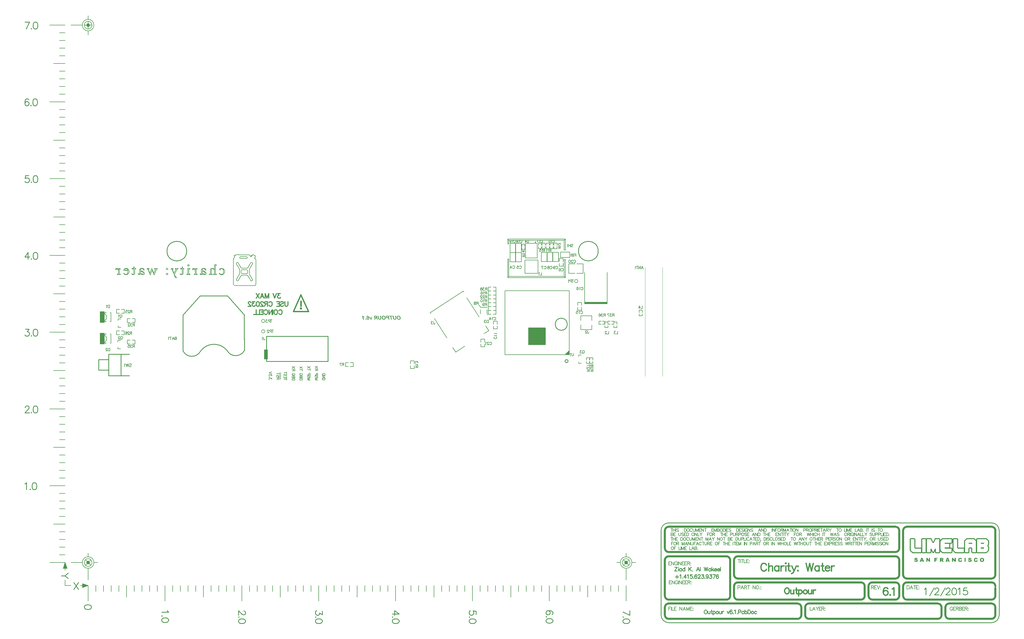
<source format=gbo>
%FSLAX44Y44*%
%MOMM*%
G71*
G01*
G75*
G04 Layer_Color=32896*
%ADD10R,0.6000X0.5000*%
%ADD11R,1.9000X1.1000*%
%ADD12R,9.0000X5.3000*%
%ADD13R,1.5240X0.3302*%
%ADD14O,1.5240X0.3302*%
%ADD15R,0.7620X0.7620*%
%ADD16R,0.8100X0.7620*%
%ADD17R,0.7620X0.8100*%
%ADD18R,0.6000X1.0500*%
%ADD19C,0.2540*%
%ADD20C,0.3810*%
%ADD21C,0.3500*%
%ADD22C,0.2500*%
%ADD23C,0.6000*%
%ADD24C,0.3000*%
%ADD25C,0.5000*%
%ADD26C,0.2286*%
%ADD27C,0.3000*%
%ADD28C,0.2032*%
%ADD29C,0.6350*%
%ADD30C,0.1270*%
%ADD31O,1.8000X1.9000*%
%ADD32R,1.8000X1.9000*%
%ADD33C,1.5240*%
%ADD34C,2.0000*%
%ADD35O,3.0000X1.5000*%
%ADD36C,0.9000*%
%ADD37C,1.2700*%
%ADD38C,0.8890*%
%ADD39C,1.2000*%
%ADD40C,0.3302*%
%ADD41C,0.8000*%
G04:AMPARAMS|DCode=42|XSize=19.5mm|YSize=0.75mm|CornerRadius=0.1875mm|HoleSize=0mm|Usage=FLASHONLY|Rotation=180.000|XOffset=0mm|YOffset=0mm|HoleType=Round|Shape=RoundedRectangle|*
%AMROUNDEDRECTD42*
21,1,19.5000,0.3750,0,0,180.0*
21,1,19.1250,0.7500,0,0,180.0*
1,1,0.3750,-9.5625,0.1875*
1,1,0.3750,9.5625,0.1875*
1,1,0.3750,9.5625,-0.1875*
1,1,0.3750,-9.5625,-0.1875*
%
%ADD42ROUNDEDRECTD42*%
G04:AMPARAMS|DCode=43|XSize=6.5mm|YSize=0.75mm|CornerRadius=0.1875mm|HoleSize=0mm|Usage=FLASHONLY|Rotation=90.000|XOffset=0mm|YOffset=0mm|HoleType=Round|Shape=RoundedRectangle|*
%AMROUNDEDRECTD43*
21,1,6.5000,0.3750,0,0,90.0*
21,1,6.1250,0.7500,0,0,90.0*
1,1,0.3750,0.1875,3.0625*
1,1,0.3750,0.1875,-3.0625*
1,1,0.3750,-0.1875,-3.0625*
1,1,0.3750,-0.1875,3.0625*
%
%ADD43ROUNDEDRECTD43*%
G04:AMPARAMS|DCode=44|XSize=2mm|YSize=0.75mm|CornerRadius=0.1875mm|HoleSize=0mm|Usage=FLASHONLY|Rotation=270.000|XOffset=0mm|YOffset=0mm|HoleType=Round|Shape=RoundedRectangle|*
%AMROUNDEDRECTD44*
21,1,2.0000,0.3750,0,0,270.0*
21,1,1.6250,0.7500,0,0,270.0*
1,1,0.3750,-0.1875,-0.8125*
1,1,0.3750,-0.1875,0.8125*
1,1,0.3750,0.1875,0.8125*
1,1,0.3750,0.1875,-0.8125*
%
%ADD44ROUNDEDRECTD44*%
G04:AMPARAMS|DCode=45|XSize=3.8mm|YSize=0.75mm|CornerRadius=0.1875mm|HoleSize=0mm|Usage=FLASHONLY|Rotation=270.000|XOffset=0mm|YOffset=0mm|HoleType=Round|Shape=RoundedRectangle|*
%AMROUNDEDRECTD45*
21,1,3.8000,0.3750,0,0,270.0*
21,1,3.4250,0.7500,0,0,270.0*
1,1,0.3750,-0.1875,-1.7125*
1,1,0.3750,-0.1875,1.7125*
1,1,0.3750,0.1875,1.7125*
1,1,0.3750,0.1875,-1.7125*
%
%ADD45ROUNDEDRECTD45*%
G04:AMPARAMS|DCode=46|XSize=6.3mm|YSize=0.75mm|CornerRadius=0.1875mm|HoleSize=0mm|Usage=FLASHONLY|Rotation=90.000|XOffset=0mm|YOffset=0mm|HoleType=Round|Shape=RoundedRectangle|*
%AMROUNDEDRECTD46*
21,1,6.3000,0.3750,0,0,90.0*
21,1,5.9250,0.7500,0,0,90.0*
1,1,0.3750,0.1875,2.9625*
1,1,0.3750,0.1875,-2.9625*
1,1,0.3750,-0.1875,-2.9625*
1,1,0.3750,-0.1875,2.9625*
%
%ADD46ROUNDEDRECTD46*%
%ADD47R,0.7620X0.7620*%
%ADD48R,1.7780X1.7780*%
%ADD49R,7.6000X2.1500*%
%ADD50R,0.5000X0.6000*%
%ADD51R,0.5000X0.5000*%
%ADD52R,0.5250X1.0000*%
%ADD53R,1.0000X1.0000*%
%ADD54R,5.2000X4.0000*%
%ADD55R,1.8000X1.0000*%
%ADD56R,1.8000X1.5000*%
%ADD57R,1.2700X0.9144*%
%ADD58R,0.9144X0.9144*%
%ADD59R,0.9800X3.4000*%
%ADD60R,0.7000X1.4000*%
%ADD61R,1.4000X0.7000*%
%ADD62R,5.0800X5.0800*%
%ADD63R,3.9600X3.9600*%
%ADD64R,1.5500X2.7000*%
%ADD65R,1.6000X0.6000*%
%ADD66R,0.6000X1.6000*%
%ADD67O,0.6000X0.2400*%
%ADD68R,1.5800X2.8500*%
%ADD69R,0.2000X0.7750*%
G04:AMPARAMS|DCode=70|XSize=1.3mm|YSize=0.45mm|CornerRadius=0mm|HoleSize=0mm|Usage=FLASHONLY|Rotation=123.000|XOffset=0mm|YOffset=0mm|HoleType=Round|Shape=Rectangle|*
%AMROTATEDRECTD70*
4,1,4,0.5427,-0.4226,0.1653,-0.6677,-0.5427,0.4226,-0.1653,0.6677,0.5427,-0.4226,0.0*
%
%ADD70ROTATEDRECTD70*%

G04:AMPARAMS|DCode=71|XSize=1.15mm|YSize=0.65mm|CornerRadius=0mm|HoleSize=0mm|Usage=FLASHONLY|Rotation=123.000|XOffset=0mm|YOffset=0mm|HoleType=Round|Shape=Rectangle|*
%AMROTATEDRECTD71*
4,1,4,0.5857,-0.3052,0.0406,-0.6592,-0.5857,0.3052,-0.0406,0.6592,0.5857,-0.3052,0.0*
%
%ADD71ROTATEDRECTD71*%

G04:AMPARAMS|DCode=72|XSize=1.7mm|YSize=1.4mm|CornerRadius=0mm|HoleSize=0mm|Usage=FLASHONLY|Rotation=123.000|XOffset=0mm|YOffset=0mm|HoleType=Round|Shape=Rectangle|*
%AMROTATEDRECTD72*
4,1,4,1.0500,-0.3316,-0.1241,-1.0941,-1.0500,0.3316,0.1241,1.0941,1.0500,-0.3316,0.0*
%
%ADD72ROTATEDRECTD72*%

G04:AMPARAMS|DCode=73|XSize=0.8mm|YSize=0.54mm|CornerRadius=0mm|HoleSize=0mm|Usage=FLASHONLY|Rotation=123.000|XOffset=0mm|YOffset=0mm|HoleType=Round|Shape=Rectangle|*
%AMROTATEDRECTD73*
4,1,4,0.4443,-0.1884,-0.0086,-0.4825,-0.4443,0.1884,0.0086,0.4825,0.4443,-0.1884,0.0*
%
%ADD73ROTATEDRECTD73*%

%ADD74R,1.2700X3.1750*%
%ADD75R,0.4000X0.7000*%
%ADD76C,0.2400*%
%ADD77C,0.3048*%
%ADD78C,0.2794*%
%ADD79C,1.5000*%
%ADD80C,0.2000*%
%ADD81C,0.1778*%
%ADD82C,0.1524*%
%ADD83C,0.5080*%
%ADD84R,0.8032X0.7032*%
%ADD85R,2.1032X1.3032*%
%ADD86R,1.7272X0.5334*%
%ADD87O,1.7272X0.5334*%
%ADD88R,0.9652X0.9652*%
%ADD89R,1.0132X0.9652*%
%ADD90R,0.9652X1.0132*%
%ADD91R,0.8032X1.2532*%
%ADD92O,2.0032X2.1032*%
%ADD93R,2.0032X2.1032*%
%ADD94C,1.7272*%
%ADD95C,2.2032*%
%ADD96C,0.2032*%
%ADD97O,3.2032X1.7032*%
%ADD98R,1.0160X1.0160*%
%ADD99C,1.0032*%
G04:AMPARAMS|DCode=100|XSize=19.7032mm|YSize=0.9532mm|CornerRadius=0.2891mm|HoleSize=0mm|Usage=FLASHONLY|Rotation=180.000|XOffset=0mm|YOffset=0mm|HoleType=Round|Shape=RoundedRectangle|*
%AMROUNDEDRECTD100*
21,1,19.7032,0.3750,0,0,180.0*
21,1,19.1250,0.9532,0,0,180.0*
1,1,0.5782,-9.5625,0.1875*
1,1,0.5782,9.5625,0.1875*
1,1,0.5782,9.5625,-0.1875*
1,1,0.5782,-9.5625,-0.1875*
%
%ADD100ROUNDEDRECTD100*%
G04:AMPARAMS|DCode=101|XSize=6.7032mm|YSize=0.9532mm|CornerRadius=0.2891mm|HoleSize=0mm|Usage=FLASHONLY|Rotation=90.000|XOffset=0mm|YOffset=0mm|HoleType=Round|Shape=RoundedRectangle|*
%AMROUNDEDRECTD101*
21,1,6.7032,0.3750,0,0,90.0*
21,1,6.1250,0.9532,0,0,90.0*
1,1,0.5782,0.1875,3.0625*
1,1,0.5782,0.1875,-3.0625*
1,1,0.5782,-0.1875,-3.0625*
1,1,0.5782,-0.1875,3.0625*
%
%ADD101ROUNDEDRECTD101*%
G04:AMPARAMS|DCode=102|XSize=2.2032mm|YSize=0.9532mm|CornerRadius=0.2891mm|HoleSize=0mm|Usage=FLASHONLY|Rotation=270.000|XOffset=0mm|YOffset=0mm|HoleType=Round|Shape=RoundedRectangle|*
%AMROUNDEDRECTD102*
21,1,2.2032,0.3750,0,0,270.0*
21,1,1.6250,0.9532,0,0,270.0*
1,1,0.5782,-0.1875,-0.8125*
1,1,0.5782,-0.1875,0.8125*
1,1,0.5782,0.1875,0.8125*
1,1,0.5782,0.1875,-0.8125*
%
%ADD102ROUNDEDRECTD102*%
G04:AMPARAMS|DCode=103|XSize=4.0032mm|YSize=0.9532mm|CornerRadius=0.2891mm|HoleSize=0mm|Usage=FLASHONLY|Rotation=270.000|XOffset=0mm|YOffset=0mm|HoleType=Round|Shape=RoundedRectangle|*
%AMROUNDEDRECTD103*
21,1,4.0032,0.3750,0,0,270.0*
21,1,3.4250,0.9532,0,0,270.0*
1,1,0.5782,-0.1875,-1.7125*
1,1,0.5782,-0.1875,1.7125*
1,1,0.5782,0.1875,1.7125*
1,1,0.5782,0.1875,-1.7125*
%
%ADD103ROUNDEDRECTD103*%
G04:AMPARAMS|DCode=104|XSize=6.5032mm|YSize=0.9532mm|CornerRadius=0.2891mm|HoleSize=0mm|Usage=FLASHONLY|Rotation=90.000|XOffset=0mm|YOffset=0mm|HoleType=Round|Shape=RoundedRectangle|*
%AMROUNDEDRECTD104*
21,1,6.5032,0.3750,0,0,90.0*
21,1,5.9250,0.9532,0,0,90.0*
1,1,0.5782,0.1875,2.9625*
1,1,0.5782,0.1875,-2.9625*
1,1,0.5782,-0.1875,-2.9625*
1,1,0.5782,-0.1875,2.9625*
%
%ADD104ROUNDEDRECTD104*%
%ADD105R,0.9652X0.9652*%
%ADD106R,7.8032X2.3532*%
%ADD107R,0.7032X0.8032*%
%ADD108R,0.7032X0.7032*%
%ADD109R,0.7282X1.2032*%
%ADD110R,1.2032X1.2032*%
%ADD111R,5.4032X4.2032*%
%ADD112R,2.0032X1.2032*%
%ADD113R,2.0032X1.7032*%
%ADD114R,1.4732X1.1176*%
%ADD115R,1.1176X1.1176*%
%ADD116R,1.1832X3.6032*%
%ADD117R,0.9032X1.6032*%
%ADD118R,1.6032X0.9032*%
%ADD119R,5.2832X5.2832*%
%ADD120R,4.1632X4.1632*%
%ADD121R,1.7532X2.9032*%
%ADD122R,1.8032X0.8032*%
%ADD123R,0.8032X1.8032*%
%ADD124O,0.7400X0.3800*%
%ADD125R,1.7200X2.9900*%
%ADD126R,0.3000X0.8750*%
G04:AMPARAMS|DCode=127|XSize=1.5032mm|YSize=0.6532mm|CornerRadius=0mm|HoleSize=0mm|Usage=FLASHONLY|Rotation=123.000|XOffset=0mm|YOffset=0mm|HoleType=Round|Shape=Rectangle|*
%AMROTATEDRECTD127*
4,1,4,0.6833,-0.4525,0.1354,-0.8082,-0.6833,0.4525,-0.1354,0.8082,0.6833,-0.4525,0.0*
%
%ADD127ROTATEDRECTD127*%

G04:AMPARAMS|DCode=128|XSize=1.3532mm|YSize=0.8532mm|CornerRadius=0mm|HoleSize=0mm|Usage=FLASHONLY|Rotation=123.000|XOffset=0mm|YOffset=0mm|HoleType=Round|Shape=Rectangle|*
%AMROTATEDRECTD128*
4,1,4,0.7263,-0.3351,0.0107,-0.7998,-0.7263,0.3351,-0.0107,0.7998,0.7263,-0.3351,0.0*
%
%ADD128ROTATEDRECTD128*%

G04:AMPARAMS|DCode=129|XSize=1.9032mm|YSize=1.6032mm|CornerRadius=0mm|HoleSize=0mm|Usage=FLASHONLY|Rotation=123.000|XOffset=0mm|YOffset=0mm|HoleType=Round|Shape=Rectangle|*
%AMROTATEDRECTD129*
4,1,4,1.1906,-0.3615,-0.1540,-1.2347,-1.1906,0.3615,0.1540,1.2347,1.1906,-0.3615,0.0*
%
%ADD129ROTATEDRECTD129*%

G04:AMPARAMS|DCode=130|XSize=1.0032mm|YSize=0.7432mm|CornerRadius=0mm|HoleSize=0mm|Usage=FLASHONLY|Rotation=123.000|XOffset=0mm|YOffset=0mm|HoleType=Round|Shape=Rectangle|*
%AMROTATEDRECTD130*
4,1,4,0.5848,-0.2183,-0.0385,-0.6231,-0.5848,0.2183,0.0385,0.6231,0.5848,-0.2183,0.0*
%
%ADD130ROTATEDRECTD130*%

%ADD131R,1.4732X3.3782*%
%ADD132R,0.5016X0.8016*%
%ADD133C,1.7032*%
%ADD134R,5.1500X3.9500*%
%ADD135R,1.7500X0.9500*%
%ADD136R,1.7000X1.4000*%
%ADD137C,0.1000*%
%ADD138R,1.5000X3.8000*%
%ADD139R,7.4000X0.5500*%
%ADD140R,5.6000X5.6000*%
%ADD141R,1.1430X3.3020*%
G36*
X32086Y726923D02*
X28338D01*
X30564Y716250D01*
X27938D01*
X25712Y726923D01*
X22002D01*
X21584Y729054D01*
X31667D01*
X32086Y726923D01*
D02*
G37*
G36*
X22592Y716250D02*
X19986D01*
X18959Y721120D01*
X16428D01*
X16181Y721139D01*
X15782D01*
X15610Y721158D01*
X15344D01*
X15230Y721177D01*
X15078D01*
X14982Y721196D01*
X14944D01*
X14564Y721254D01*
X14222Y721330D01*
X13936Y721406D01*
X13689Y721482D01*
X13499Y721539D01*
X13365Y721596D01*
X13270Y721615D01*
X13251Y721634D01*
X13023Y721748D01*
X12795Y721881D01*
X12604Y722033D01*
X12433Y722167D01*
X12281Y722281D01*
X12167Y722376D01*
X12091Y722452D01*
X12072Y722471D01*
X11881Y722699D01*
X11691Y722928D01*
X11539Y723175D01*
X11406Y723403D01*
X11292Y723613D01*
X11216Y723784D01*
X11158Y723898D01*
X11140Y723917D01*
Y723936D01*
X11006Y724278D01*
X10911Y724621D01*
X10854Y724925D01*
X10797Y725230D01*
X10778Y725458D01*
X10759Y725648D01*
Y725724D01*
Y725781D01*
Y725800D01*
Y725819D01*
X10778Y726200D01*
X10835Y726542D01*
X10911Y726847D01*
X10987Y727113D01*
X11082Y727322D01*
X11158Y727494D01*
X11216Y727589D01*
X11235Y727627D01*
X11425Y727893D01*
X11634Y728121D01*
X11843Y728312D01*
X12053Y728464D01*
X12243Y728578D01*
X12395Y728654D01*
X12490Y728692D01*
X12509Y728711D01*
X12528D01*
X12852Y728825D01*
X13213Y728901D01*
X13575Y728978D01*
X13917Y729016D01*
X14240Y729035D01*
X14374D01*
X14488Y729054D01*
X19929D01*
X22592Y716250D01*
D02*
G37*
G36*
X45136Y722300D02*
X45174Y722072D01*
X45232Y721862D01*
X45270Y721672D01*
X45289Y721501D01*
X45327Y721349D01*
X45346Y721215D01*
X45384Y721006D01*
X45422Y720854D01*
Y720759D01*
X45441Y720721D01*
Y720702D01*
X45479Y720416D01*
X45498Y720283D01*
X45517Y720169D01*
Y720074D01*
X45536Y719998D01*
Y719960D01*
Y719941D01*
X45517Y719617D01*
X45479Y719332D01*
X45422Y719028D01*
X45346Y718761D01*
X45156Y718286D01*
X45041Y718076D01*
X44927Y717867D01*
X44813Y717696D01*
X44699Y717544D01*
X44604Y717411D01*
X44509Y717315D01*
X44433Y717220D01*
X44376Y717163D01*
X44337Y717125D01*
X44318Y717106D01*
X44071Y716916D01*
X43805Y716745D01*
X43538Y716611D01*
X43234Y716478D01*
X42949Y716383D01*
X42644Y716288D01*
X42073Y716155D01*
X41807Y716117D01*
X41560Y716079D01*
X41332Y716060D01*
X41141Y716041D01*
X40989Y716022D01*
X40761D01*
X40057Y716060D01*
X39753Y716079D01*
X39448Y716136D01*
X39163Y716193D01*
X38896Y716250D01*
X38649Y716307D01*
X38440Y716383D01*
X38231Y716440D01*
X38059Y716497D01*
X37907Y716554D01*
X37793Y716611D01*
X37698Y716668D01*
X37622Y716688D01*
X37584Y716726D01*
X37565D01*
X37108Y717011D01*
X36728Y717315D01*
X36404Y717620D01*
X36138Y717905D01*
X35948Y718152D01*
X35795Y718362D01*
X35738Y718438D01*
X35700Y718495D01*
X35681Y718533D01*
Y718552D01*
X35567Y718780D01*
X35453Y719009D01*
X35244Y719541D01*
X35053Y720074D01*
X34882Y720607D01*
X34806Y720854D01*
X34749Y721063D01*
X34692Y721273D01*
X34654Y721463D01*
X34616Y721596D01*
X34578Y721710D01*
X34559Y721786D01*
Y721805D01*
X33056Y729054D01*
X35681D01*
X37146Y722053D01*
X37222Y721748D01*
X37279Y721463D01*
X37355Y721196D01*
X37412Y720968D01*
X37489Y720740D01*
X37546Y720550D01*
X37603Y720359D01*
X37660Y720207D01*
X37717Y720074D01*
X37755Y719960D01*
X37793Y719865D01*
X37831Y719770D01*
X37869Y719674D01*
X37888Y719636D01*
X38040Y719389D01*
X38212Y719180D01*
X38383Y718989D01*
X38554Y718837D01*
X38706Y718723D01*
X38820Y718647D01*
X38896Y718590D01*
X38934Y718571D01*
X39201Y718457D01*
X39486Y718381D01*
X39771Y718305D01*
X40038Y718267D01*
X40285Y718248D01*
X40475Y718229D01*
X40647D01*
X41046Y718248D01*
X41408Y718305D01*
X41693Y718362D01*
X41940Y718457D01*
X42150Y718533D01*
X42283Y718590D01*
X42359Y718647D01*
X42397Y718666D01*
X42587Y718856D01*
X42739Y719047D01*
X42835Y719237D01*
X42911Y719408D01*
X42949Y719560D01*
X42968Y719694D01*
X42987Y719770D01*
Y719808D01*
X42949Y720036D01*
X42930Y720226D01*
X42911Y720340D01*
Y720359D01*
Y720378D01*
X42530Y722072D01*
X41008Y729054D01*
X43633D01*
X45136Y722300D01*
D02*
G37*
G36*
X-4537D02*
X-4499Y722072D01*
X-4442Y721862D01*
X-4404Y721672D01*
X-4385Y721501D01*
X-4347Y721349D01*
X-4327Y721215D01*
X-4290Y721006D01*
X-4251Y720854D01*
Y720759D01*
X-4232Y720721D01*
Y720702D01*
X-4194Y720416D01*
X-4175Y720283D01*
X-4156Y720169D01*
Y720074D01*
X-4137Y719998D01*
Y719960D01*
Y719941D01*
X-4156Y719617D01*
X-4194Y719332D01*
X-4251Y719028D01*
X-4327Y718761D01*
X-4518Y718286D01*
X-4632Y718076D01*
X-4746Y717867D01*
X-4860Y717696D01*
X-4974Y717544D01*
X-5070Y717411D01*
X-5165Y717315D01*
X-5241Y717220D01*
X-5298Y717163D01*
X-5336Y717125D01*
X-5355Y717106D01*
X-5602Y716916D01*
X-5868Y716745D01*
X-6135Y716611D01*
X-6439Y716478D01*
X-6725Y716383D01*
X-7029Y716288D01*
X-7600Y716155D01*
X-7866Y716117D01*
X-8113Y716079D01*
X-8342Y716060D01*
X-8532Y716041D01*
X-8684Y716022D01*
X-8913D01*
X-9616Y716060D01*
X-9921Y716079D01*
X-10225Y716136D01*
X-10510Y716193D01*
X-10777Y716250D01*
X-11024Y716307D01*
X-11234Y716383D01*
X-11443Y716440D01*
X-11614Y716497D01*
X-11766Y716554D01*
X-11880Y716611D01*
X-11975Y716668D01*
X-12052Y716688D01*
X-12090Y716726D01*
X-12109D01*
X-12565Y717011D01*
X-12946Y717315D01*
X-13269Y717620D01*
X-13535Y717905D01*
X-13726Y718152D01*
X-13878Y718362D01*
X-13935Y718438D01*
X-13973Y718495D01*
X-13992Y718533D01*
Y718552D01*
X-14106Y718780D01*
X-14220Y719009D01*
X-14430Y719541D01*
X-14620Y720074D01*
X-14791Y720607D01*
X-14867Y720854D01*
X-14924Y721063D01*
X-14981Y721273D01*
X-15019Y721463D01*
X-15057Y721596D01*
X-15095Y721710D01*
X-15115Y721786D01*
Y721805D01*
X-16617Y729054D01*
X-13992D01*
X-12527Y722053D01*
X-12451Y721748D01*
X-12394Y721463D01*
X-12318Y721196D01*
X-12261Y720968D01*
X-12185Y720740D01*
X-12128Y720550D01*
X-12070Y720359D01*
X-12013Y720207D01*
X-11956Y720074D01*
X-11918Y719960D01*
X-11880Y719865D01*
X-11842Y719770D01*
X-11804Y719674D01*
X-11785Y719636D01*
X-11633Y719389D01*
X-11462Y719180D01*
X-11291Y718989D01*
X-11119Y718837D01*
X-10967Y718723D01*
X-10853Y718647D01*
X-10777Y718590D01*
X-10739Y718571D01*
X-10473Y718457D01*
X-10187Y718381D01*
X-9902Y718305D01*
X-9635Y718267D01*
X-9388Y718248D01*
X-9198Y718229D01*
X-9027D01*
X-8627Y718248D01*
X-8266Y718305D01*
X-7980Y718362D01*
X-7733Y718457D01*
X-7524Y718533D01*
X-7390Y718590D01*
X-7314Y718647D01*
X-7276Y718666D01*
X-7086Y718856D01*
X-6934Y719047D01*
X-6839Y719237D01*
X-6763Y719408D01*
X-6725Y719560D01*
X-6706Y719694D01*
X-6687Y719770D01*
Y719808D01*
X-6725Y720036D01*
X-6744Y720226D01*
X-6763Y720340D01*
Y720359D01*
Y720378D01*
X-7143Y722072D01*
X-8665Y729054D01*
X-6040D01*
X-4537Y722300D01*
D02*
G37*
G36*
X52994Y729244D02*
X53583Y729168D01*
X54116Y729054D01*
X54363Y728997D01*
X54592Y728920D01*
X54782Y728844D01*
X54972Y728787D01*
X55124Y728730D01*
X55258Y728673D01*
X55372Y728635D01*
X55448Y728597D01*
X55486Y728559D01*
X55505D01*
X55999Y728273D01*
X56456Y727950D01*
X56837Y727608D01*
X57179Y727303D01*
X57445Y727018D01*
X57636Y726790D01*
X57712Y726694D01*
X57769Y726637D01*
X57788Y726599D01*
X57807Y726580D01*
X58130Y726105D01*
X58397Y725610D01*
X58644Y725116D01*
X58834Y724659D01*
X58910Y724450D01*
X58986Y724259D01*
X59043Y724088D01*
X59082Y723955D01*
X59120Y723841D01*
X59158Y723746D01*
X59177Y723689D01*
Y723670D01*
X59291Y723194D01*
X59367Y722756D01*
X59424Y722357D01*
X59462Y721995D01*
X59481Y721691D01*
Y721577D01*
X59500Y721463D01*
Y721387D01*
Y721330D01*
Y721292D01*
Y721273D01*
X59481Y720816D01*
X59424Y720378D01*
X59348Y719960D01*
X59253Y719598D01*
X59158Y719275D01*
X59120Y719161D01*
X59082Y719047D01*
X59043Y718951D01*
X59024Y718894D01*
X59005Y718856D01*
Y718837D01*
X58777Y718400D01*
X58530Y718019D01*
X58244Y717677D01*
X57959Y717373D01*
X57693Y717144D01*
X57483Y716973D01*
X57407Y716897D01*
X57350Y716859D01*
X57312Y716840D01*
X57293Y716821D01*
X56817Y716554D01*
X56304Y716364D01*
X55809Y716212D01*
X55334Y716117D01*
X55124Y716098D01*
X54915Y716060D01*
X54744Y716041D01*
X54592D01*
X54458Y716022D01*
X54287D01*
X53907Y716041D01*
X53526Y716060D01*
X52841Y716174D01*
X52518Y716250D01*
X52214Y716345D01*
X51928Y716440D01*
X51662Y716535D01*
X51434Y716611D01*
X51224Y716707D01*
X51034Y716802D01*
X50882Y716878D01*
X50768Y716935D01*
X50673Y716992D01*
X50616Y717011D01*
X50596Y717030D01*
X50292Y717239D01*
X50007Y717449D01*
X49493Y717924D01*
X49056Y718400D01*
X48865Y718647D01*
X48694Y718875D01*
X48542Y719085D01*
X48390Y719294D01*
X48275Y719465D01*
X48180Y719636D01*
X48104Y719770D01*
X48047Y719865D01*
X48028Y719922D01*
X48009Y719941D01*
X47838Y720302D01*
X47686Y720664D01*
X47553Y721006D01*
X47438Y721368D01*
X47267Y722014D01*
X47210Y722338D01*
X47153Y722623D01*
X47115Y722890D01*
X47096Y723137D01*
X47077Y723346D01*
X47058Y723536D01*
X47039Y723670D01*
Y723784D01*
Y723860D01*
Y723879D01*
X47058Y724316D01*
X47096Y724754D01*
X47172Y725154D01*
X47267Y725515D01*
X47381Y725876D01*
X47495Y726181D01*
X47629Y726485D01*
X47762Y726752D01*
X47914Y726999D01*
X48047Y727208D01*
X48161Y727379D01*
X48275Y727532D01*
X48371Y727646D01*
X48447Y727722D01*
X48485Y727779D01*
X48504Y727798D01*
X48789Y728064D01*
X49094Y728293D01*
X49398Y728483D01*
X49721Y728654D01*
X50045Y728806D01*
X50368Y728920D01*
X50673Y729016D01*
X50977Y729092D01*
X51262Y729149D01*
X51510Y729206D01*
X51757Y729244D01*
X51947Y729263D01*
X52119Y729282D01*
X52347D01*
X52994Y729244D01*
D02*
G37*
G36*
X3320D02*
X3910Y729168D01*
X4443Y729054D01*
X4690Y728997D01*
X4918Y728920D01*
X5109Y728844D01*
X5299Y728787D01*
X5451Y728730D01*
X5584Y728673D01*
X5698Y728635D01*
X5774Y728597D01*
X5813Y728559D01*
X5832D01*
X6326Y728273D01*
X6783Y727950D01*
X7163Y727608D01*
X7506Y727303D01*
X7772Y727018D01*
X7962Y726790D01*
X8038Y726694D01*
X8095Y726637D01*
X8115Y726599D01*
X8134Y726580D01*
X8457Y726105D01*
X8723Y725610D01*
X8971Y725116D01*
X9161Y724659D01*
X9237Y724450D01*
X9313Y724259D01*
X9370Y724088D01*
X9408Y723955D01*
X9446Y723841D01*
X9484Y723746D01*
X9503Y723689D01*
Y723670D01*
X9617Y723194D01*
X9694Y722756D01*
X9751Y722357D01*
X9789Y721995D01*
X9808Y721691D01*
Y721577D01*
X9827Y721463D01*
Y721387D01*
Y721330D01*
Y721292D01*
Y721273D01*
X9808Y720816D01*
X9751Y720378D01*
X9675Y719960D01*
X9579Y719598D01*
X9484Y719275D01*
X9446Y719161D01*
X9408Y719047D01*
X9370Y718951D01*
X9351Y718894D01*
X9332Y718856D01*
Y718837D01*
X9104Y718400D01*
X8856Y718019D01*
X8571Y717677D01*
X8286Y717373D01*
X8019Y717144D01*
X7810Y716973D01*
X7734Y716897D01*
X7677Y716859D01*
X7639Y716840D01*
X7620Y716821D01*
X7144Y716554D01*
X6631Y716364D01*
X6136Y716212D01*
X5660Y716117D01*
X5451Y716098D01*
X5242Y716060D01*
X5071Y716041D01*
X4918D01*
X4785Y716022D01*
X4614D01*
X4234Y716041D01*
X3853Y716060D01*
X3168Y716174D01*
X2845Y716250D01*
X2540Y716345D01*
X2255Y716440D01*
X1989Y716535D01*
X1760Y716611D01*
X1551Y716707D01*
X1361Y716802D01*
X1209Y716878D01*
X1094Y716935D01*
X999Y716992D01*
X942Y717011D01*
X923Y717030D01*
X619Y717239D01*
X333Y717449D01*
X-180Y717924D01*
X-618Y718400D01*
X-808Y718647D01*
X-979Y718875D01*
X-1131Y719085D01*
X-1284Y719294D01*
X-1398Y719465D01*
X-1493Y719636D01*
X-1569Y719770D01*
X-1626Y719865D01*
X-1645Y719922D01*
X-1664Y719941D01*
X-1835Y720302D01*
X-1988Y720664D01*
X-2121Y721006D01*
X-2235Y721368D01*
X-2406Y722014D01*
X-2463Y722338D01*
X-2520Y722623D01*
X-2558Y722890D01*
X-2577Y723137D01*
X-2596Y723346D01*
X-2615Y723536D01*
X-2634Y723670D01*
Y723784D01*
Y723860D01*
Y723879D01*
X-2615Y724316D01*
X-2577Y724754D01*
X-2501Y725154D01*
X-2406Y725515D01*
X-2292Y725876D01*
X-2178Y726181D01*
X-2045Y726485D01*
X-1911Y726752D01*
X-1759Y726999D01*
X-1626Y727208D01*
X-1512Y727379D01*
X-1398Y727532D01*
X-1303Y727646D01*
X-1226Y727722D01*
X-1189Y727779D01*
X-1169Y727798D01*
X-884Y728064D01*
X-580Y728293D01*
X-275Y728483D01*
X48Y728654D01*
X372Y728806D01*
X695Y728920D01*
X999Y729016D01*
X1304Y729092D01*
X1589Y729149D01*
X1836Y729206D01*
X2084Y729244D01*
X2274Y729263D01*
X2445Y729282D01*
X2673D01*
X3320Y729244D01*
D02*
G37*
G36*
X-16218Y716250D02*
X-18824D01*
X-19947Y721558D01*
X-21012D01*
X-21335Y721539D01*
X-21602Y721520D01*
X-21830Y721482D01*
X-22020Y721425D01*
X-22154Y721368D01*
X-22249Y721330D01*
X-22306Y721311D01*
X-22325Y721292D01*
X-22439Y721196D01*
X-22553Y721101D01*
X-22762Y720854D01*
X-22953Y720588D01*
X-23124Y720302D01*
X-23257Y720036D01*
X-23371Y719827D01*
X-23409Y719732D01*
X-23447Y719674D01*
X-23466Y719636D01*
Y719617D01*
X-23656Y719199D01*
X-23809Y718818D01*
X-23961Y718457D01*
X-24094Y718133D01*
X-24227Y717829D01*
X-24341Y717544D01*
X-24437Y717296D01*
X-24513Y717087D01*
X-24589Y716878D01*
X-24665Y716707D01*
X-24703Y716573D01*
X-24741Y716459D01*
X-24779Y716364D01*
X-24798Y716307D01*
X-24817Y716269D01*
Y716250D01*
X-27652D01*
X-27442Y716745D01*
X-27252Y717220D01*
X-27062Y717658D01*
X-26891Y718076D01*
X-26720Y718457D01*
X-26548Y718799D01*
X-26396Y719123D01*
X-26263Y719408D01*
X-26130Y719655D01*
X-26016Y719865D01*
X-25920Y720055D01*
X-25825Y720207D01*
X-25768Y720340D01*
X-25711Y720416D01*
X-25692Y720473D01*
X-25673Y720492D01*
X-25502Y720759D01*
X-25350Y720987D01*
X-25178Y721196D01*
X-25026Y721368D01*
X-24912Y721501D01*
X-24817Y721615D01*
X-24741Y721672D01*
X-24722Y721691D01*
X-25083Y721748D01*
X-25426Y721824D01*
X-25730Y721900D01*
X-26016Y721995D01*
X-26282Y722110D01*
X-26529Y722205D01*
X-26758Y722319D01*
X-26948Y722433D01*
X-27119Y722547D01*
X-27271Y722642D01*
X-27404Y722737D01*
X-27499Y722813D01*
X-27595Y722890D01*
X-27652Y722947D01*
X-27671Y722966D01*
X-27690Y722985D01*
X-27861Y723194D01*
X-28013Y723403D01*
X-28146Y723632D01*
X-28261Y723860D01*
X-28432Y724316D01*
X-28565Y724735D01*
X-28622Y725116D01*
X-28641Y725268D01*
X-28660Y725420D01*
X-28679Y725534D01*
Y725610D01*
Y725667D01*
Y725686D01*
X-28660Y726105D01*
X-28603Y726466D01*
X-28508Y726809D01*
X-28432Y727094D01*
X-28337Y727322D01*
X-28241Y727494D01*
X-28184Y727589D01*
X-28165Y727627D01*
X-27975Y727912D01*
X-27747Y728140D01*
X-27538Y728350D01*
X-27328Y728502D01*
X-27138Y728616D01*
X-26986Y728692D01*
X-26891Y728730D01*
X-26872Y728749D01*
X-26853D01*
X-26529Y728844D01*
X-26149Y728920D01*
X-25768Y728978D01*
X-25407Y729016D01*
X-25083Y729035D01*
X-24931Y729054D01*
X-18881D01*
X-16218Y716250D01*
D02*
G37*
G36*
X-54020D02*
X-56493D01*
X-56988Y718666D01*
X-54514D01*
X-54020Y716250D01*
D02*
G37*
G36*
X-49777Y729092D02*
X-49340Y729016D01*
X-48940Y728882D01*
X-48560Y728730D01*
X-48198Y728559D01*
X-47875Y728350D01*
X-47570Y728140D01*
X-47285Y727912D01*
X-47057Y727684D01*
X-46828Y727475D01*
X-46657Y727265D01*
X-46505Y727094D01*
X-46372Y726942D01*
X-46296Y726809D01*
X-46239Y726733D01*
X-46220Y726713D01*
X-45953Y726257D01*
X-45725Y725781D01*
X-45516Y725287D01*
X-45345Y724792D01*
X-45211Y724297D01*
X-45078Y723822D01*
X-44983Y723346D01*
X-44907Y722890D01*
X-44850Y722471D01*
X-44793Y722091D01*
X-44755Y721748D01*
X-44736Y721444D01*
Y721215D01*
X-44717Y721025D01*
Y720911D01*
Y720892D01*
Y720873D01*
X-44736Y720264D01*
X-44793Y719713D01*
X-44831Y719465D01*
X-44869Y719237D01*
X-44907Y719028D01*
X-44945Y718837D01*
X-44983Y718685D01*
X-45021Y718533D01*
X-45059Y718400D01*
X-45097Y718305D01*
X-45135Y718229D01*
X-45154Y718171D01*
X-45173Y718133D01*
Y718114D01*
X-45364Y717753D01*
X-45592Y717430D01*
X-45801Y717163D01*
X-46010Y716954D01*
X-46201Y716783D01*
X-46372Y716649D01*
X-46467Y716573D01*
X-46505Y716554D01*
X-46828Y716383D01*
X-47171Y716250D01*
X-47494Y716155D01*
X-47799Y716098D01*
X-48065Y716060D01*
X-48255Y716022D01*
X-48446D01*
X-48845Y716041D01*
X-49245Y716117D01*
X-49606Y716193D01*
X-49910Y716307D01*
X-50177Y716402D01*
X-50386Y716497D01*
X-50462Y716516D01*
X-50519Y716554D01*
X-50538Y716573D01*
X-50557D01*
X-50919Y716821D01*
X-51242Y717106D01*
X-51528Y717392D01*
X-51775Y717696D01*
X-51965Y717962D01*
X-52117Y718171D01*
X-52155Y718267D01*
X-52193Y718324D01*
X-52231Y718362D01*
Y718381D01*
X-52460Y718856D01*
X-52631Y719313D01*
X-52745Y719751D01*
X-52840Y720150D01*
X-52878Y720511D01*
X-52897Y720645D01*
Y720778D01*
X-52916Y720873D01*
Y720949D01*
Y720987D01*
Y721006D01*
X-52897Y721330D01*
X-52878Y721634D01*
X-52764Y722186D01*
X-52688Y722414D01*
X-52612Y722642D01*
X-52517Y722851D01*
X-52441Y723042D01*
X-52346Y723213D01*
X-52250Y723346D01*
X-52174Y723479D01*
X-52098Y723575D01*
X-52041Y723670D01*
X-51984Y723727D01*
X-51965Y723746D01*
X-51946Y723765D01*
X-51756Y723955D01*
X-51566Y724107D01*
X-51375Y724240D01*
X-51166Y724354D01*
X-50747Y724545D01*
X-50367Y724659D01*
X-50025Y724735D01*
X-49872Y724754D01*
X-49739Y724773D01*
X-49644Y724792D01*
X-49492D01*
X-49169Y724773D01*
X-48845Y724716D01*
X-48560Y724621D01*
X-48293Y724526D01*
X-48084Y724431D01*
X-47913Y724335D01*
X-47818Y724278D01*
X-47799Y724259D01*
X-47780D01*
X-47856Y724545D01*
X-47951Y724830D01*
X-48046Y725077D01*
X-48141Y725306D01*
X-48236Y725515D01*
X-48331Y725705D01*
X-48426Y725876D01*
X-48522Y726029D01*
X-48674Y726295D01*
X-48807Y726466D01*
X-48883Y726561D01*
X-48921Y726599D01*
X-49111Y726771D01*
X-49302Y726904D01*
X-49492Y726980D01*
X-49682Y727056D01*
X-49834Y727094D01*
X-49949Y727113D01*
X-50063D01*
X-50234Y727094D01*
X-50386Y727056D01*
X-50519Y727018D01*
X-50633Y726961D01*
X-50729Y726885D01*
X-50786Y726847D01*
X-50824Y726809D01*
X-50843Y726790D01*
X-50938Y726656D01*
X-51033Y726504D01*
X-51147Y726162D01*
X-51185Y725991D01*
X-51204Y725857D01*
X-51223Y725781D01*
Y725743D01*
X-53563Y725934D01*
X-53525Y726219D01*
X-53449Y726504D01*
X-53392Y726752D01*
X-53316Y726980D01*
X-53126Y727379D01*
X-52954Y727722D01*
X-52783Y727988D01*
X-52631Y728159D01*
X-52536Y728273D01*
X-52517Y728312D01*
X-52498D01*
X-52155Y728578D01*
X-51794Y728768D01*
X-51413Y728920D01*
X-51052Y729016D01*
X-50729Y729073D01*
X-50595Y729092D01*
X-50462D01*
X-50367Y729111D01*
X-50234D01*
X-49777Y729092D01*
D02*
G37*
G36*
X-65473Y728768D02*
X-65092Y728426D01*
X-64693Y728102D01*
X-64274Y727798D01*
X-63856Y727513D01*
X-63437Y727246D01*
X-63037Y726999D01*
X-62638Y726752D01*
X-62257Y726542D01*
X-61915Y726371D01*
X-61592Y726200D01*
X-61325Y726067D01*
X-61097Y725972D01*
X-60945Y725876D01*
X-60831Y725838D01*
X-60792Y725819D01*
X-60317Y723575D01*
X-60621Y723651D01*
X-60945Y723746D01*
X-61249Y723841D01*
X-61535Y723936D01*
X-61782Y724031D01*
X-61972Y724088D01*
X-62048Y724126D01*
X-62105Y724145D01*
X-62124Y724164D01*
X-62143D01*
X-62524Y724316D01*
X-62866Y724488D01*
X-63171Y724640D01*
X-63437Y724792D01*
X-63646Y724906D01*
X-63817Y725001D01*
X-63913Y725077D01*
X-63951Y725096D01*
X-62105Y716250D01*
X-64636D01*
X-67337Y729111D01*
X-65815D01*
X-65473Y728768D01*
D02*
G37*
G36*
X-36517Y716250D02*
X-38667D01*
X-44374Y725534D01*
X-41673D01*
X-39371Y721596D01*
X-39314Y721482D01*
X-39219Y721330D01*
X-39104Y721120D01*
X-38990Y720911D01*
X-38895Y720721D01*
X-38800Y720550D01*
X-38724Y720435D01*
X-38705Y720416D01*
Y720397D01*
X-38610Y720226D01*
X-38534Y720074D01*
X-38382Y719808D01*
X-38286Y719617D01*
X-38210Y719484D01*
X-38153Y719389D01*
X-38115Y719332D01*
X-38096Y719294D01*
X-38077Y719408D01*
X-38058Y719541D01*
X-38020Y719865D01*
X-37963Y720207D01*
X-37906Y720588D01*
X-37849Y720911D01*
X-37830Y721063D01*
X-37792Y721196D01*
X-37773Y721311D01*
Y721387D01*
X-37754Y721444D01*
Y721463D01*
X-37126Y725534D01*
X-34672D01*
X-36517Y716250D01*
D02*
G37*
G36*
X616480Y614675D02*
X616470Y614665D01*
X616470Y614685D01*
X616480Y614675D01*
D02*
G37*
G36*
X616500Y600035D02*
X601720D01*
X616470Y614665D01*
X616500Y600035D01*
D02*
G37*
%LPC*%
G36*
X-21069Y726923D02*
X-24360D01*
X-24684Y726885D01*
X-24950Y726847D01*
X-25159Y726809D01*
X-25312Y726771D01*
X-25407Y726733D01*
X-25464Y726713D01*
X-25483Y726694D01*
X-25673Y726561D01*
X-25806Y726390D01*
X-25920Y726219D01*
X-25977Y726048D01*
X-26016Y725895D01*
X-26054Y725762D01*
Y725686D01*
Y725648D01*
X-26035Y725439D01*
X-25996Y725230D01*
X-25920Y725020D01*
X-25863Y724849D01*
X-25787Y724716D01*
X-25711Y724602D01*
X-25673Y724526D01*
X-25654Y724507D01*
X-25502Y724316D01*
X-25312Y724164D01*
X-25121Y724031D01*
X-24950Y723917D01*
X-24798Y723841D01*
X-24665Y723784D01*
X-24589Y723746D01*
X-24551Y723727D01*
X-24399Y723689D01*
X-24227Y723651D01*
X-24037Y723613D01*
X-23828Y723594D01*
X-23371Y723536D01*
X-22896Y723517D01*
X-22458Y723498D01*
X-22268Y723479D01*
X-20346D01*
X-21069Y726923D01*
D02*
G37*
G36*
X2959Y727075D02*
X2655D01*
X2426Y727037D01*
X2027Y726942D01*
X1665Y726790D01*
X1380Y726637D01*
X1133Y726485D01*
X961Y726333D01*
X847Y726238D01*
X809Y726219D01*
Y726200D01*
X657Y726029D01*
X543Y725857D01*
X333Y725477D01*
X181Y725077D01*
X86Y724697D01*
X29Y724354D01*
X10Y724221D01*
Y724088D01*
X-9Y723993D01*
Y723917D01*
Y723860D01*
Y723841D01*
X10Y723327D01*
X86Y722832D01*
X200Y722357D01*
X314Y721938D01*
X372Y721748D01*
X429Y721577D01*
X486Y721425D01*
X543Y721292D01*
X581Y721196D01*
X619Y721101D01*
X638Y721063D01*
Y721044D01*
X885Y720550D01*
X1171Y720112D01*
X1437Y719751D01*
X1703Y719446D01*
X1932Y719218D01*
X2103Y719047D01*
X2179Y718989D01*
X2236Y718951D01*
X2255Y718913D01*
X2274D01*
X2636Y718685D01*
X2997Y718514D01*
X3339Y718400D01*
X3663Y718324D01*
X3929Y718267D01*
X4119Y718248D01*
X4196Y718229D01*
X4310D01*
X4557Y718248D01*
X4785Y718267D01*
X5185Y718362D01*
X5546Y718514D01*
X5851Y718666D01*
X6098Y718818D01*
X6269Y718970D01*
X6383Y719066D01*
X6402Y719104D01*
X6421D01*
X6688Y719465D01*
X6878Y719827D01*
X7030Y720188D01*
X7125Y720550D01*
X7182Y720854D01*
X7201Y720987D01*
Y721101D01*
X7220Y721177D01*
Y721254D01*
Y721292D01*
Y721311D01*
X7201Y721710D01*
X7163Y722091D01*
X7106Y722471D01*
X7030Y722832D01*
X6935Y723175D01*
X6840Y723517D01*
X6726Y723822D01*
X6612Y724088D01*
X6517Y724354D01*
X6402Y724583D01*
X6307Y724792D01*
X6212Y724944D01*
X6136Y725096D01*
X6079Y725192D01*
X6041Y725249D01*
X6022Y725268D01*
X5794Y725591D01*
X5546Y725857D01*
X5280Y726105D01*
X5014Y726314D01*
X4747Y726485D01*
X4500Y726637D01*
X4234Y726752D01*
X3986Y726847D01*
X3758Y726923D01*
X3549Y726980D01*
X3358Y727018D01*
X3206Y727056D01*
X3073D01*
X2959Y727075D01*
D02*
G37*
G36*
X52632D02*
X52328D01*
X52099Y727037D01*
X51700Y726942D01*
X51339Y726790D01*
X51053Y726637D01*
X50806Y726485D01*
X50634Y726333D01*
X50520Y726238D01*
X50482Y726219D01*
Y726200D01*
X50330Y726029D01*
X50216Y725857D01*
X50007Y725477D01*
X49854Y725077D01*
X49759Y724697D01*
X49702Y724354D01*
X49683Y724221D01*
Y724088D01*
X49664Y723993D01*
Y723917D01*
Y723860D01*
Y723841D01*
X49683Y723327D01*
X49759Y722832D01*
X49874Y722357D01*
X49988Y721938D01*
X50045Y721748D01*
X50102Y721577D01*
X50159Y721425D01*
X50216Y721292D01*
X50254Y721196D01*
X50292Y721101D01*
X50311Y721063D01*
Y721044D01*
X50558Y720550D01*
X50844Y720112D01*
X51110Y719751D01*
X51377Y719446D01*
X51605Y719218D01*
X51776Y719047D01*
X51852Y718989D01*
X51909Y718951D01*
X51928Y718913D01*
X51947D01*
X52309Y718685D01*
X52670Y718514D01*
X53013Y718400D01*
X53336Y718324D01*
X53602Y718267D01*
X53793Y718248D01*
X53869Y718229D01*
X53983D01*
X54230Y718248D01*
X54458Y718267D01*
X54858Y718362D01*
X55219Y718514D01*
X55524Y718666D01*
X55771Y718818D01*
X55942Y718970D01*
X56057Y719066D01*
X56076Y719104D01*
X56095D01*
X56361Y719465D01*
X56551Y719827D01*
X56703Y720188D01*
X56799Y720550D01*
X56856Y720854D01*
X56875Y720987D01*
Y721101D01*
X56894Y721177D01*
Y721254D01*
Y721292D01*
Y721311D01*
X56875Y721710D01*
X56837Y722091D01*
X56779Y722471D01*
X56703Y722832D01*
X56608Y723175D01*
X56513Y723517D01*
X56399Y723822D01*
X56285Y724088D01*
X56190Y724354D01*
X56076Y724583D01*
X55981Y724792D01*
X55885Y724944D01*
X55809Y725096D01*
X55752Y725192D01*
X55714Y725249D01*
X55695Y725268D01*
X55467Y725591D01*
X55219Y725857D01*
X54953Y726105D01*
X54687Y726314D01*
X54420Y726485D01*
X54173Y726637D01*
X53907Y726752D01*
X53660Y726847D01*
X53431Y726923D01*
X53222Y726980D01*
X53032Y727018D01*
X52879Y727056D01*
X52746D01*
X52632Y727075D01*
D02*
G37*
G36*
X17741Y726942D02*
X15420D01*
X15230Y726923D01*
X15058D01*
X14773Y726904D01*
X14545Y726866D01*
X14393Y726847D01*
X14279Y726809D01*
X14222Y726790D01*
X14202D01*
X13955Y726656D01*
X13765Y726523D01*
X13651Y726409D01*
X13613Y726371D01*
Y726352D01*
X13537Y726238D01*
X13499Y726124D01*
X13422Y725876D01*
Y725762D01*
X13403Y725686D01*
Y725629D01*
Y725610D01*
X13422Y725363D01*
X13461Y725116D01*
X13537Y724906D01*
X13613Y724716D01*
X13689Y724564D01*
X13765Y724431D01*
X13803Y724354D01*
X13822Y724335D01*
X13974Y724145D01*
X14164Y723974D01*
X14355Y723822D01*
X14526Y723708D01*
X14678Y723613D01*
X14811Y723555D01*
X14887Y723517D01*
X14925Y723498D01*
X15078Y723460D01*
X15249Y723422D01*
X15439Y723384D01*
X15648Y723365D01*
X16105Y723308D01*
X16561Y723289D01*
X16999Y723270D01*
X17189Y723251D01*
X18502D01*
X17741Y726942D01*
D02*
G37*
G36*
X-49035Y723137D02*
X-49111D01*
X-49321Y723118D01*
X-49511Y723061D01*
X-49663Y722985D01*
X-49796Y722890D01*
X-49910Y722794D01*
X-49987Y722718D01*
X-50044Y722661D01*
X-50063Y722642D01*
X-50196Y722452D01*
X-50291Y722205D01*
X-50367Y721976D01*
X-50405Y721729D01*
X-50443Y721520D01*
X-50462Y721349D01*
Y721215D01*
Y721196D01*
Y721177D01*
X-50424Y720626D01*
X-50348Y720131D01*
X-50234Y719713D01*
X-50120Y719351D01*
X-50044Y719199D01*
X-49987Y719066D01*
X-49929Y718951D01*
X-49872Y718856D01*
X-49815Y718780D01*
X-49796Y718723D01*
X-49758Y718704D01*
Y718685D01*
X-49549Y718457D01*
X-49340Y718305D01*
X-49131Y718191D01*
X-48940Y718095D01*
X-48769Y718057D01*
X-48617Y718038D01*
X-48541Y718019D01*
X-48503D01*
X-48293Y718038D01*
X-48103Y718095D01*
X-47932Y718171D01*
X-47780Y718267D01*
X-47666Y718343D01*
X-47590Y718419D01*
X-47532Y718476D01*
X-47513Y718495D01*
X-47380Y718704D01*
X-47285Y718932D01*
X-47228Y719180D01*
X-47190Y719427D01*
X-47152Y719655D01*
X-47133Y719827D01*
Y719903D01*
Y719960D01*
Y719979D01*
Y719998D01*
X-47152Y720302D01*
X-47171Y720588D01*
X-47209Y720873D01*
X-47266Y721101D01*
X-47323Y721311D01*
X-47361Y721463D01*
X-47380Y721558D01*
X-47399Y721596D01*
X-47513Y721881D01*
X-47628Y722110D01*
X-47761Y722319D01*
X-47875Y722471D01*
X-47970Y722604D01*
X-48065Y722680D01*
X-48122Y722737D01*
X-48141Y722756D01*
X-48331Y722890D01*
X-48503Y722985D01*
X-48674Y723042D01*
X-48807Y723099D01*
X-48940Y723118D01*
X-49035Y723137D01*
D02*
G37*
%LPD*%
G36*
X1833646Y-74963D02*
X1827795D01*
Y-77187D01*
X1832800D01*
Y-79799D01*
X1827795D01*
Y-85070D01*
X1823781D01*
Y-72182D01*
X1833646D01*
Y-74963D01*
D02*
G37*
G36*
X1789541Y-85070D02*
X1785357D01*
X1784704Y-82942D01*
X1780207D01*
X1779554Y-85070D01*
X1775492D01*
X1780304Y-72182D01*
X1784680D01*
X1789541Y-85070D01*
D02*
G37*
G36*
X1809151D02*
X1805403D01*
X1800567Y-77985D01*
Y-85070D01*
X1796819D01*
Y-72182D01*
X1800519D01*
X1805403Y-79339D01*
Y-72182D01*
X1809151D01*
Y-85070D01*
D02*
G37*
G36*
X1874536D02*
X1870353D01*
X1869700Y-82942D01*
X1865202D01*
X1864550Y-85070D01*
X1860487D01*
X1865299Y-72182D01*
X1869676D01*
X1874536Y-85070D01*
D02*
G37*
G36*
X1926912D02*
X1922922D01*
Y-72182D01*
X1926912D01*
Y-85070D01*
D02*
G37*
G36*
X1849098Y-72206D02*
X1849509Y-72230D01*
X1849969Y-72254D01*
X1850428Y-72327D01*
X1850887Y-72399D01*
X1851274Y-72520D01*
X1851323Y-72544D01*
X1851443Y-72593D01*
X1851613Y-72665D01*
X1851855Y-72786D01*
X1852096Y-72956D01*
X1852362Y-73149D01*
X1852628Y-73415D01*
X1852870Y-73705D01*
X1852894Y-73753D01*
X1852967Y-73850D01*
X1853064Y-74044D01*
X1853185Y-74285D01*
X1853281Y-74576D01*
X1853378Y-74938D01*
X1853450Y-75349D01*
X1853475Y-75785D01*
Y-75833D01*
Y-75954D01*
X1853450Y-76172D01*
X1853426Y-76413D01*
X1853354Y-76704D01*
X1853281Y-77018D01*
X1853160Y-77332D01*
X1853015Y-77622D01*
X1852991Y-77647D01*
X1852943Y-77743D01*
X1852822Y-77888D01*
X1852677Y-78058D01*
X1852507Y-78275D01*
X1852290Y-78469D01*
X1852048Y-78686D01*
X1851758Y-78880D01*
X1851734Y-78904D01*
X1851661Y-78928D01*
X1851540Y-79001D01*
X1851395Y-79073D01*
X1851202Y-79146D01*
X1850960Y-79243D01*
X1850670Y-79315D01*
X1850355Y-79412D01*
X1850380D01*
X1850476Y-79460D01*
X1850597Y-79484D01*
X1850742Y-79557D01*
X1851081Y-79702D01*
X1851250Y-79775D01*
X1851395Y-79871D01*
X1851443Y-79896D01*
X1851492Y-79944D01*
X1851564Y-80016D01*
X1851637Y-80113D01*
X1851758Y-80234D01*
X1851879Y-80379D01*
X1852024Y-80573D01*
X1852048Y-80597D01*
X1852096Y-80645D01*
X1852169Y-80742D01*
X1852242Y-80863D01*
X1852435Y-81104D01*
X1852507Y-81225D01*
X1852580Y-81346D01*
X1854514Y-85070D01*
X1849993D01*
X1847889Y-81153D01*
X1847865Y-81129D01*
X1847816Y-81032D01*
X1847744Y-80887D01*
X1847647Y-80742D01*
X1847405Y-80403D01*
X1847284Y-80258D01*
X1847164Y-80162D01*
X1847139Y-80137D01*
X1847091Y-80113D01*
X1846994Y-80065D01*
X1846873Y-79992D01*
X1846728Y-79944D01*
X1846583Y-79896D01*
X1846390Y-79871D01*
X1846196Y-79847D01*
X1845858D01*
Y-85070D01*
X1841844D01*
Y-72182D01*
X1848929D01*
X1849098Y-72206D01*
D02*
G37*
G36*
X1961224Y-71988D02*
X1961418D01*
X1961660Y-72013D01*
X1961926Y-72037D01*
X1962216Y-72085D01*
X1962820Y-72206D01*
X1963449Y-72375D01*
X1964078Y-72617D01*
X1964368Y-72786D01*
X1964634Y-72956D01*
X1964658D01*
X1964706Y-73004D01*
X1964779Y-73052D01*
X1964876Y-73149D01*
X1965117Y-73367D01*
X1965432Y-73705D01*
X1965770Y-74140D01*
X1966109Y-74648D01*
X1966278Y-74938D01*
X1966447Y-75253D01*
X1966593Y-75616D01*
X1966738Y-75978D01*
X1963207Y-76752D01*
Y-76728D01*
X1963183Y-76655D01*
X1963135Y-76558D01*
X1963086Y-76438D01*
X1962965Y-76147D01*
X1962893Y-76027D01*
X1962820Y-75906D01*
X1962796Y-75882D01*
X1962772Y-75833D01*
X1962699Y-75736D01*
X1962603Y-75640D01*
X1962337Y-75422D01*
X1961998Y-75204D01*
X1961974Y-75180D01*
X1961926Y-75156D01*
X1961805Y-75108D01*
X1961684Y-75059D01*
X1961514Y-75011D01*
X1961345Y-74987D01*
X1961128Y-74938D01*
X1960789D01*
X1960692Y-74963D01*
X1960451Y-74987D01*
X1960136Y-75083D01*
X1959798Y-75204D01*
X1959459Y-75398D01*
X1959121Y-75664D01*
X1958976Y-75833D01*
X1958830Y-76027D01*
X1958806Y-76075D01*
X1958758Y-76172D01*
X1958661Y-76365D01*
X1958564Y-76655D01*
X1958468Y-77018D01*
X1958371Y-77453D01*
X1958323Y-77961D01*
X1958298Y-78566D01*
Y-78590D01*
Y-78662D01*
Y-78759D01*
Y-78904D01*
X1958323Y-79097D01*
Y-79291D01*
X1958371Y-79750D01*
X1958468Y-80234D01*
X1958564Y-80718D01*
X1958734Y-81153D01*
X1958830Y-81346D01*
X1958951Y-81516D01*
X1958976Y-81540D01*
X1959072Y-81636D01*
X1959217Y-81757D01*
X1959435Y-81903D01*
X1959677Y-82048D01*
X1959991Y-82169D01*
X1960354Y-82265D01*
X1960765Y-82289D01*
X1960958D01*
X1961152Y-82265D01*
X1961418Y-82217D01*
X1961708Y-82144D01*
X1961998Y-82023D01*
X1962264Y-81878D01*
X1962506Y-81661D01*
X1962530Y-81636D01*
X1962603Y-81540D01*
X1962724Y-81395D01*
X1962845Y-81201D01*
X1962990Y-80935D01*
X1963135Y-80621D01*
X1963255Y-80234D01*
X1963376Y-79799D01*
X1966859Y-80863D01*
Y-80887D01*
X1966834Y-80935D01*
X1966810Y-81008D01*
X1966786Y-81104D01*
X1966713Y-81370D01*
X1966593Y-81733D01*
X1966423Y-82120D01*
X1966230Y-82531D01*
X1965988Y-82942D01*
X1965722Y-83329D01*
X1965698Y-83378D01*
X1965577Y-83498D01*
X1965432Y-83668D01*
X1965214Y-83885D01*
X1964948Y-84103D01*
X1964610Y-84369D01*
X1964271Y-84586D01*
X1963860Y-84804D01*
X1963836D01*
X1963812Y-84828D01*
X1963739Y-84853D01*
X1963667Y-84877D01*
X1963425Y-84949D01*
X1963086Y-85046D01*
X1962675Y-85143D01*
X1962192Y-85215D01*
X1961635Y-85264D01*
X1961007Y-85288D01*
X1960668D01*
X1960475Y-85264D01*
X1960281D01*
X1959798Y-85215D01*
X1959241Y-85143D01*
X1958661Y-85022D01*
X1958105Y-84877D01*
X1957573Y-84683D01*
X1957549D01*
X1957525Y-84659D01*
X1957452Y-84611D01*
X1957355Y-84562D01*
X1957114Y-84417D01*
X1956799Y-84200D01*
X1956436Y-83885D01*
X1956050Y-83523D01*
X1955663Y-83087D01*
X1955276Y-82555D01*
Y-82531D01*
X1955228Y-82483D01*
X1955179Y-82386D01*
X1955131Y-82265D01*
X1955058Y-82120D01*
X1954962Y-81927D01*
X1954889Y-81733D01*
X1954792Y-81491D01*
X1954695Y-81201D01*
X1954623Y-80911D01*
X1954526Y-80597D01*
X1954454Y-80234D01*
X1954357Y-79460D01*
X1954309Y-78614D01*
Y-78566D01*
Y-78469D01*
Y-78299D01*
X1954333Y-78082D01*
X1954357Y-77816D01*
X1954405Y-77502D01*
X1954454Y-77163D01*
X1954526Y-76800D01*
X1954599Y-76413D01*
X1954720Y-76002D01*
X1954865Y-75616D01*
X1955034Y-75204D01*
X1955228Y-74793D01*
X1955445Y-74406D01*
X1955711Y-74044D01*
X1956001Y-73705D01*
X1956026Y-73681D01*
X1956074Y-73633D01*
X1956171Y-73536D01*
X1956316Y-73439D01*
X1956485Y-73294D01*
X1956703Y-73149D01*
X1956944Y-73004D01*
X1957234Y-72835D01*
X1957573Y-72665D01*
X1957912Y-72520D01*
X1958323Y-72375D01*
X1958758Y-72230D01*
X1959217Y-72133D01*
X1959701Y-72037D01*
X1960257Y-71988D01*
X1960813Y-71964D01*
X1961055D01*
X1961224Y-71988D01*
D02*
G37*
G36*
X1763450D02*
X1763667D01*
X1763885Y-72013D01*
X1764151Y-72037D01*
X1764441Y-72085D01*
X1765045Y-72182D01*
X1765674Y-72351D01*
X1766279Y-72569D01*
X1766569Y-72714D01*
X1766811Y-72883D01*
X1766835D01*
X1766859Y-72931D01*
X1767028Y-73052D01*
X1767246Y-73270D01*
X1767488Y-73584D01*
X1767778Y-73995D01*
X1767899Y-74237D01*
X1768020Y-74503D01*
X1768141Y-74793D01*
X1768237Y-75108D01*
X1768310Y-75446D01*
X1768383Y-75809D01*
X1764634Y-76027D01*
Y-75978D01*
X1764610Y-75882D01*
X1764562Y-75736D01*
X1764489Y-75543D01*
X1764393Y-75325D01*
X1764296Y-75132D01*
X1764151Y-74938D01*
X1763982Y-74769D01*
X1763957Y-74745D01*
X1763885Y-74697D01*
X1763788Y-74648D01*
X1763643Y-74552D01*
X1763450Y-74479D01*
X1763208Y-74431D01*
X1762942Y-74382D01*
X1762652Y-74358D01*
X1762531D01*
X1762410Y-74382D01*
X1762265Y-74406D01*
X1761902Y-74479D01*
X1761733Y-74576D01*
X1761588Y-74672D01*
X1761564Y-74697D01*
X1761539Y-74721D01*
X1761418Y-74866D01*
X1761297Y-75083D01*
X1761273Y-75229D01*
X1761249Y-75374D01*
Y-75398D01*
Y-75422D01*
X1761297Y-75567D01*
X1761370Y-75736D01*
X1761443Y-75833D01*
X1761539Y-75930D01*
X1761564D01*
X1761612Y-75978D01*
X1761684Y-76027D01*
X1761805Y-76099D01*
X1761999Y-76172D01*
X1762216Y-76244D01*
X1762507Y-76341D01*
X1762869Y-76413D01*
X1762893D01*
X1762990Y-76438D01*
X1763111Y-76462D01*
X1763304Y-76510D01*
X1763522Y-76558D01*
X1763764Y-76631D01*
X1764030Y-76679D01*
X1764320Y-76752D01*
X1764925Y-76945D01*
X1765553Y-77115D01*
X1766134Y-77332D01*
X1766400Y-77429D01*
X1766617Y-77550D01*
X1766642D01*
X1766666Y-77574D01*
X1766811Y-77647D01*
X1767004Y-77768D01*
X1767246Y-77937D01*
X1767512Y-78155D01*
X1767802Y-78396D01*
X1768044Y-78662D01*
X1768262Y-78977D01*
X1768286Y-79025D01*
X1768334Y-79122D01*
X1768431Y-79291D01*
X1768528Y-79533D01*
X1768624Y-79823D01*
X1768721Y-80137D01*
X1768769Y-80500D01*
X1768793Y-80887D01*
Y-80911D01*
Y-80935D01*
Y-81008D01*
Y-81104D01*
X1768769Y-81322D01*
X1768697Y-81636D01*
X1768624Y-81999D01*
X1768503Y-82386D01*
X1768334Y-82773D01*
X1768092Y-83184D01*
X1768068Y-83232D01*
X1767971Y-83353D01*
X1767802Y-83547D01*
X1767609Y-83764D01*
X1767319Y-84030D01*
X1767004Y-84296D01*
X1766617Y-84538D01*
X1766182Y-84756D01*
X1766158D01*
X1766134Y-84780D01*
X1766061Y-84804D01*
X1765964Y-84828D01*
X1765844Y-84877D01*
X1765698Y-84925D01*
X1765336Y-85022D01*
X1764876Y-85119D01*
X1764344Y-85215D01*
X1763740Y-85264D01*
X1763063Y-85288D01*
X1762748D01*
X1762531Y-85264D01*
X1762265Y-85239D01*
X1761950Y-85215D01*
X1761612Y-85191D01*
X1761249Y-85119D01*
X1760500Y-84973D01*
X1759750Y-84756D01*
X1759387Y-84611D01*
X1759049Y-84441D01*
X1758759Y-84248D01*
X1758492Y-84030D01*
X1758468Y-84006D01*
X1758444Y-83982D01*
X1758372Y-83910D01*
X1758299Y-83813D01*
X1758202Y-83668D01*
X1758081Y-83523D01*
X1757961Y-83353D01*
X1757840Y-83160D01*
X1757598Y-82700D01*
X1757380Y-82144D01*
X1757187Y-81516D01*
X1757138Y-81177D01*
X1757090Y-80814D01*
X1760886Y-80573D01*
Y-80621D01*
X1760911Y-80718D01*
X1760935Y-80887D01*
X1760983Y-81080D01*
X1761152Y-81540D01*
X1761249Y-81782D01*
X1761370Y-81975D01*
X1761394Y-81999D01*
X1761491Y-82096D01*
X1761636Y-82217D01*
X1761830Y-82362D01*
X1762071Y-82507D01*
X1762386Y-82628D01*
X1762724Y-82725D01*
X1763135Y-82749D01*
X1763280D01*
X1763425Y-82725D01*
X1763619Y-82700D01*
X1763837Y-82652D01*
X1764054Y-82579D01*
X1764248Y-82483D01*
X1764441Y-82362D01*
X1764465Y-82338D01*
X1764514Y-82289D01*
X1764586Y-82193D01*
X1764683Y-82096D01*
X1764852Y-81806D01*
X1764900Y-81636D01*
X1764925Y-81443D01*
Y-81419D01*
Y-81346D01*
X1764900Y-81250D01*
X1764876Y-81129D01*
X1764804Y-81008D01*
X1764731Y-80838D01*
X1764610Y-80693D01*
X1764465Y-80548D01*
X1764441Y-80524D01*
X1764368Y-80476D01*
X1764248Y-80403D01*
X1764054Y-80307D01*
X1763788Y-80186D01*
X1763425Y-80065D01*
X1763208Y-79992D01*
X1762990Y-79920D01*
X1762724Y-79871D01*
X1762434Y-79799D01*
X1762410D01*
X1762313Y-79775D01*
X1762192Y-79726D01*
X1761999Y-79678D01*
X1761781Y-79630D01*
X1761539Y-79557D01*
X1761273Y-79460D01*
X1760983Y-79363D01*
X1760354Y-79146D01*
X1759750Y-78880D01*
X1759170Y-78566D01*
X1758904Y-78396D01*
X1758686Y-78227D01*
X1758638Y-78179D01*
X1758517Y-78058D01*
X1758323Y-77840D01*
X1758130Y-77550D01*
X1757936Y-77187D01*
X1757743Y-76776D01*
X1757622Y-76268D01*
X1757598Y-76027D01*
X1757574Y-75736D01*
Y-75688D01*
Y-75567D01*
X1757598Y-75374D01*
X1757646Y-75132D01*
X1757719Y-74842D01*
X1757816Y-74527D01*
X1757936Y-74213D01*
X1758130Y-73875D01*
X1758154Y-73826D01*
X1758251Y-73729D01*
X1758372Y-73560D01*
X1758565Y-73367D01*
X1758807Y-73149D01*
X1759121Y-72907D01*
X1759460Y-72665D01*
X1759871Y-72472D01*
X1759895D01*
X1759919Y-72448D01*
X1759992Y-72424D01*
X1760089Y-72399D01*
X1760209Y-72351D01*
X1760354Y-72303D01*
X1760524Y-72254D01*
X1760693Y-72206D01*
X1761152Y-72133D01*
X1761709Y-72037D01*
X1762337Y-71988D01*
X1763038Y-71964D01*
X1763280D01*
X1763450Y-71988D01*
D02*
G37*
G36*
X1941445D02*
X1941662D01*
X1941880Y-72013D01*
X1942146Y-72037D01*
X1942436Y-72085D01*
X1943040Y-72182D01*
X1943669Y-72351D01*
X1944274Y-72569D01*
X1944564Y-72714D01*
X1944806Y-72883D01*
X1944830D01*
X1944854Y-72931D01*
X1945023Y-73052D01*
X1945241Y-73270D01*
X1945483Y-73584D01*
X1945773Y-73995D01*
X1945894Y-74237D01*
X1946015Y-74503D01*
X1946136Y-74793D01*
X1946232Y-75108D01*
X1946305Y-75446D01*
X1946377Y-75809D01*
X1942629Y-76027D01*
Y-75978D01*
X1942605Y-75882D01*
X1942557Y-75736D01*
X1942484Y-75543D01*
X1942388Y-75325D01*
X1942291Y-75132D01*
X1942146Y-74938D01*
X1941976Y-74769D01*
X1941952Y-74745D01*
X1941880Y-74697D01*
X1941783Y-74648D01*
X1941638Y-74552D01*
X1941445Y-74479D01*
X1941203Y-74431D01*
X1940937Y-74382D01*
X1940647Y-74358D01*
X1940526D01*
X1940405Y-74382D01*
X1940260Y-74406D01*
X1939897Y-74479D01*
X1939728Y-74576D01*
X1939583Y-74672D01*
X1939558Y-74697D01*
X1939534Y-74721D01*
X1939413Y-74866D01*
X1939292Y-75083D01*
X1939268Y-75229D01*
X1939244Y-75374D01*
Y-75398D01*
Y-75422D01*
X1939292Y-75567D01*
X1939365Y-75736D01*
X1939437Y-75833D01*
X1939534Y-75930D01*
X1939558D01*
X1939607Y-75978D01*
X1939679Y-76027D01*
X1939800Y-76099D01*
X1939994Y-76172D01*
X1940211Y-76244D01*
X1940501Y-76341D01*
X1940864Y-76413D01*
X1940888D01*
X1940985Y-76438D01*
X1941106Y-76462D01*
X1941299Y-76510D01*
X1941517Y-76558D01*
X1941759Y-76631D01*
X1942025Y-76679D01*
X1942315Y-76752D01*
X1942919Y-76945D01*
X1943548Y-77115D01*
X1944129Y-77332D01*
X1944395Y-77429D01*
X1944612Y-77550D01*
X1944636D01*
X1944660Y-77574D01*
X1944806Y-77647D01*
X1944999Y-77768D01*
X1945241Y-77937D01*
X1945507Y-78155D01*
X1945797Y-78396D01*
X1946039Y-78662D01*
X1946256Y-78977D01*
X1946281Y-79025D01*
X1946329Y-79122D01*
X1946426Y-79291D01*
X1946522Y-79533D01*
X1946619Y-79823D01*
X1946716Y-80137D01*
X1946764Y-80500D01*
X1946788Y-80887D01*
Y-80911D01*
Y-80935D01*
Y-81008D01*
Y-81104D01*
X1946764Y-81322D01*
X1946692Y-81636D01*
X1946619Y-81999D01*
X1946498Y-82386D01*
X1946329Y-82773D01*
X1946087Y-83184D01*
X1946063Y-83232D01*
X1945966Y-83353D01*
X1945797Y-83547D01*
X1945604Y-83764D01*
X1945313Y-84030D01*
X1944999Y-84296D01*
X1944612Y-84538D01*
X1944177Y-84756D01*
X1944153D01*
X1944129Y-84780D01*
X1944056Y-84804D01*
X1943959Y-84828D01*
X1943838Y-84877D01*
X1943693Y-84925D01*
X1943331Y-85022D01*
X1942871Y-85119D01*
X1942339Y-85215D01*
X1941735Y-85264D01*
X1941058Y-85288D01*
X1940743D01*
X1940526Y-85264D01*
X1940260Y-85239D01*
X1939945Y-85215D01*
X1939607Y-85191D01*
X1939244Y-85119D01*
X1938494Y-84973D01*
X1937745Y-84756D01*
X1937382Y-84611D01*
X1937043Y-84441D01*
X1936753Y-84248D01*
X1936487Y-84030D01*
X1936463Y-84006D01*
X1936439Y-83982D01*
X1936366Y-83910D01*
X1936294Y-83813D01*
X1936197Y-83668D01*
X1936076Y-83523D01*
X1935955Y-83353D01*
X1935835Y-83160D01*
X1935593Y-82700D01*
X1935375Y-82144D01*
X1935182Y-81516D01*
X1935133Y-81177D01*
X1935085Y-80814D01*
X1938881Y-80573D01*
Y-80621D01*
X1938905Y-80718D01*
X1938930Y-80887D01*
X1938978Y-81080D01*
X1939147Y-81540D01*
X1939244Y-81782D01*
X1939365Y-81975D01*
X1939389Y-81999D01*
X1939486Y-82096D01*
X1939631Y-82217D01*
X1939824Y-82362D01*
X1940066Y-82507D01*
X1940381Y-82628D01*
X1940719Y-82725D01*
X1941130Y-82749D01*
X1941275D01*
X1941420Y-82725D01*
X1941614Y-82700D01*
X1941831Y-82652D01*
X1942049Y-82579D01*
X1942242Y-82483D01*
X1942436Y-82362D01*
X1942460Y-82338D01*
X1942508Y-82289D01*
X1942581Y-82193D01*
X1942678Y-82096D01*
X1942847Y-81806D01*
X1942895Y-81636D01*
X1942919Y-81443D01*
Y-81419D01*
Y-81346D01*
X1942895Y-81250D01*
X1942871Y-81129D01*
X1942799Y-81008D01*
X1942726Y-80838D01*
X1942605Y-80693D01*
X1942460Y-80548D01*
X1942436Y-80524D01*
X1942363Y-80476D01*
X1942242Y-80403D01*
X1942049Y-80307D01*
X1941783Y-80186D01*
X1941420Y-80065D01*
X1941203Y-79992D01*
X1940985Y-79920D01*
X1940719Y-79871D01*
X1940429Y-79799D01*
X1940405D01*
X1940308Y-79775D01*
X1940187Y-79726D01*
X1939994Y-79678D01*
X1939776Y-79630D01*
X1939534Y-79557D01*
X1939268Y-79460D01*
X1938978Y-79363D01*
X1938349Y-79146D01*
X1937745Y-78880D01*
X1937164Y-78566D01*
X1936898Y-78396D01*
X1936681Y-78227D01*
X1936633Y-78179D01*
X1936512Y-78058D01*
X1936318Y-77840D01*
X1936125Y-77550D01*
X1935931Y-77187D01*
X1935738Y-76776D01*
X1935617Y-76268D01*
X1935593Y-76027D01*
X1935569Y-75736D01*
Y-75688D01*
Y-75567D01*
X1935593Y-75374D01*
X1935641Y-75132D01*
X1935714Y-74842D01*
X1935810Y-74527D01*
X1935931Y-74213D01*
X1936125Y-73875D01*
X1936149Y-73826D01*
X1936246Y-73729D01*
X1936366Y-73560D01*
X1936560Y-73367D01*
X1936802Y-73149D01*
X1937116Y-72907D01*
X1937455Y-72665D01*
X1937866Y-72472D01*
X1937890D01*
X1937914Y-72448D01*
X1937987Y-72424D01*
X1938083Y-72399D01*
X1938204Y-72351D01*
X1938349Y-72303D01*
X1938519Y-72254D01*
X1938688Y-72206D01*
X1939147Y-72133D01*
X1939703Y-72037D01*
X1940332Y-71988D01*
X1941033Y-71964D01*
X1941275D01*
X1941445Y-71988D01*
D02*
G37*
G36*
X1894147Y-85070D02*
X1890399D01*
X1885563Y-77985D01*
Y-85070D01*
X1881815D01*
Y-72182D01*
X1885514D01*
X1890399Y-79339D01*
Y-72182D01*
X1894147D01*
Y-85070D01*
D02*
G37*
G36*
X1981464Y-71988D02*
X1981730Y-72013D01*
X1982044Y-72061D01*
X1982383Y-72109D01*
X1982769Y-72182D01*
X1983156Y-72278D01*
X1983567Y-72399D01*
X1983978Y-72520D01*
X1984390Y-72690D01*
X1984776Y-72907D01*
X1985188Y-73125D01*
X1985550Y-73391D01*
X1985889Y-73705D01*
X1985913Y-73729D01*
X1985961Y-73778D01*
X1986058Y-73875D01*
X1986155Y-74019D01*
X1986300Y-74189D01*
X1986445Y-74406D01*
X1986614Y-74672D01*
X1986783Y-74963D01*
X1986929Y-75277D01*
X1987098Y-75640D01*
X1987243Y-76027D01*
X1987388Y-76462D01*
X1987485Y-76945D01*
X1987581Y-77429D01*
X1987630Y-77961D01*
X1987654Y-78541D01*
Y-78566D01*
Y-78638D01*
Y-78759D01*
Y-78904D01*
X1987630Y-79097D01*
X1987606Y-79339D01*
X1987581Y-79581D01*
X1987557Y-79847D01*
X1987460Y-80427D01*
X1987340Y-81056D01*
X1987146Y-81661D01*
X1986880Y-82241D01*
Y-82265D01*
X1986856Y-82314D01*
X1986808Y-82386D01*
X1986735Y-82483D01*
X1986566Y-82749D01*
X1986324Y-83063D01*
X1986010Y-83426D01*
X1985647Y-83813D01*
X1985188Y-84151D01*
X1984680Y-84490D01*
X1984655D01*
X1984607Y-84514D01*
X1984535Y-84562D01*
X1984414Y-84611D01*
X1984269Y-84683D01*
X1984099Y-84732D01*
X1983906Y-84804D01*
X1983688Y-84877D01*
X1983447Y-84973D01*
X1983181Y-85046D01*
X1982552Y-85167D01*
X1981875Y-85264D01*
X1981101Y-85288D01*
X1980738D01*
X1980545Y-85264D01*
X1980327Y-85239D01*
X1980085D01*
X1979819Y-85191D01*
X1979239Y-85119D01*
X1978634Y-84998D01*
X1978030Y-84828D01*
X1977474Y-84611D01*
X1977450D01*
X1977401Y-84586D01*
X1977329Y-84538D01*
X1977232Y-84466D01*
X1976966Y-84321D01*
X1976652Y-84079D01*
X1976289Y-83764D01*
X1975902Y-83378D01*
X1975515Y-82942D01*
X1975152Y-82410D01*
Y-82386D01*
X1975104Y-82338D01*
X1975080Y-82265D01*
X1975007Y-82144D01*
X1974959Y-81999D01*
X1974886Y-81806D01*
X1974790Y-81612D01*
X1974717Y-81370D01*
X1974645Y-81104D01*
X1974548Y-80838D01*
X1974475Y-80524D01*
X1974427Y-80186D01*
X1974330Y-79460D01*
X1974282Y-78638D01*
Y-78590D01*
Y-78493D01*
X1974306Y-78324D01*
Y-78130D01*
X1974330Y-77864D01*
X1974379Y-77550D01*
X1974427Y-77211D01*
X1974500Y-76849D01*
X1974596Y-76462D01*
X1974717Y-76051D01*
X1974838Y-75640D01*
X1975007Y-75229D01*
X1975225Y-74842D01*
X1975443Y-74455D01*
X1975709Y-74068D01*
X1976023Y-73729D01*
X1976047Y-73705D01*
X1976095Y-73657D01*
X1976216Y-73560D01*
X1976337Y-73463D01*
X1976531Y-73318D01*
X1976748Y-73173D01*
X1977014Y-73004D01*
X1977305Y-72835D01*
X1977619Y-72690D01*
X1978006Y-72520D01*
X1978393Y-72375D01*
X1978828Y-72230D01*
X1979312Y-72133D01*
X1979819Y-72037D01*
X1980351Y-71988D01*
X1980932Y-71964D01*
X1981246D01*
X1981464Y-71988D01*
D02*
G37*
G36*
X1909211D02*
X1909405D01*
X1909647Y-72013D01*
X1909913Y-72037D01*
X1910203Y-72085D01*
X1910807Y-72206D01*
X1911436Y-72375D01*
X1912065Y-72617D01*
X1912355Y-72786D01*
X1912621Y-72956D01*
X1912645D01*
X1912693Y-73004D01*
X1912766Y-73052D01*
X1912863Y-73149D01*
X1913105Y-73367D01*
X1913419Y-73705D01*
X1913757Y-74140D01*
X1914096Y-74648D01*
X1914265Y-74938D01*
X1914435Y-75253D01*
X1914580Y-75616D01*
X1914725Y-75978D01*
X1911194Y-76752D01*
Y-76728D01*
X1911170Y-76655D01*
X1911122Y-76558D01*
X1911073Y-76438D01*
X1910952Y-76147D01*
X1910880Y-76027D01*
X1910807Y-75906D01*
X1910783Y-75882D01*
X1910759Y-75833D01*
X1910686Y-75736D01*
X1910590Y-75640D01*
X1910324Y-75422D01*
X1909985Y-75204D01*
X1909961Y-75180D01*
X1909913Y-75156D01*
X1909792Y-75108D01*
X1909671Y-75059D01*
X1909502Y-75011D01*
X1909332Y-74987D01*
X1909115Y-74938D01*
X1908776D01*
X1908680Y-74963D01*
X1908438Y-74987D01*
X1908123Y-75083D01*
X1907785Y-75204D01*
X1907446Y-75398D01*
X1907108Y-75664D01*
X1906963Y-75833D01*
X1906817Y-76027D01*
X1906793Y-76075D01*
X1906745Y-76172D01*
X1906648Y-76365D01*
X1906552Y-76655D01*
X1906455Y-77018D01*
X1906358Y-77453D01*
X1906310Y-77961D01*
X1906286Y-78566D01*
Y-78590D01*
Y-78662D01*
Y-78759D01*
Y-78904D01*
X1906310Y-79097D01*
Y-79291D01*
X1906358Y-79750D01*
X1906455Y-80234D01*
X1906552Y-80718D01*
X1906721Y-81153D01*
X1906817Y-81346D01*
X1906938Y-81516D01*
X1906963Y-81540D01*
X1907059Y-81636D01*
X1907204Y-81757D01*
X1907422Y-81903D01*
X1907664Y-82048D01*
X1907978Y-82169D01*
X1908341Y-82265D01*
X1908752Y-82289D01*
X1908945D01*
X1909139Y-82265D01*
X1909405Y-82217D01*
X1909695Y-82144D01*
X1909985Y-82023D01*
X1910251Y-81878D01*
X1910493Y-81661D01*
X1910517Y-81636D01*
X1910590Y-81540D01*
X1910711Y-81395D01*
X1910832Y-81201D01*
X1910977Y-80935D01*
X1911122Y-80621D01*
X1911243Y-80234D01*
X1911364Y-79799D01*
X1914846Y-80863D01*
Y-80887D01*
X1914821Y-80935D01*
X1914797Y-81008D01*
X1914773Y-81104D01*
X1914700Y-81370D01*
X1914580Y-81733D01*
X1914410Y-82120D01*
X1914217Y-82531D01*
X1913975Y-82942D01*
X1913709Y-83329D01*
X1913685Y-83378D01*
X1913564Y-83498D01*
X1913419Y-83668D01*
X1913201Y-83885D01*
X1912935Y-84103D01*
X1912597Y-84369D01*
X1912258Y-84586D01*
X1911847Y-84804D01*
X1911823D01*
X1911799Y-84828D01*
X1911726Y-84853D01*
X1911654Y-84877D01*
X1911412Y-84949D01*
X1911073Y-85046D01*
X1910662Y-85143D01*
X1910179Y-85215D01*
X1909622Y-85264D01*
X1908994Y-85288D01*
X1908655D01*
X1908462Y-85264D01*
X1908268D01*
X1907785Y-85215D01*
X1907229Y-85143D01*
X1906648Y-85022D01*
X1906092Y-84877D01*
X1905560Y-84683D01*
X1905536D01*
X1905512Y-84659D01*
X1905439Y-84611D01*
X1905343Y-84562D01*
X1905101Y-84417D01*
X1904786Y-84200D01*
X1904424Y-83885D01*
X1904037Y-83523D01*
X1903650Y-83087D01*
X1903263Y-82555D01*
Y-82531D01*
X1903215Y-82483D01*
X1903166Y-82386D01*
X1903118Y-82265D01*
X1903045Y-82120D01*
X1902949Y-81927D01*
X1902876Y-81733D01*
X1902779Y-81491D01*
X1902683Y-81201D01*
X1902610Y-80911D01*
X1902513Y-80597D01*
X1902441Y-80234D01*
X1902344Y-79460D01*
X1902296Y-78614D01*
Y-78566D01*
Y-78469D01*
Y-78299D01*
X1902320Y-78082D01*
X1902344Y-77816D01*
X1902392Y-77502D01*
X1902441Y-77163D01*
X1902513Y-76800D01*
X1902586Y-76413D01*
X1902707Y-76002D01*
X1902852Y-75616D01*
X1903021Y-75204D01*
X1903215Y-74793D01*
X1903432Y-74406D01*
X1903698Y-74044D01*
X1903988Y-73705D01*
X1904013Y-73681D01*
X1904061Y-73633D01*
X1904158Y-73536D01*
X1904303Y-73439D01*
X1904472Y-73294D01*
X1904690Y-73149D01*
X1904931Y-73004D01*
X1905222Y-72835D01*
X1905560Y-72665D01*
X1905899Y-72520D01*
X1906310Y-72375D01*
X1906745Y-72230D01*
X1907204Y-72133D01*
X1907688Y-72037D01*
X1908244Y-71988D01*
X1908800Y-71964D01*
X1909042D01*
X1909211Y-71988D01*
D02*
G37*
%LPC*%
G36*
X1867451Y-75543D02*
X1866049Y-80162D01*
X1868854D01*
X1867451Y-75543D01*
D02*
G37*
G36*
X1847575Y-74793D02*
X1845858D01*
Y-77405D01*
X1847647D01*
X1847744Y-77381D01*
X1847889Y-77357D01*
X1848082Y-77332D01*
X1848300Y-77284D01*
X1848566Y-77236D01*
X1848590D01*
X1848638Y-77211D01*
X1848784Y-77163D01*
X1849001Y-77042D01*
X1849195Y-76849D01*
X1849219Y-76824D01*
X1849243Y-76800D01*
X1849291Y-76728D01*
X1849340Y-76631D01*
X1849412Y-76389D01*
X1849461Y-76244D01*
Y-76099D01*
Y-76075D01*
Y-76002D01*
X1849436Y-75882D01*
X1849412Y-75736D01*
X1849364Y-75591D01*
X1849291Y-75422D01*
X1849195Y-75277D01*
X1849050Y-75132D01*
X1849025Y-75108D01*
X1848977Y-75083D01*
X1848880Y-75035D01*
X1848711Y-74963D01*
X1848518Y-74890D01*
X1848276Y-74842D01*
X1847961Y-74818D01*
X1847575Y-74793D01*
D02*
G37*
G36*
X1980932Y-74987D02*
X1980883D01*
X1980738Y-75011D01*
X1980521Y-75035D01*
X1980231Y-75083D01*
X1979940Y-75204D01*
X1979602Y-75349D01*
X1979287Y-75567D01*
X1978997Y-75857D01*
X1978973Y-75906D01*
X1978876Y-76027D01*
X1978780Y-76220D01*
X1978634Y-76534D01*
X1978514Y-76921D01*
X1978441Y-77139D01*
X1978393Y-77405D01*
X1978344Y-77671D01*
X1978296Y-77985D01*
X1978272Y-78299D01*
Y-78662D01*
Y-78686D01*
Y-78759D01*
Y-78856D01*
X1978296Y-78977D01*
Y-79146D01*
X1978320Y-79315D01*
X1978369Y-79750D01*
X1978441Y-80210D01*
X1978586Y-80669D01*
X1978755Y-81104D01*
X1978876Y-81298D01*
X1978997Y-81467D01*
X1979021Y-81491D01*
X1979142Y-81588D01*
X1979287Y-81733D01*
X1979505Y-81878D01*
X1979795Y-82048D01*
X1980134Y-82169D01*
X1980521Y-82265D01*
X1980956Y-82314D01*
X1981077D01*
X1981174Y-82289D01*
X1981391Y-82265D01*
X1981681Y-82217D01*
X1981996Y-82120D01*
X1982334Y-81975D01*
X1982648Y-81757D01*
X1982939Y-81491D01*
X1982963Y-81443D01*
X1983060Y-81322D01*
X1983181Y-81104D01*
X1983229Y-80959D01*
X1983301Y-80790D01*
X1983374Y-80597D01*
X1983447Y-80379D01*
X1983495Y-80137D01*
X1983543Y-79871D01*
X1983592Y-79557D01*
X1983640Y-79243D01*
X1983664Y-78880D01*
Y-78493D01*
Y-78469D01*
Y-78420D01*
Y-78324D01*
Y-78203D01*
X1983640Y-78058D01*
X1983616Y-77864D01*
X1983567Y-77477D01*
X1983471Y-77042D01*
X1983350Y-76607D01*
X1983156Y-76196D01*
X1982914Y-75833D01*
X1982890Y-75785D01*
X1982794Y-75688D01*
X1982624Y-75567D01*
X1982407Y-75398D01*
X1982117Y-75253D01*
X1981778Y-75108D01*
X1981367Y-75011D01*
X1980932Y-74987D01*
D02*
G37*
G36*
X1782456Y-75543D02*
X1781053Y-80162D01*
X1783858D01*
X1782456Y-75543D01*
D02*
G37*
%LPD*%
D19*
X712500Y942915D02*
G03*
X712500Y942915I-32500J0D01*
G01*
X-514500Y614750D02*
G03*
X-601241Y612521I-42500J-35000D01*
G01*
X-659500Y612521D02*
G03*
X-601241Y612521I29129J14966D01*
G01*
X-514500Y614750D02*
G03*
X-456241Y614750I29129J14966D01*
G01*
X613148Y578887D02*
G03*
X613148Y578887I-5148J0D01*
G01*
X610500Y701035D02*
G03*
X610500Y701035I-20000J0D01*
G01*
X506693Y972500D02*
G03*
X506693Y972500I-1346J0D01*
G01*
X-647500Y942855D02*
G03*
X-647500Y942855I-32500J0D01*
G01*
X-604250Y794750D02*
X-512250D01*
X-457000Y731499D01*
X-659500Y731249D02*
X-604250Y794500D01*
X-659500Y650249D02*
Y731249D01*
X-457218Y650249D02*
Y731249D01*
X-659500Y612521D02*
Y650249D01*
X-457000Y615508D02*
Y652249D01*
Y615508D02*
X-456241Y614750D01*
X-383900Y578425D02*
X-383900Y661483D01*
X-180700Y661483D01*
X-383900Y578425D02*
X-180700D01*
Y661483D01*
X945610Y43750D02*
G03*
X920210Y18350I0J-25400D01*
G01*
Y-260796D02*
G03*
X945416Y-286446I25654J0D01*
G01*
X2012410Y-286450D02*
G03*
X2037810Y-261050I0J25400D01*
G01*
Y18350D02*
G03*
X2012410Y43750I-25400J0D01*
G01*
X945610Y-286450D02*
X2012410D01*
X945610Y43750D02*
X2012410D01*
X2037810Y-261050D02*
Y18350D01*
X920210Y-261050D02*
Y18350D01*
X972642Y-128882D02*
Y-139765D01*
X967200Y-134323D02*
X978083D01*
X981832Y-129486D02*
X983041Y-128882D01*
X984855Y-127068D01*
Y-139765D01*
X991748Y-138556D02*
X991143Y-139160D01*
X991748Y-139765D01*
X992353Y-139160D01*
X991748Y-138556D01*
X1001180Y-127068D02*
X995134Y-135533D01*
X1004203D01*
X1001180Y-127068D02*
Y-139765D01*
X1006441Y-129486D02*
X1007650Y-128882D01*
X1009464Y-127068D01*
Y-139765D01*
X1023008Y-127068D02*
X1016961D01*
X1016357Y-132509D01*
X1016961Y-131905D01*
X1018775Y-131300D01*
X1020589D01*
X1022403Y-131905D01*
X1023612Y-133114D01*
X1024217Y-134928D01*
Y-136137D01*
X1023612Y-137951D01*
X1022403Y-139160D01*
X1020589Y-139765D01*
X1018775D01*
X1016961Y-139160D01*
X1016357Y-138556D01*
X1015752Y-137347D01*
X1027663Y-138556D02*
X1027059Y-139160D01*
X1027663Y-139765D01*
X1028268Y-139160D01*
X1027663Y-138556D01*
X1038305Y-128882D02*
X1037700Y-127673D01*
X1035886Y-127068D01*
X1034677D01*
X1032863Y-127673D01*
X1031654Y-129486D01*
X1031049Y-132509D01*
Y-135533D01*
X1031654Y-137951D01*
X1032863Y-139160D01*
X1034677Y-139765D01*
X1035282D01*
X1037095Y-139160D01*
X1038305Y-137951D01*
X1038909Y-136137D01*
Y-135533D01*
X1038305Y-133719D01*
X1037095Y-132509D01*
X1035282Y-131905D01*
X1034677D01*
X1032863Y-132509D01*
X1031654Y-133719D01*
X1031049Y-135533D01*
X1042295Y-130091D02*
Y-129486D01*
X1042900Y-128277D01*
X1043505Y-127673D01*
X1044714Y-127068D01*
X1047132D01*
X1048342Y-127673D01*
X1048946Y-128277D01*
X1049551Y-129486D01*
Y-130696D01*
X1048946Y-131905D01*
X1047737Y-133719D01*
X1041691Y-139765D01*
X1050156D01*
X1054207Y-127068D02*
X1060858D01*
X1057230Y-131905D01*
X1059044D01*
X1060253Y-132509D01*
X1060858Y-133114D01*
X1061462Y-134928D01*
Y-136137D01*
X1060858Y-137951D01*
X1059648Y-139160D01*
X1057834Y-139765D01*
X1056021D01*
X1054207Y-139160D01*
X1053602Y-138556D01*
X1052997Y-137347D01*
X1064909Y-138556D02*
X1064304Y-139160D01*
X1064909Y-139765D01*
X1065513Y-139160D01*
X1064909Y-138556D01*
X1076155Y-131300D02*
X1075550Y-133114D01*
X1074341Y-134323D01*
X1072527Y-134928D01*
X1071922D01*
X1070108Y-134323D01*
X1068899Y-133114D01*
X1068295Y-131300D01*
Y-130696D01*
X1068899Y-128882D01*
X1070108Y-127673D01*
X1071922Y-127068D01*
X1072527D01*
X1074341Y-127673D01*
X1075550Y-128882D01*
X1076155Y-131300D01*
Y-134323D01*
X1075550Y-137347D01*
X1074341Y-139160D01*
X1072527Y-139765D01*
X1071318D01*
X1069504Y-139160D01*
X1068899Y-137951D01*
X1080810Y-127068D02*
X1087461D01*
X1083834Y-131905D01*
X1085648D01*
X1086857Y-132509D01*
X1087461Y-133114D01*
X1088066Y-134928D01*
Y-136137D01*
X1087461Y-137951D01*
X1086252Y-139160D01*
X1084438Y-139765D01*
X1082624D01*
X1080810Y-139160D01*
X1080206Y-138556D01*
X1079601Y-137347D01*
X1099373Y-127068D02*
X1093326Y-139765D01*
X1090908Y-127068D02*
X1099373D01*
X1109470Y-128882D02*
X1108865Y-127673D01*
X1107051Y-127068D01*
X1105842D01*
X1104028Y-127673D01*
X1102819Y-129486D01*
X1102214Y-132509D01*
Y-135533D01*
X1102819Y-137951D01*
X1104028Y-139160D01*
X1105842Y-139765D01*
X1106447D01*
X1108261Y-139160D01*
X1109470Y-137951D01*
X1110075Y-136137D01*
Y-135533D01*
X1109470Y-133719D01*
X1108261Y-132509D01*
X1106447Y-131905D01*
X1105842D01*
X1104028Y-132509D01*
X1102819Y-133719D01*
X1102214Y-135533D01*
X973125Y-102938D02*
X964660Y-115635D01*
Y-102938D02*
X973125D01*
X964660Y-115635D02*
X973125D01*
X977176Y-102938D02*
X977781Y-103542D01*
X978385Y-102938D01*
X977781Y-102333D01*
X977176Y-102938D01*
X977781Y-107170D02*
Y-115635D01*
X987878Y-107170D02*
Y-115635D01*
Y-108984D02*
X986669Y-107775D01*
X985459Y-107170D01*
X983645D01*
X982436Y-107775D01*
X981227Y-108984D01*
X980622Y-110798D01*
Y-112007D01*
X981227Y-113821D01*
X982436Y-115030D01*
X983645Y-115635D01*
X985459D01*
X986669Y-115030D01*
X987878Y-113821D01*
X998519Y-102938D02*
Y-115635D01*
Y-108984D02*
X997310Y-107775D01*
X996101Y-107170D01*
X994287D01*
X993078Y-107775D01*
X991869Y-108984D01*
X991264Y-110798D01*
Y-112007D01*
X991869Y-113821D01*
X993078Y-115030D01*
X994287Y-115635D01*
X996101D01*
X997310Y-115030D01*
X998519Y-113821D01*
X1011882Y-102938D02*
Y-115635D01*
X1020347Y-102938D02*
X1011882Y-111403D01*
X1014905Y-108379D02*
X1020347Y-115635D01*
X1023793Y-114426D02*
X1023188Y-115030D01*
X1023793Y-115635D01*
X1024398Y-115030D01*
X1023793Y-114426D01*
X1046830Y-115635D02*
X1041992Y-102938D01*
X1037155Y-115635D01*
X1038969Y-111403D02*
X1045016D01*
X1049792Y-102938D02*
Y-115635D01*
X1062429Y-102938D02*
X1065452Y-115635D01*
X1068475Y-102938D02*
X1065452Y-115635D01*
X1068475Y-102938D02*
X1071498Y-115635D01*
X1074522Y-102938D02*
X1071498Y-115635D01*
X1084317Y-107170D02*
Y-115635D01*
Y-108984D02*
X1083108Y-107775D01*
X1081898Y-107170D01*
X1080084D01*
X1078875Y-107775D01*
X1077666Y-108984D01*
X1077061Y-110798D01*
Y-112007D01*
X1077666Y-113821D01*
X1078875Y-115030D01*
X1080084Y-115635D01*
X1081898D01*
X1083108Y-115030D01*
X1084317Y-113821D01*
X1087703Y-102938D02*
Y-115635D01*
X1093749Y-107170D02*
X1087703Y-113217D01*
X1090121Y-110798D02*
X1094354Y-115635D01*
X1096349Y-110798D02*
X1103605D01*
Y-109589D01*
X1103000Y-108379D01*
X1102395Y-107775D01*
X1101186Y-107170D01*
X1099372D01*
X1098163Y-107775D01*
X1096954Y-108984D01*
X1096349Y-110798D01*
Y-112007D01*
X1096954Y-113821D01*
X1098163Y-115030D01*
X1099372Y-115635D01*
X1101186D01*
X1102395Y-115030D01*
X1103605Y-113821D01*
X1106325Y-110798D02*
X1113581D01*
Y-109589D01*
X1112976Y-108379D01*
X1112372Y-107775D01*
X1111162Y-107170D01*
X1109349D01*
X1108139Y-107775D01*
X1106930Y-108984D01*
X1106325Y-110798D01*
Y-112007D01*
X1106930Y-113821D01*
X1108139Y-115030D01*
X1109349Y-115635D01*
X1111162D01*
X1112372Y-115030D01*
X1113581Y-113821D01*
X1116302Y-102938D02*
Y-115635D01*
D20*
X-295000Y743500D02*
X-270000D01*
X-245000D01*
X-270000Y798500D02*
X-245000Y743500D01*
X-295000D02*
X-270000Y798500D01*
X1669011Y-173483D02*
X1667802Y-171065D01*
X1664174Y-169855D01*
X1661756D01*
X1658128Y-171065D01*
X1655709Y-174692D01*
X1654500Y-180739D01*
Y-186785D01*
X1655709Y-191622D01*
X1658128Y-194041D01*
X1661756Y-195250D01*
X1662965D01*
X1666593Y-194041D01*
X1669011Y-191622D01*
X1670220Y-187994D01*
Y-186785D01*
X1669011Y-183157D01*
X1666593Y-180739D01*
X1662965Y-179530D01*
X1661756D01*
X1658128Y-180739D01*
X1655709Y-183157D01*
X1654500Y-186785D01*
X1676992Y-192831D02*
X1675783Y-194041D01*
X1676992Y-195250D01*
X1678202Y-194041D01*
X1676992Y-192831D01*
X1683764Y-174692D02*
X1686183Y-173483D01*
X1689810Y-169855D01*
Y-195250D01*
X1268063Y-95740D02*
X1266854Y-93321D01*
X1264435Y-90903D01*
X1262017Y-89694D01*
X1257180D01*
X1254761Y-90903D01*
X1252343Y-93321D01*
X1251133Y-95740D01*
X1249924Y-99368D01*
Y-105414D01*
X1251133Y-109042D01*
X1252343Y-111460D01*
X1254761Y-113879D01*
X1257180Y-115088D01*
X1262017D01*
X1264435Y-113879D01*
X1266854Y-111460D01*
X1268063Y-109042D01*
X1275198Y-89694D02*
Y-115088D01*
Y-102996D02*
X1278825Y-99368D01*
X1281244Y-98158D01*
X1284872D01*
X1287290Y-99368D01*
X1288499Y-102996D01*
Y-115088D01*
X1309662Y-98158D02*
Y-115088D01*
Y-101786D02*
X1307243Y-99368D01*
X1304825Y-98158D01*
X1301197D01*
X1298778Y-99368D01*
X1296360Y-101786D01*
X1295150Y-105414D01*
Y-107833D01*
X1296360Y-111460D01*
X1298778Y-113879D01*
X1301197Y-115088D01*
X1304825D01*
X1307243Y-113879D01*
X1309662Y-111460D01*
X1316434Y-98158D02*
Y-115088D01*
Y-105414D02*
X1317643Y-101786D01*
X1320061Y-99368D01*
X1322480Y-98158D01*
X1326108D01*
X1330824Y-89694D02*
X1332033Y-90903D01*
X1333242Y-89694D01*
X1332033Y-88484D01*
X1330824Y-89694D01*
X1332033Y-98158D02*
Y-115088D01*
X1341344Y-89694D02*
Y-110251D01*
X1342554Y-113879D01*
X1344972Y-115088D01*
X1347391D01*
X1337717Y-98158D02*
X1346181D01*
X1352228D02*
X1359483Y-115088D01*
X1366739Y-98158D02*
X1359483Y-115088D01*
X1357065Y-119925D01*
X1354646Y-122344D01*
X1352228Y-123553D01*
X1351019D01*
X1372181Y-98158D02*
X1370971Y-99368D01*
X1372181Y-100577D01*
X1373390Y-99368D01*
X1372181Y-98158D01*
Y-112670D02*
X1370971Y-113879D01*
X1372181Y-115088D01*
X1373390Y-113879D01*
X1372181Y-112670D01*
X1398905Y-89694D02*
X1404952Y-115088D01*
X1410998Y-89694D02*
X1404952Y-115088D01*
X1410998Y-89694D02*
X1417044Y-115088D01*
X1423091Y-89694D02*
X1417044Y-115088D01*
X1442681Y-98158D02*
Y-115088D01*
Y-101786D02*
X1440262Y-99368D01*
X1437844Y-98158D01*
X1434216D01*
X1431797Y-99368D01*
X1429379Y-101786D01*
X1428170Y-105414D01*
Y-107833D01*
X1429379Y-111460D01*
X1431797Y-113879D01*
X1434216Y-115088D01*
X1437844D01*
X1440262Y-113879D01*
X1442681Y-111460D01*
X1453080Y-89694D02*
Y-110251D01*
X1454290Y-113879D01*
X1456708Y-115088D01*
X1459127D01*
X1449453Y-98158D02*
X1457917D01*
X1462755Y-105414D02*
X1477266D01*
Y-102996D01*
X1476057Y-100577D01*
X1474847Y-99368D01*
X1472429Y-98158D01*
X1468801D01*
X1466382Y-99368D01*
X1463964Y-101786D01*
X1462755Y-105414D01*
Y-107833D01*
X1463964Y-111460D01*
X1466382Y-113879D01*
X1468801Y-115088D01*
X1472429D01*
X1474847Y-113879D01*
X1477266Y-111460D01*
X1482707Y-98158D02*
Y-115088D01*
Y-105414D02*
X1483917Y-101786D01*
X1486335Y-99368D01*
X1488754Y-98158D01*
X1492382D01*
X1334213Y-170969D02*
X1332309Y-171922D01*
X1330404Y-173826D01*
X1329452Y-175730D01*
X1328500Y-178587D01*
Y-183348D01*
X1329452Y-186204D01*
X1330404Y-188109D01*
X1332309Y-190013D01*
X1334213Y-190965D01*
X1338022D01*
X1339926Y-190013D01*
X1341830Y-188109D01*
X1342783Y-186204D01*
X1343735Y-183348D01*
Y-178587D01*
X1342783Y-175730D01*
X1341830Y-173826D01*
X1339926Y-171922D01*
X1338022Y-170969D01*
X1334213D01*
X1348401Y-177635D02*
Y-187156D01*
X1349353Y-190013D01*
X1351257Y-190965D01*
X1354114D01*
X1356018Y-190013D01*
X1358875Y-187156D01*
Y-177635D02*
Y-190965D01*
X1366968Y-170969D02*
Y-187156D01*
X1367920Y-190013D01*
X1369825Y-190965D01*
X1371729D01*
X1364111Y-177635D02*
X1370777D01*
X1374585D02*
Y-197630D01*
Y-180491D02*
X1376490Y-178587D01*
X1378394Y-177635D01*
X1381251D01*
X1383155Y-178587D01*
X1385059Y-180491D01*
X1386012Y-183348D01*
Y-185252D01*
X1385059Y-188109D01*
X1383155Y-190013D01*
X1381251Y-190965D01*
X1378394D01*
X1376490Y-190013D01*
X1374585Y-188109D01*
X1395057Y-177635D02*
X1393153Y-178587D01*
X1391248Y-180491D01*
X1390296Y-183348D01*
Y-185252D01*
X1391248Y-188109D01*
X1393153Y-190013D01*
X1395057Y-190965D01*
X1397914D01*
X1399818Y-190013D01*
X1401722Y-188109D01*
X1402675Y-185252D01*
Y-183348D01*
X1401722Y-180491D01*
X1399818Y-178587D01*
X1397914Y-177635D01*
X1395057D01*
X1407055D02*
Y-187156D01*
X1408007Y-190013D01*
X1409911Y-190965D01*
X1412768D01*
X1414672Y-190013D01*
X1417529Y-187156D01*
Y-177635D02*
Y-190965D01*
X1422766Y-177635D02*
Y-190965D01*
Y-183348D02*
X1423718Y-180491D01*
X1425622Y-178587D01*
X1427526Y-177635D01*
X1430383D01*
D24*
X1872149Y-39138D02*
G03*
X1874364Y-36926I-6J2221D01*
G01*
X1874364Y-26299D02*
G03*
X1872149Y-24084I-2222J-7D01*
G01*
X1859186Y-23883D02*
G03*
X1859201Y-23904I228J148D01*
G01*
X1859171Y-23858D02*
G03*
X1859186Y-23883I222J109D01*
G01*
X1859158Y-23824D02*
G03*
X1859171Y-23858I214J65D01*
G01*
X1859173Y-23670D02*
G03*
X1859158Y-23824I181J-95D01*
G01*
X1859189Y-23643D02*
G03*
X1859173Y-23670I207J-140D01*
G01*
X1859206Y-23620D02*
G03*
X1859189Y-23643I214J-179D01*
G01*
X1859225Y-23600D02*
G03*
X1859206Y-23620I219J-219D01*
G01*
X1879678Y-23446D02*
G03*
X1881891Y-21233I-6J2219D01*
G01*
Y-10606D02*
G03*
X1879678Y-8391I-2219J-4D01*
G01*
X1850744Y-8643D02*
G03*
X1849309Y-9282I2082J-6606D01*
G01*
X1843161Y-15579D02*
G03*
X1842611Y-17012I6133J-3173D01*
G01*
X1842708Y-46549D02*
G03*
X1843344Y-47975I6592J2083D01*
G01*
X1849628Y-54119D02*
G03*
X1851082Y-54677I3194J6148D01*
G01*
X1879678Y-54833D02*
G03*
X1881891Y-52619I-6J2219D01*
G01*
X1881891Y-41991D02*
G03*
X1879678Y-39777I-2219J-5D01*
G01*
X1859140Y-39568D02*
G03*
X1859154Y-39587I220J140D01*
G01*
X1859128Y-39546D02*
G03*
X1859140Y-39568I212J105D01*
G01*
X1859117Y-39519D02*
G03*
X1859128Y-39546I203J68D01*
G01*
X1859129Y-39367D02*
G03*
X1859117Y-39519I169J-91D01*
G01*
X1859143Y-39343D02*
G03*
X1859129Y-39367I200J-134D01*
G01*
X1859159Y-39323D02*
G03*
X1859143Y-39343I208J-170D01*
G01*
X1892032Y-53940D02*
G03*
X1893470Y-54581I3520J5966D01*
G01*
X1885338Y-46206D02*
G03*
X1885896Y-47660I6706J1740D01*
G01*
X1887396Y-8391D02*
G03*
X1885182Y-10606I6J-2220D01*
G01*
X1900238D02*
G03*
X1898023Y-8391I-2220J-5D01*
G01*
X1900238Y-37564D02*
G03*
X1902451Y-39777I2219J5D01*
G01*
X1922170Y-41991D02*
G03*
X1919956Y-39777I-2221J-7D01*
G01*
Y-54833D02*
G03*
X1922170Y-52619I-7J2221D01*
G01*
X1750648Y-53944D02*
G03*
X1752078Y-54581I3511J5965D01*
G01*
X1743946Y-46206D02*
G03*
X1744504Y-47660I6706J1740D01*
G01*
X1746005Y-8391D02*
G03*
X1743790Y-10606I6J-2221D01*
G01*
X1758847D02*
G03*
X1756632Y-8391I-2221J-6D01*
G01*
X1758847Y-37564D02*
G03*
X1761060Y-39777I2219J5D01*
G01*
X1780779Y-41991D02*
G03*
X1778564Y-39777I-2221J-7D01*
G01*
Y-54833D02*
G03*
X1780779Y-52619I-6J2221D01*
G01*
X1794494Y-54833D02*
G03*
X1796708Y-52619I-5J2219D01*
G01*
X1781654D02*
G03*
X1783868Y-54833I2220J6D01*
G01*
Y-8391D02*
G03*
X1781654Y-10605I6J-2220D01*
G01*
X1796708D02*
G03*
X1794494Y-8391I-2219J-5D01*
G01*
X1819888Y-21129D02*
G03*
X1819964Y-21091I-374J826D01*
G01*
X1819795Y-21165D02*
G03*
X1819888Y-21129I-246J784D01*
G01*
X1819619Y-21198D02*
G03*
X1819795Y-21165I-46J738D01*
G01*
X1819344Y-21161D02*
G03*
X1819619Y-21198I232J691D01*
G01*
X1819245Y-21121D02*
G03*
X1819344Y-21161I363J752D01*
G01*
X1819165Y-21077D02*
G03*
X1819245Y-21121I484J795D01*
G01*
X1799785Y-8391D02*
G03*
X1797569Y-10605I5J-2221D01*
G01*
Y-52619D02*
G03*
X1799785Y-54833I2221J8D01*
G01*
X1810411Y-54833D02*
G03*
X1812625Y-52619I-7J2221D01*
G01*
X1812625Y-44258D02*
G03*
X1812624Y-44333I4743J-75D01*
G01*
X1812872Y-43367D02*
G03*
X1812854Y-43378I95J-175D01*
G01*
X1812907Y-43353D02*
G03*
X1812872Y-43367I50J-172D01*
G01*
X1812966Y-43346D02*
G03*
X1812907Y-43353I-10J-177D01*
G01*
X1812988Y-43348D02*
G03*
X1812966Y-43346I-32J-200D01*
G01*
X1819186Y-54744D02*
G03*
X1819261Y-54783I452J787D01*
G01*
D02*
G03*
X1819354Y-54819I342J748D01*
G01*
Y-54819D02*
G03*
X1819526Y-54852I224J705D01*
G01*
Y-54852D02*
G03*
X1819807Y-54816I49J727D01*
G01*
D02*
G03*
X1819905Y-54776I-263J793D01*
G01*
X1819905Y-54776D02*
G03*
X1819984Y-54733I-402J839D01*
G01*
X1826187Y-43346D02*
G03*
X1826167Y-43348I8J-200D01*
G01*
X1826222Y-43348D02*
G03*
X1826187Y-43346I-27J-178D01*
G01*
X1826283Y-43370D02*
G03*
X1826222Y-43348I-88J-153D01*
G01*
X1826302Y-43382D02*
G03*
X1826283Y-43370I-120J-165D01*
G01*
X1826526Y-52619D02*
G03*
X1828740Y-54833I2221J7D01*
G01*
X1839367Y-54833D02*
G03*
X1841580Y-52619I-6J2219D01*
G01*
Y-10605D02*
G03*
X1839367Y-8391I-2219J-5D01*
G01*
X2002086Y-28468D02*
G03*
X2002632Y-27042I-6143J3170D01*
G01*
X2002537Y-16678D02*
G03*
X2001899Y-15245I-6595J-2079D01*
G01*
X1995620Y-9107D02*
G03*
X1994155Y-8544I-3195J-6138D01*
G01*
X1965568Y-8391D02*
G03*
X1963354Y-10606I6J-2219D01*
G01*
X1963354Y-52619D02*
G03*
X1965568Y-54833I2219J5D01*
G01*
X1994501Y-54581D02*
G03*
X1995931Y-53944I-2080J6601D01*
G01*
X2002074Y-47665D02*
G03*
X2002636Y-46199I-6138J3194D01*
G01*
X2002529Y-35827D02*
G03*
X2001909Y-34437I-6585J-2104D01*
G01*
X2000873Y-30047D02*
G03*
X2000873Y-33177I1574J-1565D01*
G01*
X1978529Y-39697D02*
G03*
X1978763Y-39777I233J296D01*
G01*
X1978466Y-39632D02*
G03*
X1978529Y-39697I272J200D01*
G01*
X1978426Y-39558D02*
G03*
X1978466Y-39632I286J107D01*
G01*
X1978409Y-39459D02*
G03*
X1978426Y-39558I284J0D01*
G01*
X1978459Y-39295D02*
G03*
X1978409Y-39459I243J-165D01*
G01*
X1978531Y-39218D02*
G03*
X1978459Y-39295I209J-266D01*
G01*
X1978763Y-39138D02*
G03*
X1978531Y-39218I-1J-375D01*
G01*
X1986047Y-39213D02*
G03*
X1985820Y-39138I-225J-301D01*
G01*
X1986118Y-39285D02*
G03*
X1986047Y-39213I-275J-199D01*
G01*
X1986162Y-39372D02*
G03*
X1986118Y-39285I-292J-93D01*
G01*
X1986175Y-39459D02*
G03*
X1986162Y-39373I-288J0D01*
G01*
X1986121Y-39626D02*
G03*
X1986175Y-39459I-238J168D01*
G01*
X1986051Y-39700D02*
G03*
X1986121Y-39626I-205J266D01*
G01*
X1985830Y-39777D02*
G03*
X1986051Y-39700I-7J376D01*
G01*
X1978530Y-24004D02*
G03*
X1978763Y-24084I231J296D01*
G01*
X1978466Y-23937D02*
G03*
X1978530Y-24004I274J199D01*
G01*
X1978424Y-23856D02*
G03*
X1978466Y-23937I289J98D01*
G01*
X1978409Y-23765D02*
G03*
X1978424Y-23856I286J0D01*
G01*
X1978457Y-23605D02*
G03*
X1978409Y-23765I241J-161D01*
G01*
X1978521Y-23533D02*
G03*
X1978457Y-23605I214J-256D01*
G01*
X1978763Y-23446D02*
G03*
X1978521Y-23533I-2J-376D01*
G01*
X1986037Y-23513D02*
G03*
X1985820Y-23446I-214J-312D01*
G01*
X1986109Y-23581D02*
G03*
X1986037Y-23513I-268J-214D01*
G01*
X1986153Y-23655D02*
G03*
X1986109Y-23581I-286J-119D01*
G01*
X1986175Y-23765D02*
G03*
X1986153Y-23655I-286J-0D01*
G01*
X1986115Y-23942D02*
G03*
X1986175Y-23765I-235J179D01*
G01*
X1986034Y-24019D02*
G03*
X1986115Y-23942I-192J282D01*
G01*
X1985820Y-24084D02*
G03*
X1986034Y-24019I2J378D01*
G01*
X1955311Y-9107D02*
G03*
X1953845Y-8544I-3193J-6133D01*
G01*
X1931306Y-8651D02*
G03*
X1929913Y-9273I2105J-6586D01*
G01*
X1923757Y-15563D02*
G03*
X1923199Y-17020I6136J-3190D01*
G01*
X1923044Y-52619D02*
G03*
X1925259Y-54833I2220J6D01*
G01*
X1935884Y-54833D02*
G03*
X1938098Y-52619I-5J2219D01*
G01*
X1940313Y-39138D02*
G03*
X1938098Y-41353I6J-2221D01*
G01*
X1947425D02*
G03*
X1945210Y-39138I-2222J-7D01*
G01*
X1947425Y-52619D02*
G03*
X1949637Y-54833I2220J6D01*
G01*
X1960265D02*
G03*
X1962480Y-52619I-5J2220D01*
G01*
X1962228Y-16678D02*
G03*
X1961587Y-15241I-6603J-2084D01*
G01*
X1938238Y-24018D02*
G03*
X1938452Y-24084I213J312D01*
G01*
X1938163Y-23949D02*
G03*
X1938238Y-24018I269J213D01*
G01*
X1938117Y-23868D02*
G03*
X1938163Y-23949I288J112D01*
G01*
X1938098Y-23765D02*
G03*
X1938117Y-23868I288J0D01*
G01*
X1938152Y-23597D02*
G03*
X1938098Y-23765I238J-168D01*
G01*
X1938222Y-23523D02*
G03*
X1938152Y-23597I205J-267D01*
G01*
X1938443Y-23446D02*
G03*
X1938222Y-23523I7J-376D01*
G01*
X1947265Y-23499D02*
G03*
X1947070Y-23446I-194J-328D01*
G01*
X1947350Y-23569D02*
G03*
X1947265Y-23499I-261J-228D01*
G01*
X1947398Y-23644D02*
G03*
X1947350Y-23569I-285J-131D01*
G01*
X1947425Y-23765D02*
G03*
X1947398Y-23644I-288J-0D01*
G01*
X1947359Y-23950D02*
G03*
X1947425Y-23765I-231J187D01*
G01*
X1947269Y-24029D02*
G03*
X1947359Y-23950I-179J293D01*
G01*
X1947070Y-24084D02*
G03*
X1947269Y-24029I2J380D01*
G01*
X1874364Y-36926D02*
Y-26299D01*
X1859723Y-24084D02*
X1872149D01*
X1859668Y-24083D02*
X1859723Y-24084D01*
X1859616Y-24080D02*
X1859668Y-24083D01*
X1859570Y-24075D02*
X1859616Y-24080D01*
X1859526Y-24068D02*
X1859570Y-24075D01*
X1859486Y-24060D02*
X1859526Y-24068D01*
X1859449Y-24051D02*
X1859486Y-24060D01*
X1859415Y-24040D02*
X1859449Y-24051D01*
X1859383Y-24029D02*
X1859415Y-24040D01*
X1859353Y-24017D02*
X1859383Y-24029D01*
X1859325Y-24003D02*
X1859353Y-24017D01*
X1859301Y-23990D02*
X1859325Y-24003D01*
X1859278Y-23975D02*
X1859301Y-23990D01*
X1859256Y-23959D02*
X1859278Y-23975D01*
X1859236Y-23942D02*
X1859256Y-23959D01*
X1859218Y-23924D02*
X1859236Y-23942D01*
X1859201Y-23904D02*
X1859218Y-23924D01*
X1859225Y-23600D02*
X1859245Y-23581D01*
X1859268Y-23563D01*
X1859293Y-23546D01*
X1859320Y-23530D01*
X1859350Y-23515D01*
X1859383Y-23501D01*
X1859418Y-23489D01*
X1859457Y-23478D01*
X1859499Y-23468D01*
X1859545Y-23459D01*
X1859594Y-23453D01*
X1859648Y-23448D01*
X1859705Y-23446D01*
X1859723Y-23446D01*
X1879678D01*
X1881891Y-21233D02*
Y-10606D01*
X1852197Y-8391D02*
X1879678D01*
X1852064Y-8394D02*
X1852197Y-8391D01*
X1851923Y-8402D02*
X1852064Y-8394D01*
X1851764Y-8418D02*
X1851923Y-8402D01*
X1851585Y-8442D02*
X1851764Y-8418D01*
X1851375Y-8480D02*
X1851585Y-8442D01*
X1851115Y-8538D02*
X1851375Y-8480D01*
X1850744Y-8643D02*
X1851115Y-8538D01*
X1849097Y-9414D02*
X1849309Y-9282D01*
X1848929Y-9528D02*
X1849097Y-9414D01*
X1848790Y-9632D02*
X1848929Y-9528D01*
X1848672Y-9725D02*
X1848790Y-9632D01*
X1848569Y-9813D02*
X1848672Y-9725D01*
X1848478Y-9897D02*
X1848569Y-9813D01*
X1848417Y-9956D02*
X1848478Y-9897D01*
X1844022Y-14353D02*
X1848417Y-9956D01*
X1843929Y-14450D02*
X1844022Y-14353D01*
X1843833Y-14558D02*
X1843929Y-14450D01*
X1843731Y-14682D02*
X1843833Y-14558D01*
X1843619Y-14829D02*
X1843731Y-14682D01*
X1843497Y-15005D02*
X1843619Y-14829D01*
X1843353Y-15234D02*
X1843497Y-15005D01*
X1843160Y-15579D02*
X1843353Y-15234D01*
X1842553Y-17260D02*
X1842611Y-17012D01*
X1842515Y-17459D02*
X1842553Y-17260D01*
X1842489Y-17631D02*
X1842515Y-17459D01*
X1842472Y-17784D02*
X1842489Y-17631D01*
X1842461Y-17919D02*
X1842472Y-17784D01*
X1842455Y-18043D02*
X1842461Y-17919D01*
X1842454Y-18131D02*
X1842455Y-18043D01*
X1842454Y-45091D02*
Y-18131D01*
Y-45091D02*
X1842457Y-45224D01*
X1842465Y-45365D01*
X1842481Y-45524D01*
X1842505Y-45703D01*
X1842543Y-45914D01*
X1842602Y-46173D01*
X1842708Y-46549D01*
X1843344Y-47975D02*
X1843479Y-48191D01*
X1843593Y-48359D01*
X1843697Y-48499D01*
X1843793Y-48619D01*
X1843881Y-48722D01*
X1843965Y-48813D01*
X1844022Y-48871D01*
X1848417Y-53268D01*
X1848513Y-53360D01*
X1848618Y-53453D01*
X1848742Y-53555D01*
X1848886Y-53664D01*
X1849062Y-53787D01*
X1849287Y-53929D01*
X1849628Y-54119D01*
X1851082Y-54677D02*
X1851325Y-54734D01*
X1851525Y-54772D01*
X1851697Y-54798D01*
X1851846Y-54815D01*
X1851981Y-54826D01*
X1852105Y-54832D01*
X1852197Y-54833D01*
X1879678D01*
X1881891Y-52619D02*
Y-41991D01*
X1859723Y-39777D02*
X1879678D01*
X1859663Y-39776D02*
X1859723Y-39777D01*
X1859611Y-39773D02*
X1859663Y-39776D01*
X1859561Y-39768D02*
X1859611Y-39773D01*
X1859515Y-39762D02*
X1859561Y-39768D01*
X1859474Y-39754D02*
X1859515Y-39762D01*
X1859435Y-39746D02*
X1859474Y-39754D01*
X1859400Y-39736D02*
X1859435Y-39746D01*
X1859367Y-39725D02*
X1859400Y-39736D01*
X1859338Y-39715D02*
X1859367Y-39725D01*
X1859310Y-39703D02*
X1859338Y-39715D01*
X1859284Y-39690D02*
X1859310Y-39703D01*
X1859261Y-39678D02*
X1859284Y-39690D01*
X1859240Y-39664D02*
X1859261Y-39678D01*
X1859220Y-39650D02*
X1859240Y-39664D01*
X1859202Y-39636D02*
X1859220Y-39650D01*
X1859184Y-39620D02*
X1859202Y-39636D01*
X1859168Y-39604D02*
X1859184Y-39620D01*
X1859154Y-39587D02*
X1859168Y-39604D01*
X1859159Y-39323D02*
X1859175Y-39305D01*
X1859193Y-39287D01*
X1859212Y-39271D01*
X1859234Y-39255D01*
X1859257Y-39240D01*
X1859283Y-39226D01*
X1859311Y-39212D01*
X1859342Y-39199D01*
X1859377Y-39187D01*
X1859414Y-39176D01*
X1859456Y-39165D01*
X1859499Y-39157D01*
X1859548Y-39149D01*
X1859602Y-39143D01*
X1859661Y-39140D01*
X1859723Y-39138D01*
X1872149D01*
X1894790Y-54830D02*
X1894924Y-54833D01*
X1894650Y-54822D02*
X1894790Y-54830D01*
X1894491Y-54806D02*
X1894650Y-54822D01*
X1894312Y-54782D02*
X1894491Y-54806D01*
X1894101Y-54744D02*
X1894312Y-54782D01*
X1893841Y-54685D02*
X1894101Y-54744D01*
X1893470Y-54581D02*
X1893841Y-54685D01*
X1891820Y-53807D02*
X1892032Y-53940D01*
X1891652Y-53693D02*
X1891820Y-53807D01*
X1891512Y-53589D02*
X1891652Y-53693D01*
X1891395Y-53496D02*
X1891512Y-53589D01*
X1891292Y-53408D02*
X1891395Y-53496D01*
X1891201Y-53324D02*
X1891292Y-53408D01*
X1891142Y-53268D02*
X1891201Y-53324D01*
X1886747Y-48871D02*
X1891142Y-53268D01*
X1886655Y-48775D02*
X1886747Y-48871D01*
X1886562Y-48670D02*
X1886655Y-48775D01*
X1886460Y-48546D02*
X1886562Y-48670D01*
X1886351Y-48402D02*
X1886460Y-48546D01*
X1886228Y-48226D02*
X1886351Y-48402D01*
X1886086Y-48001D02*
X1886228Y-48226D01*
X1885896Y-47660D02*
X1886086Y-48001D01*
X1885281Y-45963D02*
X1885338Y-46206D01*
X1885243Y-45763D02*
X1885281Y-45963D01*
X1885217Y-45591D02*
X1885243Y-45763D01*
X1885200Y-45442D02*
X1885217Y-45591D01*
X1885189Y-45308D02*
X1885200Y-45442D01*
X1885184Y-45183D02*
X1885189Y-45308D01*
X1885182Y-45091D02*
X1885184Y-45183D01*
X1885182Y-45091D02*
Y-10606D01*
X1887396Y-8391D02*
X1898023D01*
X1900238Y-37564D02*
Y-10606D01*
X1902451Y-39777D02*
X1919956D01*
X1922170Y-52619D02*
Y-41991D01*
X1894924Y-54833D02*
X1919956D01*
X1753398Y-54830D02*
X1753531Y-54833D01*
X1753258Y-54822D02*
X1753398Y-54830D01*
X1753098Y-54806D02*
X1753258Y-54822D01*
X1752920Y-54782D02*
X1753098Y-54806D01*
X1752709Y-54744D02*
X1752920Y-54782D01*
X1752449Y-54685D02*
X1752709Y-54744D01*
X1752078Y-54581D02*
X1752449Y-54685D01*
X1750436Y-53812D02*
X1750648Y-53944D01*
X1750268Y-53698D02*
X1750436Y-53812D01*
X1750128Y-53594D02*
X1750268Y-53698D01*
X1750011Y-53501D02*
X1750128Y-53594D01*
X1749908Y-53413D02*
X1750011Y-53501D01*
X1749816Y-53329D02*
X1749908Y-53413D01*
X1749753Y-53268D02*
X1749816Y-53329D01*
X1745355Y-48871D02*
X1749753Y-53268D01*
X1745263Y-48775D02*
X1745355Y-48871D01*
X1745169Y-48670D02*
X1745263Y-48775D01*
X1745068Y-48546D02*
X1745169Y-48670D01*
X1744958Y-48402D02*
X1745068Y-48546D01*
X1744836Y-48226D02*
X1744958Y-48402D01*
X1744694Y-48001D02*
X1744836Y-48226D01*
X1744504Y-47660D02*
X1744694Y-48001D01*
X1743889Y-45963D02*
X1743946Y-46206D01*
X1743851Y-45763D02*
X1743889Y-45963D01*
X1743825Y-45591D02*
X1743851Y-45763D01*
X1743808Y-45442D02*
X1743825Y-45591D01*
X1743797Y-45308D02*
X1743808Y-45442D01*
X1743791Y-45183D02*
X1743797Y-45308D01*
X1743790Y-45091D02*
X1743791Y-45183D01*
X1743790Y-45091D02*
Y-10606D01*
X1746005Y-8391D02*
X1756632D01*
X1758847Y-37564D02*
Y-10606D01*
X1761060Y-39777D02*
X1778564D01*
X1780779Y-52619D02*
Y-41991D01*
X1753531Y-54833D02*
X1778564D01*
X1783868D02*
X1794494D01*
X1781654Y-52619D02*
Y-10605D01*
X1783868Y-8391D02*
X1794494D01*
X1796708Y-52619D02*
Y-10605D01*
X1828275Y-8392D02*
X1828740Y-8391D01*
X1828036Y-8393D02*
X1828275Y-8392D01*
X1827865Y-8394D02*
X1828036Y-8393D01*
X1827728Y-8395D02*
X1827865Y-8394D01*
X1827614Y-8396D02*
X1827728Y-8395D01*
X1827516Y-8397D02*
X1827614Y-8396D01*
X1827432Y-8398D02*
X1827516Y-8397D01*
X1827357Y-8399D02*
X1827432Y-8398D01*
X1827291Y-8400D02*
X1827357Y-8399D01*
X1827230Y-8401D02*
X1827291Y-8400D01*
X1827177Y-8402D02*
X1827230Y-8401D01*
X1827127Y-8403D02*
X1827177Y-8402D01*
X1827083Y-8404D02*
X1827127Y-8403D01*
X1827043Y-8405D02*
X1827083Y-8404D01*
X1827007Y-8405D02*
X1827043Y-8405D01*
X1826973Y-8406D02*
X1827007Y-8405D01*
X1826941Y-8407D02*
X1826973Y-8406D01*
X1826911Y-8408D02*
X1826941Y-8407D01*
X1826885Y-8408D02*
X1826911Y-8408D01*
X1826861Y-8409D02*
X1826885Y-8408D01*
X1826838Y-8410D02*
X1826861Y-8409D01*
X1826817Y-8410D02*
X1826838Y-8410D01*
X1826797Y-8411D02*
X1826817Y-8410D01*
X1826779Y-8411D02*
X1826797Y-8411D01*
X1826762Y-8412D02*
X1826779Y-8411D01*
X1826746Y-8413D02*
X1826762Y-8412D01*
X1826732Y-8413D02*
X1826746Y-8413D01*
X1826717Y-8414D02*
X1826732Y-8413D01*
X1826705Y-8414D02*
X1826717Y-8414D01*
X1826693Y-8415D02*
X1826705Y-8414D01*
X1826681Y-8415D02*
X1826693Y-8415D01*
X1826671Y-8416D02*
X1826681Y-8415D01*
X1826661Y-8416D02*
X1826671Y-8416D01*
X1826652Y-8417D02*
X1826661Y-8416D01*
X1826644Y-8417D02*
X1826652Y-8417D01*
X1826636Y-8417D02*
X1826644Y-8417D01*
X1826629Y-8418D02*
X1826636Y-8417D01*
X1826621Y-8418D02*
X1826629Y-8418D01*
X1826615Y-8418D02*
X1826621Y-8418D01*
X1826609Y-8419D02*
X1826615Y-8418D01*
X1826604Y-8419D02*
X1826609Y-8419D01*
X1826598Y-8420D02*
X1826604Y-8419D01*
X1826593Y-8420D02*
X1826598Y-8420D01*
X1826589Y-8420D02*
X1826593Y-8420D01*
X1826585Y-8421D02*
X1826589Y-8420D01*
X1826581Y-8421D02*
X1826585Y-8421D01*
X1826577Y-8421D02*
X1826581Y-8421D01*
X1826573Y-8421D02*
X1826577Y-8421D01*
X1826570Y-8422D02*
X1826573Y-8421D01*
X1826567Y-8422D02*
X1826570Y-8422D01*
X1826564Y-8422D02*
X1826567Y-8422D01*
X1826562Y-8422D02*
X1826564Y-8422D01*
X1826559Y-8423D02*
X1826562Y-8422D01*
X1826557Y-8423D02*
X1826559Y-8423D01*
X1826555Y-8423D02*
X1826557Y-8423D01*
X1826552Y-8424D02*
X1826555Y-8423D01*
X1826550Y-8424D02*
X1826552Y-8424D01*
X1826548Y-8424D02*
X1826550Y-8424D01*
X1826547Y-8424D02*
X1826548Y-8424D01*
X1826546Y-8424D02*
X1826547Y-8424D01*
X1826544Y-8424D02*
X1826546Y-8424D01*
X1826543Y-8425D02*
X1826544Y-8424D01*
X1826541Y-8425D02*
X1826543Y-8425D01*
X1826540Y-8425D02*
X1826541Y-8425D01*
X1826539Y-8425D02*
X1826540Y-8425D01*
X1826538Y-8425D02*
X1826539Y-8425D01*
X1826537Y-8426D02*
X1826538Y-8425D01*
X1826536Y-8426D02*
X1826537Y-8426D01*
X1826535Y-8426D02*
X1826536Y-8426D01*
X1826535Y-8426D02*
X1826535Y-8426D01*
X1826534Y-8426D02*
X1826535Y-8426D01*
X1826534Y-8426D02*
X1826534Y-8426D01*
X1826533Y-8426D02*
X1826534Y-8426D01*
X1826532Y-8426D02*
X1826533Y-8426D01*
X1826532Y-8427D02*
X1826532Y-8426D01*
X1826531Y-8427D02*
X1826532Y-8427D01*
X1826531Y-8427D02*
X1826531Y-8427D01*
X1826530Y-8427D02*
X1826531Y-8427D01*
X1826530Y-8427D02*
X1826530Y-8427D01*
X1826530Y-8427D02*
X1826530Y-8427D01*
X1826529Y-8427D02*
X1826530Y-8427D01*
X1826529Y-8428D02*
X1826529Y-8427D01*
X1826528Y-8428D02*
X1826529Y-8428D01*
X1826528Y-8428D02*
X1826528Y-8428D01*
X1826528Y-8428D02*
X1826528Y-8428D01*
X1826528Y-8428D02*
X1826528Y-8428D01*
X1826528Y-8428D02*
X1826528Y-8428D01*
X1826528Y-8428D02*
X1826528Y-8428D01*
X1826527Y-8428D02*
X1826528Y-8428D01*
X1826527Y-8428D02*
X1826527Y-8428D01*
X1826527Y-8428D02*
X1826527Y-8428D01*
X1826527Y-8428D02*
X1826527Y-8428D01*
X1826527Y-8428D02*
X1826527Y-8428D01*
X1826527Y-8428D02*
X1826527Y-8428D01*
X1826527Y-8429D02*
X1826527Y-8428D01*
X1826526Y-8429D02*
X1826527Y-8429D01*
X1826526Y-8429D02*
X1826526Y-8429D01*
X1826526Y-8429D02*
X1826526Y-8429D01*
X1826526Y-8429D02*
X1826526Y-8429D01*
X1826526Y-8429D02*
X1826526Y-8429D01*
X1826526Y-8429D02*
X1826526Y-8429D01*
X1826526Y-8429D02*
X1826526Y-8429D01*
X1826526Y-8429D02*
X1826526Y-8429D01*
X1826526Y-8429D02*
X1826526Y-8429D01*
X1826526Y-8429D02*
X1826526Y-8429D01*
X1826526Y-8429D02*
X1826526Y-8429D01*
X1826526Y-8429D02*
X1826526Y-8429D01*
X1826526Y-8430D02*
Y-8429D01*
Y-8430D02*
Y-8430D01*
X1826526Y-8430D02*
X1826526Y-8430D01*
X1826526Y-8430D02*
Y-8430D01*
X1826526Y-8430D02*
X1826526Y-8430D01*
X1826526Y-8430D02*
X1826526Y-8430D01*
X1826526Y-8430D02*
Y-8430D01*
X1826526Y-8430D02*
X1826526Y-8430D01*
X1826526Y-8430D02*
X1826526Y-8430D01*
X1826526Y-8431D02*
X1826526Y-8430D01*
X1826526Y-8431D02*
X1826526Y-8431D01*
X1826526Y-8431D02*
X1826526Y-8431D01*
X1826526Y-8431D02*
X1826526Y-8431D01*
X1826526Y-8431D02*
X1826526Y-8431D01*
X1826526Y-8431D02*
X1826526Y-8431D01*
X1826526Y-8431D02*
X1826526Y-8431D01*
X1826526Y-8432D02*
X1826526Y-8431D01*
X1826525Y-8432D02*
X1826526Y-8432D01*
X1826525Y-8432D02*
X1826525Y-8432D01*
X1826525Y-8433D02*
X1826525Y-8432D01*
X1826525Y-8433D02*
X1826525Y-8433D01*
X1826525Y-8433D02*
X1826525Y-8433D01*
X1826525Y-8434D02*
X1826525Y-8433D01*
X1826525Y-8434D02*
X1826525Y-8434D01*
X1826524Y-8435D02*
X1826525Y-8434D01*
X1826524Y-8435D02*
X1826524Y-8435D01*
X1826524Y-8436D02*
X1826524Y-8435D01*
X1826524Y-8436D02*
X1826524Y-8436D01*
X1826524Y-8437D02*
X1826524Y-8436D01*
X1826523Y-8437D02*
X1826524Y-8437D01*
X1826523Y-8438D02*
X1826523Y-8437D01*
X1826523Y-8439D02*
X1826523Y-8438D01*
X1826522Y-8440D02*
X1826523Y-8439D01*
X1826522Y-8441D02*
X1826522Y-8440D01*
X1826521Y-8442D02*
X1826522Y-8441D01*
X1826521Y-8443D02*
X1826521Y-8442D01*
X1826521Y-8444D02*
X1826521Y-8443D01*
X1826520Y-8446D02*
X1826521Y-8444D01*
X1826519Y-8447D02*
X1826520Y-8446D01*
X1826519Y-8448D02*
X1826519Y-8447D01*
X1826518Y-8450D02*
X1826519Y-8448D01*
X1826517Y-8452D02*
X1826518Y-8450D01*
X1826517Y-8454D02*
X1826517Y-8452D01*
X1826516Y-8456D02*
X1826517Y-8454D01*
X1826515Y-8458D02*
X1826516Y-8456D01*
X1826514Y-8460D02*
X1826515Y-8458D01*
X1826513Y-8462D02*
X1826514Y-8460D01*
X1826511Y-8465D02*
X1826513Y-8462D01*
X1826510Y-8469D02*
X1826511Y-8465D01*
X1826508Y-8472D02*
X1826510Y-8469D01*
X1826507Y-8475D02*
X1826508Y-8472D01*
X1826505Y-8479D02*
X1826507Y-8475D01*
X1826503Y-8483D02*
X1826505Y-8479D01*
X1826501Y-8487D02*
X1826503Y-8483D01*
X1826499Y-8492D02*
X1826501Y-8487D01*
X1826497Y-8497D02*
X1826499Y-8492D01*
X1826495Y-8502D02*
X1826497Y-8497D01*
X1826492Y-8508D02*
X1826495Y-8502D01*
X1826489Y-8514D02*
X1826492Y-8508D01*
X1826486Y-8521D02*
X1826489Y-8514D01*
X1826482Y-8528D02*
X1826486Y-8521D01*
X1826479Y-8536D02*
X1826482Y-8528D01*
X1826475Y-8544D02*
X1826479Y-8536D01*
X1826470Y-8554D02*
X1826475Y-8544D01*
X1826465Y-8564D02*
X1826470Y-8554D01*
X1826461Y-8574D02*
X1826465Y-8564D01*
X1826455Y-8586D02*
X1826461Y-8574D01*
X1826449Y-8599D02*
X1826455Y-8586D01*
X1826442Y-8613D02*
X1826449Y-8599D01*
X1826435Y-8627D02*
X1826442Y-8613D01*
X1826427Y-8644D02*
X1826435Y-8627D01*
X1826419Y-8661D02*
X1826427Y-8644D01*
X1826410Y-8680D02*
X1826419Y-8661D01*
X1826400Y-8701D02*
X1826410Y-8680D01*
X1826389Y-8723D02*
X1826400Y-8701D01*
X1826377Y-8748D02*
X1826389Y-8723D01*
X1826364Y-8775D02*
X1826377Y-8748D01*
X1826349Y-8805D02*
X1826364Y-8775D01*
X1826333Y-8838D02*
X1826349Y-8805D01*
X1826316Y-8874D02*
X1826333Y-8838D01*
X1826296Y-8915D02*
X1826316Y-8874D01*
X1826274Y-8960D02*
X1826296Y-8915D01*
X1826249Y-9011D02*
X1826274Y-8960D01*
X1826221Y-9068D02*
X1826249Y-9011D01*
X1826189Y-9134D02*
X1826221Y-9068D01*
X1826151Y-9210D02*
X1826189Y-9134D01*
X1826107Y-9299D02*
X1826151Y-9210D01*
X1826054Y-9408D02*
X1826107Y-9299D01*
X1825986Y-9545D02*
X1826054Y-9408D01*
X1825893Y-9732D02*
X1825986Y-9545D01*
X1825733Y-10054D02*
X1825893Y-9732D01*
X1825535Y-10449D02*
X1825733Y-10054D01*
X1820567Y-20382D02*
X1825535Y-10449D01*
X1820517Y-20477D02*
X1820567Y-20382D01*
X1820467Y-20564D02*
X1820517Y-20477D01*
X1820417Y-20642D02*
X1820467Y-20564D01*
X1820366Y-20715D02*
X1820417Y-20642D01*
X1820314Y-20783D02*
X1820366Y-20715D01*
X1820260Y-20845D02*
X1820314Y-20783D01*
X1820206Y-20903D02*
X1820260Y-20845D01*
X1820150Y-20956D02*
X1820206Y-20903D01*
X1820092Y-21005D02*
X1820150Y-20956D01*
X1820030Y-21049D02*
X1820092Y-21005D01*
X1819964Y-21091D02*
X1820030Y-21049D01*
X1819095Y-21031D02*
X1819165Y-21077D01*
X1819030Y-20980D02*
X1819095Y-21031D01*
X1818968Y-20924D02*
X1819030Y-20980D01*
X1818907Y-20862D02*
X1818968Y-20924D01*
X1818850Y-20797D02*
X1818907Y-20862D01*
X1818794Y-20725D02*
X1818850Y-20797D01*
X1818737Y-20645D02*
X1818794Y-20725D01*
X1818682Y-20558D02*
X1818737Y-20645D01*
X1818627Y-20462D02*
X1818682Y-20558D01*
X1818586Y-20382D02*
X1818627Y-20462D01*
X1813616Y-10449D02*
X1818586Y-20382D01*
X1813449Y-10115D02*
X1813616Y-10449D01*
X1813348Y-9912D02*
X1813449Y-10115D01*
X1813271Y-9757D02*
X1813348Y-9912D01*
X1813208Y-9631D02*
X1813271Y-9757D01*
X1813156Y-9525D02*
X1813208Y-9631D01*
X1813110Y-9433D02*
X1813156Y-9525D01*
X1813070Y-9352D02*
X1813110Y-9433D01*
X1813034Y-9278D02*
X1813070Y-9352D01*
X1813002Y-9214D02*
X1813034Y-9278D01*
X1812973Y-9154D02*
X1813002Y-9214D01*
X1812946Y-9101D02*
X1812973Y-9154D01*
X1812922Y-9051D02*
X1812946Y-9101D01*
X1812901Y-9008D02*
X1812922Y-9051D01*
X1812881Y-8968D02*
X1812901Y-9008D01*
X1812863Y-8931D02*
X1812881Y-8968D01*
X1812846Y-8897D02*
X1812863Y-8931D01*
X1812830Y-8864D02*
X1812846Y-8897D01*
X1812815Y-8834D02*
X1812830Y-8864D01*
X1812802Y-8806D02*
X1812815Y-8834D01*
X1812790Y-8782D02*
X1812802Y-8806D01*
X1812778Y-8758D02*
X1812790Y-8782D01*
X1812768Y-8736D02*
X1812778Y-8758D01*
X1812758Y-8715D02*
X1812768Y-8736D01*
X1812749Y-8696D02*
X1812758Y-8715D01*
X1812740Y-8678D02*
X1812749Y-8696D01*
X1812732Y-8662D02*
X1812740Y-8678D01*
X1812724Y-8646D02*
X1812732Y-8662D01*
X1812718Y-8632D02*
X1812724Y-8646D01*
X1812711Y-8619D02*
X1812718Y-8632D01*
X1812705Y-8606D02*
X1812711Y-8619D01*
X1812700Y-8594D02*
X1812705Y-8606D01*
X1812694Y-8583D02*
X1812700Y-8594D01*
X1812689Y-8573D02*
X1812694Y-8583D01*
X1812685Y-8564D02*
X1812689Y-8573D01*
X1812681Y-8555D02*
X1812685Y-8564D01*
X1812677Y-8546D02*
X1812681Y-8555D01*
X1812673Y-8539D02*
X1812677Y-8546D01*
X1812670Y-8532D02*
X1812673Y-8539D01*
X1812667Y-8525D02*
X1812670Y-8532D01*
X1812664Y-8518D02*
X1812667Y-8525D01*
X1812661Y-8513D02*
X1812664Y-8518D01*
X1812659Y-8508D02*
X1812661Y-8513D01*
X1812656Y-8502D02*
X1812659Y-8508D01*
X1812654Y-8497D02*
X1812656Y-8502D01*
X1812652Y-8493D02*
X1812654Y-8497D01*
X1812650Y-8489D02*
X1812652Y-8493D01*
X1812648Y-8485D02*
X1812650Y-8489D01*
X1812646Y-8481D02*
X1812648Y-8485D01*
X1812645Y-8478D02*
X1812646Y-8481D01*
X1812643Y-8474D02*
X1812645Y-8478D01*
X1812642Y-8471D02*
X1812643Y-8474D01*
X1812641Y-8468D02*
X1812642Y-8471D01*
X1812639Y-8466D02*
X1812641Y-8468D01*
X1812638Y-8464D02*
X1812639Y-8466D01*
X1812637Y-8461D02*
X1812638Y-8464D01*
X1812636Y-8459D02*
X1812637Y-8461D01*
X1812635Y-8457D02*
X1812636Y-8459D01*
X1812634Y-8455D02*
X1812635Y-8457D01*
X1812634Y-8453D02*
X1812634Y-8455D01*
X1812633Y-8451D02*
X1812634Y-8453D01*
X1812632Y-8450D02*
X1812633Y-8451D01*
X1812632Y-8449D02*
X1812632Y-8450D01*
X1812631Y-8447D02*
X1812632Y-8449D01*
X1812630Y-8446D02*
X1812631Y-8447D01*
X1812630Y-8445D02*
X1812630Y-8446D01*
X1812630Y-8444D02*
X1812630Y-8445D01*
X1812629Y-8442D02*
X1812630Y-8444D01*
X1812629Y-8441D02*
X1812629Y-8442D01*
X1812628Y-8440D02*
X1812629Y-8441D01*
X1812628Y-8440D02*
X1812628Y-8440D01*
X1812628Y-8439D02*
X1812628Y-8440D01*
X1812627Y-8438D02*
X1812628Y-8439D01*
X1812627Y-8438D02*
X1812627Y-8438D01*
X1812627Y-8437D02*
X1812627Y-8438D01*
X1812627Y-8437D02*
X1812627Y-8437D01*
X1812626Y-8436D02*
X1812627Y-8437D01*
X1812626Y-8436D02*
X1812626Y-8436D01*
X1812626Y-8435D02*
X1812626Y-8436D01*
X1812626Y-8435D02*
X1812626Y-8435D01*
X1812626Y-8434D02*
X1812626Y-8435D01*
X1812626Y-8434D02*
X1812626Y-8434D01*
X1812625Y-8433D02*
X1812626Y-8434D01*
X1812625Y-8433D02*
X1812625Y-8433D01*
X1812625Y-8432D02*
X1812625Y-8433D01*
X1812625Y-8432D02*
X1812625Y-8432D01*
X1812625Y-8432D02*
X1812625Y-8432D01*
X1812625Y-8432D02*
X1812625Y-8432D01*
X1812625Y-8432D02*
X1812625Y-8432D01*
X1812625Y-8431D02*
X1812625Y-8432D01*
X1812625Y-8431D02*
X1812625Y-8431D01*
X1812625Y-8431D02*
X1812625Y-8431D01*
X1812625Y-8431D02*
X1812625Y-8431D01*
X1812625Y-8431D02*
X1812625Y-8431D01*
X1812625Y-8431D02*
X1812625Y-8431D01*
X1812625Y-8431D02*
X1812625Y-8431D01*
X1812625Y-8430D02*
X1812625Y-8431D01*
X1812625Y-8430D02*
X1812625Y-8430D01*
X1812625Y-8430D02*
X1812625Y-8430D01*
X1812625Y-8430D02*
Y-8430D01*
X1812625Y-8430D02*
X1812625Y-8430D01*
X1812625Y-8430D02*
X1812625Y-8430D01*
X1812625Y-8430D02*
Y-8430D01*
X1812624Y-8430D02*
X1812625Y-8430D01*
X1812624Y-8430D02*
Y-8430D01*
Y-8430D01*
Y-8429D01*
X1812624Y-8429D02*
X1812624Y-8429D01*
X1812624Y-8429D02*
X1812624Y-8429D01*
X1812624Y-8429D02*
X1812624Y-8429D01*
X1812624Y-8429D02*
X1812624Y-8429D01*
X1812624Y-8429D02*
X1812624Y-8429D01*
X1812624Y-8429D02*
X1812624Y-8429D01*
X1812624Y-8429D02*
X1812624Y-8429D01*
X1812624Y-8429D02*
X1812624Y-8429D01*
X1812624Y-8429D02*
X1812624Y-8429D01*
X1812624Y-8429D02*
X1812624Y-8429D01*
X1812624Y-8428D02*
X1812624Y-8429D01*
X1812623Y-8428D02*
X1812624Y-8428D01*
X1812623Y-8428D02*
X1812623Y-8428D01*
X1812623Y-8428D02*
X1812623Y-8428D01*
X1812623Y-8428D02*
X1812623Y-8428D01*
X1812623Y-8428D02*
X1812623Y-8428D01*
X1812623Y-8428D02*
X1812623Y-8428D01*
X1812623Y-8428D02*
X1812623Y-8428D01*
X1812622Y-8428D02*
X1812623Y-8428D01*
X1812622Y-8428D02*
X1812622Y-8428D01*
X1812622Y-8428D02*
X1812622Y-8428D01*
X1812621Y-8427D02*
X1812622Y-8428D01*
X1812621Y-8427D02*
X1812621Y-8427D01*
X1812620Y-8427D02*
X1812621Y-8427D01*
X1812620Y-8427D02*
X1812620Y-8427D01*
X1812619Y-8427D02*
X1812620Y-8427D01*
X1812619Y-8427D02*
X1812619Y-8427D01*
X1812618Y-8427D02*
X1812619Y-8427D01*
X1812618Y-8426D02*
X1812618Y-8427D01*
X1812617Y-8426D02*
X1812618Y-8426D01*
X1812617Y-8426D02*
X1812617Y-8426D01*
X1812616Y-8426D02*
X1812617Y-8426D01*
X1812616Y-8426D02*
X1812616Y-8426D01*
X1812614Y-8426D02*
X1812616Y-8426D01*
X1812614Y-8426D02*
X1812614Y-8426D01*
X1812612Y-8425D02*
X1812614Y-8426D01*
X1812611Y-8425D02*
X1812612Y-8425D01*
X1812610Y-8425D02*
X1812611Y-8425D01*
X1812609Y-8425D02*
X1812610Y-8425D01*
X1812608Y-8425D02*
X1812609Y-8425D01*
X1812606Y-8424D02*
X1812608Y-8425D01*
X1812605Y-8424D02*
X1812606Y-8424D01*
X1812603Y-8424D02*
X1812605Y-8424D01*
X1812601Y-8424D02*
X1812603Y-8424D01*
X1812599Y-8424D02*
X1812601Y-8424D01*
X1812596Y-8423D02*
X1812599Y-8424D01*
X1812594Y-8423D02*
X1812596Y-8423D01*
X1812592Y-8423D02*
X1812594Y-8423D01*
X1812589Y-8422D02*
X1812592Y-8423D01*
X1812586Y-8422D02*
X1812589Y-8422D01*
X1812583Y-8422D02*
X1812586Y-8422D01*
X1812579Y-8422D02*
X1812583Y-8422D01*
X1812576Y-8421D02*
X1812579Y-8422D01*
X1812572Y-8421D02*
X1812576Y-8421D01*
X1812568Y-8421D02*
X1812572Y-8421D01*
X1812563Y-8420D02*
X1812568Y-8421D01*
X1812558Y-8420D02*
X1812563Y-8420D01*
X1812553Y-8420D02*
X1812558Y-8420D01*
X1812547Y-8419D02*
X1812553Y-8420D01*
X1812541Y-8419D02*
X1812547Y-8419D01*
X1812534Y-8418D02*
X1812541Y-8419D01*
X1812527Y-8418D02*
X1812534Y-8418D01*
X1812520Y-8418D02*
X1812527Y-8418D01*
X1812511Y-8417D02*
X1812520Y-8418D01*
X1812502Y-8417D02*
X1812511Y-8417D01*
X1812493Y-8416D02*
X1812502Y-8417D01*
X1812482Y-8416D02*
X1812493Y-8416D01*
X1812471Y-8415D02*
X1812482Y-8416D01*
X1812459Y-8415D02*
X1812471Y-8415D01*
X1812446Y-8414D02*
X1812459Y-8415D01*
X1812432Y-8414D02*
X1812446Y-8414D01*
X1812416Y-8413D02*
X1812432Y-8414D01*
X1812399Y-8412D02*
X1812416Y-8413D01*
X1812381Y-8412D02*
X1812399Y-8412D01*
X1812362Y-8411D02*
X1812381Y-8412D01*
X1812340Y-8410D02*
X1812362Y-8411D01*
X1812318Y-8410D02*
X1812340Y-8410D01*
X1812293Y-8409D02*
X1812318Y-8410D01*
X1812266Y-8408D02*
X1812293Y-8409D01*
X1812235Y-8407D02*
X1812266Y-8408D01*
X1812204Y-8407D02*
X1812235Y-8407D01*
X1812169Y-8406D02*
X1812204Y-8407D01*
X1812131Y-8405D02*
X1812169Y-8406D01*
X1812090Y-8404D02*
X1812131Y-8405D01*
X1812042Y-8403D02*
X1812090Y-8404D01*
X1811991Y-8402D02*
X1812042Y-8403D01*
X1811932Y-8401D02*
X1811991Y-8402D01*
X1811867Y-8400D02*
X1811932Y-8401D01*
X1811794Y-8399D02*
X1811867Y-8400D01*
X1811710Y-8398D02*
X1811794Y-8399D01*
X1811614Y-8397D02*
X1811710Y-8398D01*
X1811504Y-8396D02*
X1811614Y-8397D01*
X1811370Y-8395D02*
X1811504Y-8396D01*
X1811203Y-8393D02*
X1811370Y-8395D01*
X1810978Y-8392D02*
X1811203Y-8393D01*
X1810602Y-8391D02*
X1810978Y-8392D01*
X1810411Y-8391D02*
X1810602Y-8391D01*
X1799785Y-8391D02*
X1810411D01*
X1797569Y-52619D02*
Y-10605D01*
X1799785Y-54833D02*
X1810411D01*
X1812624Y-52619D02*
Y-44333D01*
X1812625Y-44258D02*
X1812627Y-44189D01*
X1812629Y-44126D01*
X1812632Y-44068D01*
X1812636Y-44016D01*
X1812641Y-43966D01*
X1812646Y-43920D01*
X1812651Y-43876D01*
X1812657Y-43837D01*
X1812663Y-43798D01*
X1812670Y-43764D01*
X1812676Y-43732D01*
X1812683Y-43702D01*
X1812690Y-43674D01*
X1812697Y-43647D01*
X1812704Y-43623D01*
X1812712Y-43600D01*
X1812720Y-43579D01*
X1812728Y-43558D01*
X1812735Y-43539D01*
X1812743Y-43522D01*
X1812752Y-43505D01*
X1812760Y-43489D01*
X1812769Y-43474D01*
X1812778Y-43460D01*
X1812787Y-43446D01*
X1812796Y-43434D01*
X1812806Y-43422D01*
X1812816Y-43411D01*
X1812827Y-43400D01*
X1812840Y-43389D01*
X1812854Y-43378D01*
X1812988Y-43348D02*
X1813007Y-43352D01*
X1813024Y-43357D01*
X1813040Y-43363D01*
X1813056Y-43370D01*
X1813071Y-43377D01*
X1813087Y-43386D01*
X1813102Y-43395D01*
X1813118Y-43406D01*
X1813134Y-43417D01*
X1813150Y-43430D01*
X1813167Y-43443D01*
X1813185Y-43459D01*
X1813203Y-43476D01*
X1813221Y-43494D01*
X1813241Y-43515D01*
X1813261Y-43537D01*
X1813281Y-43561D01*
X1813303Y-43588D01*
X1813326Y-43616D01*
X1813349Y-43648D01*
X1813374Y-43682D01*
X1813400Y-43720D01*
X1813426Y-43760D01*
X1813454Y-43805D01*
X1813484Y-43855D01*
X1813515Y-43910D01*
X1813549Y-43971D01*
X1813585Y-44038D01*
X1813616Y-44099D01*
X1818586Y-54037D01*
X1818636Y-54132D01*
X1818686Y-54218D01*
X1818735Y-54296D01*
X1818786Y-54369D01*
X1818838Y-54437D01*
X1818890Y-54498D01*
X1818944Y-54556D01*
X1819000Y-54608D01*
X1819058Y-54658D01*
X1819119Y-54703D01*
X1819186Y-54744D01*
X1819984Y-54733D02*
X1820054Y-54687D01*
X1820120Y-54636D01*
X1820182Y-54581D01*
X1820242Y-54519D01*
X1820300Y-54453D01*
X1820357Y-54382D01*
X1820413Y-54302D01*
X1820468Y-54215D01*
X1820524Y-54120D01*
X1820567Y-54037D01*
X1825536Y-44099D01*
X1825570Y-44032D01*
X1825601Y-43974D01*
X1825631Y-43919D01*
X1825660Y-43869D01*
X1825687Y-43823D01*
X1825713Y-43780D01*
X1825738Y-43742D01*
X1825763Y-43705D01*
X1825785Y-43672D01*
X1825808Y-43641D01*
X1825829Y-43613D01*
X1825850Y-43586D01*
X1825869Y-43563D01*
X1825888Y-43541D01*
X1825906Y-43520D01*
X1825923Y-43502D01*
X1825940Y-43485D01*
X1825957Y-43468D01*
X1825974Y-43453D01*
X1825989Y-43440D01*
X1826004Y-43428D01*
X1826018Y-43417D01*
X1826033Y-43406D01*
X1826048Y-43397D01*
X1826062Y-43388D01*
X1826076Y-43380D01*
X1826090Y-43373D01*
X1826104Y-43366D01*
X1826119Y-43361D01*
X1826133Y-43356D01*
X1826149Y-43352D01*
X1826167Y-43348D01*
X1826302Y-43382D02*
X1826317Y-43394D01*
X1826330Y-43406D01*
X1826342Y-43419D01*
X1826353Y-43432D01*
X1826363Y-43446D01*
X1826373Y-43460D01*
X1826383Y-43476D01*
X1826392Y-43492D01*
X1826401Y-43510D01*
X1826410Y-43528D01*
X1826419Y-43548D01*
X1826427Y-43570D01*
X1826436Y-43593D01*
X1826444Y-43618D01*
X1826453Y-43645D01*
X1826461Y-43674D01*
X1826468Y-43705D01*
X1826476Y-43739D01*
X1826483Y-43774D01*
X1826490Y-43814D01*
X1826496Y-43855D01*
X1826502Y-43901D01*
X1826508Y-43951D01*
X1826513Y-44004D01*
X1826517Y-44062D01*
X1826521Y-44126D01*
X1826524Y-44195D01*
X1826526Y-44272D01*
X1826526Y-44333D01*
Y-52619D02*
Y-44333D01*
X1828740Y-54833D02*
X1839367D01*
X1841580Y-52619D02*
Y-10605D01*
X1828740Y-8391D02*
X1839367D01*
X2001223Y-29697D02*
X2001315Y-29601D01*
X2001412Y-29493D01*
X2001513Y-29369D01*
X2001625Y-29221D01*
X2001747Y-29046D01*
X2001891Y-28817D01*
X2002086Y-28468D01*
X2002632Y-27042D02*
X2002690Y-26794D01*
X2002728Y-26595D01*
X2002754Y-26423D01*
X2002771Y-26269D01*
X2002783Y-26131D01*
X2002788Y-26007D01*
X2002789Y-25918D01*
Y-18131D01*
X2002787Y-17998D02*
X2002789Y-18131D01*
X2002778Y-17858D02*
X2002787Y-17998D01*
X2002763Y-17698D02*
X2002778Y-17858D01*
X2002738Y-17520D02*
X2002763Y-17698D01*
X2002701Y-17309D02*
X2002738Y-17520D01*
X2002642Y-17049D02*
X2002701Y-17309D01*
X2002537Y-16678D02*
X2002642Y-17049D01*
X2001766Y-15033D02*
X2001899Y-15245D01*
X2001652Y-14865D02*
X2001766Y-15033D01*
X2001548Y-14726D02*
X2001652Y-14865D01*
X2001455Y-14608D02*
X2001548Y-14726D01*
X2001367Y-14506D02*
X2001455Y-14608D01*
X2001283Y-14414D02*
X2001367Y-14506D01*
X2001224Y-14353D02*
X2001283Y-14414D01*
X1996827Y-9956D02*
X2001224Y-14353D01*
X1996731Y-9864D02*
X1996827Y-9956D01*
X1996625Y-9770D02*
X1996731Y-9864D01*
X1996501Y-9668D02*
X1996625Y-9770D01*
X1996358Y-9559D02*
X1996501Y-9668D01*
X1996182Y-9437D02*
X1996358Y-9559D01*
X1995957Y-9295D02*
X1996182Y-9437D01*
X1995620Y-9107D02*
X1995957Y-9295D01*
X1993911Y-8488D02*
X1994155Y-8544D01*
X1993712Y-8451D02*
X1993911Y-8488D01*
X1993540Y-8425D02*
X1993712Y-8451D01*
X1993391Y-8408D02*
X1993540Y-8425D01*
X1993257Y-8397D02*
X1993391Y-8408D01*
X1993133Y-8392D02*
X1993257Y-8397D01*
X1993048Y-8391D02*
X1993133Y-8392D01*
X1965568Y-8391D02*
X1993048D01*
X1963354Y-52619D02*
Y-10606D01*
X1965568Y-54833D02*
X1993048D01*
X1993181Y-54830D01*
X1993322Y-54822D01*
X1993481Y-54806D01*
X1993660Y-54782D01*
X1993870Y-54744D01*
X1994130Y-54685D01*
X1994501Y-54581D01*
X1995931Y-53944D02*
X1996144Y-53812D01*
X1996311Y-53698D01*
X1996451Y-53594D01*
X1996569Y-53501D01*
X1996672Y-53413D01*
X1996763Y-53329D01*
X1996827Y-53268D01*
X2001224Y-48871D01*
X2001317Y-48775D01*
X2001410Y-48670D01*
X2001512Y-48546D01*
X2001621Y-48402D01*
X2001743Y-48227D01*
X2001885Y-48002D01*
X2002074Y-47665D01*
X2002636Y-46199D02*
X2002692Y-45955D01*
X2002730Y-45756D01*
X2002755Y-45584D01*
X2002772Y-45435D01*
X2002783Y-45300D01*
X2002788Y-45176D01*
X2002789Y-45091D01*
Y-37306D01*
X2002787Y-37172D02*
X2002789Y-37306D01*
X2002778Y-37028D02*
X2002787Y-37172D01*
X2002762Y-36868D02*
X2002778Y-37028D01*
X2002737Y-36685D02*
X2002762Y-36868D01*
X2002699Y-36474D02*
X2002737Y-36685D01*
X2002639Y-36211D02*
X2002699Y-36474D01*
X2002529Y-35827D02*
X2002639Y-36211D01*
X2001775Y-34220D02*
X2001909Y-34437D01*
X2001658Y-34049D02*
X2001775Y-34220D01*
X2001555Y-33908D02*
X2001658Y-34049D01*
X2001459Y-33788D02*
X2001555Y-33908D01*
X2001369Y-33682D02*
X2001459Y-33788D01*
X2001285Y-33590D02*
X2001369Y-33682D01*
X2001223Y-33527D02*
X2001285Y-33590D01*
X2000873Y-33177D02*
X2001223Y-33527D01*
X2000873Y-30047D02*
X2001223Y-29697D01*
X1978763Y-39777D02*
X1985820D01*
X1978763Y-39138D02*
X1985820D01*
Y-39777D02*
X1985830Y-39777D01*
X1978763Y-24084D02*
X1985820D01*
X1978763Y-23446D02*
X1985820D01*
X1956516Y-9956D02*
X1960915Y-14353D01*
X1956420Y-9864D02*
X1956516Y-9956D01*
X1956315Y-9770D02*
X1956420Y-9864D01*
X1956191Y-9668D02*
X1956315Y-9770D01*
X1956048Y-9559D02*
X1956191Y-9668D01*
X1955872Y-9437D02*
X1956048Y-9559D01*
X1955647Y-9295D02*
X1955872Y-9437D01*
X1955311Y-9107D02*
X1955647Y-9295D01*
X1953602Y-8488D02*
X1953845Y-8544D01*
X1953403Y-8451D02*
X1953602Y-8488D01*
X1953231Y-8425D02*
X1953403Y-8451D01*
X1953082Y-8408D02*
X1953231Y-8425D01*
X1952947Y-8397D02*
X1953082Y-8408D01*
X1952823Y-8392D02*
X1952947Y-8397D01*
X1952739Y-8391D02*
X1952823Y-8392D01*
X1932784Y-8391D02*
X1952739D01*
X1932651Y-8394D02*
X1932784Y-8391D01*
X1932506Y-8402D02*
X1932651Y-8394D01*
X1932347Y-8418D02*
X1932506Y-8402D01*
X1932164Y-8443D02*
X1932347Y-8418D01*
X1931953Y-8482D02*
X1932164Y-8443D01*
X1931689Y-8541D02*
X1931953Y-8482D01*
X1931306Y-8651D02*
X1931689Y-8541D01*
X1929696Y-9407D02*
X1929913Y-9273D01*
X1929528Y-9521D02*
X1929696Y-9407D01*
X1929388Y-9625D02*
X1929528Y-9521D01*
X1929267Y-9720D02*
X1929388Y-9625D01*
X1929162Y-9810D02*
X1929267Y-9720D01*
X1929070Y-9894D02*
X1929162Y-9810D01*
X1929006Y-9956D02*
X1929070Y-9894D01*
X1924609Y-14353D02*
X1929006Y-9956D01*
X1924517Y-14450D02*
X1924609Y-14353D01*
X1924423Y-14555D02*
X1924517Y-14450D01*
X1924321Y-14679D02*
X1924423Y-14555D01*
X1924212Y-14822D02*
X1924321Y-14679D01*
X1924090Y-14998D02*
X1924212Y-14822D01*
X1923948Y-15223D02*
X1924090Y-14998D01*
X1923757Y-15563D02*
X1923948Y-15223D01*
X1923142Y-17264D02*
X1923199Y-17020D01*
X1923104Y-17463D02*
X1923142Y-17264D01*
X1923078Y-17635D02*
X1923104Y-17463D01*
X1923061Y-17784D02*
X1923078Y-17635D01*
X1923051Y-17919D02*
X1923061Y-17784D01*
X1923045Y-18043D02*
X1923051Y-17919D01*
X1923044Y-18131D02*
X1923045Y-18043D01*
X1923044Y-52619D02*
Y-18131D01*
X1925259Y-54833D02*
X1935884D01*
X1938098Y-52619D02*
Y-41353D01*
X1940313Y-39138D02*
X1945210D01*
X1947425Y-52619D02*
Y-41353D01*
X1949637Y-54833D02*
X1960265D01*
X1962480Y-52619D02*
Y-18131D01*
X1962477Y-17998D02*
X1962480Y-18131D01*
X1962469Y-17858D02*
X1962477Y-17998D01*
X1962453Y-17698D02*
X1962469Y-17858D01*
X1962429Y-17520D02*
X1962453Y-17698D01*
X1962391Y-17309D02*
X1962429Y-17520D01*
X1962332Y-17049D02*
X1962391Y-17309D01*
X1962228Y-16678D02*
X1962332Y-17049D01*
X1961454Y-15029D02*
X1961587Y-15241D01*
X1961340Y-14862D02*
X1961454Y-15029D01*
X1961236Y-14723D02*
X1961340Y-14862D01*
X1961143Y-14605D02*
X1961236Y-14723D01*
X1961055Y-14503D02*
X1961143Y-14605D01*
X1960972Y-14411D02*
X1961055Y-14503D01*
X1960915Y-14353D02*
X1960972Y-14411D01*
X1938452Y-24084D02*
X1947070D01*
X1938443Y-23446D02*
X1938452Y-23446D01*
X1947070D01*
D26*
X-938000Y583998D02*
X-905000Y583998D01*
X-938000Y583998D02*
X-938000Y548998D01*
X-905000Y601998D02*
X-836500D01*
X-905000Y530998D02*
Y601998D01*
Y530998D02*
X-836500D01*
X-864500Y601998D02*
X-864500Y530998D01*
X-938000Y548998D02*
X-905000Y548998D01*
X-1167422Y1700717D02*
X-1178305Y1677861D01*
X-1182658Y1700717D02*
X-1167422D01*
X-1161218Y1680038D02*
X-1162307Y1678950D01*
X-1161218Y1677861D01*
X-1160130Y1678950D01*
X-1161218Y1680038D01*
X-1148594Y1700717D02*
X-1151859Y1699628D01*
X-1154035Y1696363D01*
X-1155124Y1690921D01*
Y1687657D01*
X-1154035Y1682215D01*
X-1151859Y1678950D01*
X-1148594Y1677861D01*
X-1146417D01*
X-1143152Y1678950D01*
X-1140975Y1682215D01*
X-1139887Y1687657D01*
Y1690921D01*
X-1140975Y1696363D01*
X-1143152Y1699628D01*
X-1146417Y1700717D01*
X-1148594D01*
X308317Y-259249D02*
Y-248365D01*
X298521Y-247277D01*
X299610Y-248365D01*
X300698Y-251630D01*
Y-254895D01*
X299610Y-258160D01*
X297433Y-260337D01*
X294168Y-261425D01*
X291992D01*
X288727Y-260337D01*
X286550Y-258160D01*
X285462Y-254895D01*
Y-251630D01*
X286550Y-248365D01*
X287638Y-247277D01*
X289815Y-246189D01*
X287638Y-267629D02*
X286550Y-266541D01*
X285462Y-267629D01*
X286550Y-268717D01*
X287638Y-267629D01*
X308317Y-280254D02*
X307228Y-276989D01*
X303963Y-274812D01*
X298521Y-273724D01*
X295257D01*
X289815Y-274812D01*
X286550Y-276989D01*
X285462Y-280254D01*
Y-282430D01*
X286550Y-285695D01*
X289815Y-287872D01*
X295257Y-288960D01*
X298521D01*
X303963Y-287872D01*
X307228Y-285695D01*
X308317Y-282430D01*
Y-280254D01*
X-199683Y-248365D02*
Y-260337D01*
X-208390Y-253807D01*
Y-257072D01*
X-209478Y-259249D01*
X-210567Y-260337D01*
X-213832Y-261425D01*
X-216008D01*
X-219273Y-260337D01*
X-221450Y-258160D01*
X-222539Y-254895D01*
Y-251630D01*
X-221450Y-248365D01*
X-220362Y-247277D01*
X-218185Y-246189D01*
X-220362Y-267629D02*
X-221450Y-266541D01*
X-222539Y-267629D01*
X-221450Y-268717D01*
X-220362Y-267629D01*
X-199683Y-280254D02*
X-200772Y-276989D01*
X-204037Y-274812D01*
X-209478Y-273724D01*
X-212743D01*
X-218185Y-274812D01*
X-221450Y-276989D01*
X-222539Y-280254D01*
Y-282430D01*
X-221450Y-285695D01*
X-218185Y-287872D01*
X-212743Y-288960D01*
X-209478D01*
X-204037Y-287872D01*
X-200772Y-285695D01*
X-199683Y-282430D01*
Y-280254D01*
X-712037Y-246189D02*
X-710948Y-248365D01*
X-707683Y-251630D01*
X-730538D01*
X-728362Y-264037D02*
X-729450Y-262949D01*
X-730538Y-264037D01*
X-729450Y-265126D01*
X-728362Y-264037D01*
X-707683Y-276662D02*
X-708772Y-273397D01*
X-712037Y-271220D01*
X-717478Y-270132D01*
X-720743D01*
X-726185Y-271220D01*
X-729450Y-273397D01*
X-730538Y-276662D01*
Y-278839D01*
X-729450Y-282104D01*
X-726185Y-284280D01*
X-720743Y-285369D01*
X-717478D01*
X-712037Y-284280D01*
X-708772Y-282104D01*
X-707683Y-278839D01*
Y-276662D01*
X-962953Y-233669D02*
X-964042Y-230404D01*
X-967307Y-228227D01*
X-972748Y-227139D01*
X-976013D01*
X-981455Y-228227D01*
X-984720Y-230404D01*
X-985808Y-233669D01*
Y-235845D01*
X-984720Y-239110D01*
X-981455Y-241287D01*
X-976013Y-242375D01*
X-972748D01*
X-967307Y-241287D01*
X-964042Y-239110D01*
X-962953Y-235845D01*
Y-233669D01*
X-459125Y-247277D02*
X-458037D01*
X-455860Y-248365D01*
X-454772Y-249454D01*
X-453683Y-251630D01*
Y-255984D01*
X-454772Y-258160D01*
X-455860Y-259249D01*
X-458037Y-260337D01*
X-460214D01*
X-462390Y-259249D01*
X-465655Y-257072D01*
X-476539Y-246189D01*
Y-261425D01*
X-474362Y-267629D02*
X-475450Y-266541D01*
X-476539Y-267629D01*
X-475450Y-268717D01*
X-474362Y-267629D01*
X-453683Y-280254D02*
X-454772Y-276989D01*
X-458037Y-274812D01*
X-463479Y-273724D01*
X-466744D01*
X-472185Y-274812D01*
X-475450Y-276989D01*
X-476539Y-280254D01*
Y-282430D01*
X-475450Y-285695D01*
X-472185Y-287872D01*
X-466744Y-288960D01*
X-463479D01*
X-458037Y-287872D01*
X-454772Y-285695D01*
X-453683Y-282430D01*
Y-280254D01*
X54317Y-257072D02*
X39080Y-246189D01*
Y-262514D01*
X54317Y-257072D02*
X31462D01*
X33638Y-267629D02*
X32550Y-266541D01*
X31462Y-267629D01*
X32550Y-268717D01*
X33638Y-267629D01*
X54317Y-280254D02*
X53228Y-276989D01*
X49963Y-274812D01*
X44521Y-273724D01*
X41256D01*
X35815Y-274812D01*
X32550Y-276989D01*
X31462Y-280254D01*
Y-282430D01*
X32550Y-285695D01*
X35815Y-287872D01*
X41256Y-288960D01*
X44521D01*
X49963Y-287872D01*
X53228Y-285695D01*
X54317Y-282430D01*
Y-280254D01*
X-1020733Y-153483D02*
X-1005497Y-176339D01*
Y-153483D02*
X-1020733Y-176339D01*
X-1039153Y-122364D02*
X-1050037Y-131070D01*
X-1062009D01*
X-1039153Y-139777D02*
X-1050037Y-131070D01*
X-1169598Y1192717D02*
X-1180482D01*
X-1181570Y1182922D01*
X-1180482Y1184010D01*
X-1177217Y1185098D01*
X-1173952D01*
X-1170687Y1184010D01*
X-1168510Y1181833D01*
X-1167422Y1178568D01*
Y1176391D01*
X-1168510Y1173126D01*
X-1170687Y1170950D01*
X-1173952Y1169861D01*
X-1177217D01*
X-1180482Y1170950D01*
X-1181570Y1172038D01*
X-1182658Y1174215D01*
X-1161218Y1172038D02*
X-1162307Y1170950D01*
X-1161218Y1169861D01*
X-1160130Y1170950D01*
X-1161218Y1172038D01*
X-1148594Y1192717D02*
X-1151859Y1191628D01*
X-1154035Y1188363D01*
X-1155124Y1182922D01*
Y1179657D01*
X-1154035Y1174215D01*
X-1151859Y1170950D01*
X-1148594Y1169861D01*
X-1146417D01*
X-1143152Y1170950D01*
X-1140975Y1174215D01*
X-1139887Y1179657D01*
Y1182922D01*
X-1140975Y1188363D01*
X-1143152Y1191628D01*
X-1146417Y1192717D01*
X-1148594D01*
X-1180482Y684716D02*
X-1168510D01*
X-1175040Y676010D01*
X-1171775D01*
X-1169598Y674921D01*
X-1168510Y673833D01*
X-1167422Y670568D01*
Y668391D01*
X-1168510Y665126D01*
X-1170687Y662950D01*
X-1173952Y661861D01*
X-1177217D01*
X-1180482Y662950D01*
X-1181570Y664038D01*
X-1182658Y666215D01*
X-1161218Y664038D02*
X-1162307Y662950D01*
X-1161218Y661861D01*
X-1160130Y662950D01*
X-1161218Y664038D01*
X-1148594Y684716D02*
X-1151859Y683628D01*
X-1154035Y680363D01*
X-1155124Y674921D01*
Y671656D01*
X-1154035Y666215D01*
X-1151859Y662950D01*
X-1148594Y661861D01*
X-1146417D01*
X-1143152Y662950D01*
X-1140975Y666215D01*
X-1139887Y671656D01*
Y674921D01*
X-1140975Y680363D01*
X-1143152Y683628D01*
X-1146417Y684716D01*
X-1148594D01*
X-1182658Y172363D02*
X-1180482Y173451D01*
X-1177217Y176716D01*
Y153861D01*
X-1164810Y156038D02*
X-1165898Y154950D01*
X-1164810Y153861D01*
X-1163721Y154950D01*
X-1164810Y156038D01*
X-1152185Y176716D02*
X-1155450Y175628D01*
X-1157627Y172363D01*
X-1158715Y166922D01*
Y163657D01*
X-1157627Y158215D01*
X-1155450Y154950D01*
X-1152185Y153861D01*
X-1150008D01*
X-1146743Y154950D01*
X-1144567Y158215D01*
X-1143478Y163657D01*
Y166922D01*
X-1144567Y172363D01*
X-1146743Y175628D01*
X-1150008Y176716D01*
X-1152185D01*
X-1181570Y425275D02*
Y426363D01*
X-1180482Y428540D01*
X-1179393Y429628D01*
X-1177217Y430717D01*
X-1172863D01*
X-1170687Y429628D01*
X-1169598Y428540D01*
X-1168510Y426363D01*
Y424187D01*
X-1169598Y422010D01*
X-1171775Y418745D01*
X-1182658Y407861D01*
X-1167422D01*
X-1161218Y410038D02*
X-1162307Y408950D01*
X-1161218Y407861D01*
X-1160130Y408950D01*
X-1161218Y410038D01*
X-1148594Y430717D02*
X-1151859Y429628D01*
X-1154035Y426363D01*
X-1155124Y420922D01*
Y417657D01*
X-1154035Y412215D01*
X-1151859Y408950D01*
X-1148594Y407861D01*
X-1146417D01*
X-1143152Y408950D01*
X-1140975Y412215D01*
X-1139887Y417657D01*
Y420922D01*
X-1140975Y426363D01*
X-1143152Y429628D01*
X-1146417Y430717D01*
X-1148594D01*
X-1171775Y938717D02*
X-1182658Y923480D01*
X-1166333D01*
X-1171775Y938717D02*
Y915861D01*
X-1161218Y918038D02*
X-1162307Y916950D01*
X-1161218Y915861D01*
X-1160130Y916950D01*
X-1161218Y918038D01*
X-1148594Y938717D02*
X-1151859Y937628D01*
X-1154035Y934363D01*
X-1155124Y928922D01*
Y925657D01*
X-1154035Y920215D01*
X-1151859Y916950D01*
X-1148594Y915861D01*
X-1146417D01*
X-1143152Y916950D01*
X-1140975Y920215D01*
X-1139887Y925657D01*
Y928922D01*
X-1140975Y934363D01*
X-1143152Y937628D01*
X-1146417Y938717D01*
X-1148594D01*
X-1169598Y1443452D02*
X-1170687Y1445628D01*
X-1173952Y1446716D01*
X-1176128D01*
X-1179393Y1445628D01*
X-1181570Y1442363D01*
X-1182658Y1436922D01*
Y1431480D01*
X-1181570Y1427126D01*
X-1179393Y1424950D01*
X-1176128Y1423861D01*
X-1175040D01*
X-1171775Y1424950D01*
X-1169598Y1427126D01*
X-1168510Y1430391D01*
Y1431480D01*
X-1169598Y1434745D01*
X-1171775Y1436922D01*
X-1175040Y1438010D01*
X-1176128D01*
X-1179393Y1436922D01*
X-1181570Y1434745D01*
X-1182658Y1431480D01*
X-1162415Y1426038D02*
X-1163504Y1424950D01*
X-1162415Y1423861D01*
X-1161327Y1424950D01*
X-1162415Y1426038D01*
X-1149791Y1446716D02*
X-1153056Y1445628D01*
X-1155232Y1442363D01*
X-1156321Y1436922D01*
Y1433656D01*
X-1155232Y1428215D01*
X-1153056Y1424950D01*
X-1149791Y1423861D01*
X-1147614D01*
X-1144349Y1424950D01*
X-1142172Y1428215D01*
X-1141084Y1433656D01*
Y1436922D01*
X-1142172Y1442363D01*
X-1144349Y1445628D01*
X-1147614Y1446716D01*
X-1149791D01*
X816317Y-261425D02*
X793462Y-250542D01*
X816317Y-246189D02*
Y-261425D01*
X795638Y-267629D02*
X794550Y-266541D01*
X793462Y-267629D01*
X794550Y-268717D01*
X795638Y-267629D01*
X816317Y-280254D02*
X815228Y-276989D01*
X811963Y-274812D01*
X806522Y-273724D01*
X803257D01*
X797815Y-274812D01*
X794550Y-276989D01*
X793462Y-280254D01*
Y-282430D01*
X794550Y-285695D01*
X797815Y-287872D01*
X803257Y-288960D01*
X806522D01*
X811963Y-287872D01*
X815228Y-285695D01*
X816317Y-282430D01*
Y-280254D01*
X559052Y-259249D02*
X561228Y-258160D01*
X562317Y-254895D01*
Y-252719D01*
X561228Y-249454D01*
X557963Y-247277D01*
X552522Y-246189D01*
X547080D01*
X542727Y-247277D01*
X540550Y-249454D01*
X539462Y-252719D01*
Y-253807D01*
X540550Y-257072D01*
X542727Y-259249D01*
X545992Y-260337D01*
X547080D01*
X550345Y-259249D01*
X552522Y-257072D01*
X553610Y-253807D01*
Y-252719D01*
X552522Y-249454D01*
X550345Y-247277D01*
X547080Y-246189D01*
X541638Y-266432D02*
X540550Y-265343D01*
X539462Y-266432D01*
X540550Y-267520D01*
X541638Y-266432D01*
X562317Y-279056D02*
X561228Y-275791D01*
X557963Y-273615D01*
X552522Y-272526D01*
X549257D01*
X543815Y-273615D01*
X540550Y-275791D01*
X539462Y-279056D01*
Y-281233D01*
X540550Y-284498D01*
X543815Y-286675D01*
X549257Y-287763D01*
X552522D01*
X557963Y-286675D01*
X561228Y-284498D01*
X562317Y-281233D01*
Y-279056D01*
X1790160Y-175873D02*
X1792337Y-174785D01*
X1795602Y-171520D01*
Y-194375D01*
X1806920Y-197640D02*
X1822157Y-171520D01*
X1824769Y-176962D02*
Y-175873D01*
X1825858Y-173697D01*
X1826946Y-172608D01*
X1829122Y-171520D01*
X1833476D01*
X1835653Y-172608D01*
X1836741Y-173697D01*
X1837829Y-175873D01*
Y-178050D01*
X1836741Y-180227D01*
X1834564Y-183492D01*
X1823681Y-194375D01*
X1838918D01*
X1844033Y-197640D02*
X1859270Y-171520D01*
X1861882Y-176962D02*
Y-175873D01*
X1862970Y-173697D01*
X1864058Y-172608D01*
X1866235Y-171520D01*
X1870588D01*
X1872765Y-172608D01*
X1873853Y-173697D01*
X1874942Y-175873D01*
Y-178050D01*
X1873853Y-180227D01*
X1871677Y-183492D01*
X1860793Y-194375D01*
X1876030D01*
X1887675Y-171520D02*
X1884410Y-172608D01*
X1882233Y-175873D01*
X1881145Y-181315D01*
Y-184580D01*
X1882233Y-190022D01*
X1884410Y-193287D01*
X1887675Y-194375D01*
X1889852D01*
X1893117Y-193287D01*
X1895293Y-190022D01*
X1896382Y-184580D01*
Y-181315D01*
X1895293Y-175873D01*
X1893117Y-172608D01*
X1889852Y-171520D01*
X1887675D01*
X1901497Y-175873D02*
X1903674Y-174785D01*
X1906939Y-171520D01*
Y-194375D01*
X1931317Y-171520D02*
X1920434D01*
X1919346Y-181315D01*
X1920434Y-180227D01*
X1923699Y-179138D01*
X1926964D01*
X1930229Y-180227D01*
X1932406Y-182403D01*
X1933494Y-185668D01*
Y-187845D01*
X1932406Y-191110D01*
X1930229Y-193287D01*
X1926964Y-194375D01*
X1923699D01*
X1920434Y-193287D01*
X1919346Y-192198D01*
X1918257Y-190022D01*
X1066078Y-244289D02*
X1064868Y-244893D01*
X1063659Y-246103D01*
X1063055Y-247312D01*
X1062450Y-249126D01*
Y-252149D01*
X1063055Y-253963D01*
X1063659Y-255172D01*
X1064868Y-256381D01*
X1066078Y-256986D01*
X1068496D01*
X1069706Y-256381D01*
X1070915Y-255172D01*
X1071519Y-253963D01*
X1072124Y-252149D01*
Y-249126D01*
X1071519Y-247312D01*
X1070915Y-246103D01*
X1069706Y-244893D01*
X1068496Y-244289D01*
X1066078D01*
X1075087Y-248521D02*
Y-254568D01*
X1075691Y-256381D01*
X1076901Y-256986D01*
X1078715D01*
X1079924Y-256381D01*
X1081738Y-254568D01*
Y-248521D02*
Y-256986D01*
X1086877Y-244289D02*
Y-254568D01*
X1087482Y-256381D01*
X1088691Y-256986D01*
X1089900D01*
X1085063Y-248521D02*
X1089296D01*
X1091714D02*
Y-261219D01*
Y-250335D02*
X1092924Y-249126D01*
X1094133Y-248521D01*
X1095947D01*
X1097156Y-249126D01*
X1098365Y-250335D01*
X1098970Y-252149D01*
Y-253358D01*
X1098365Y-255172D01*
X1097156Y-256381D01*
X1095947Y-256986D01*
X1094133D01*
X1092924Y-256381D01*
X1091714Y-255172D01*
X1104714Y-248521D02*
X1103504Y-249126D01*
X1102295Y-250335D01*
X1101691Y-252149D01*
Y-253358D01*
X1102295Y-255172D01*
X1103504Y-256381D01*
X1104714Y-256986D01*
X1106528D01*
X1107737Y-256381D01*
X1108946Y-255172D01*
X1109551Y-253358D01*
Y-252149D01*
X1108946Y-250335D01*
X1107737Y-249126D01*
X1106528Y-248521D01*
X1104714D01*
X1112332D02*
Y-254568D01*
X1112937Y-256381D01*
X1114146Y-256986D01*
X1115960D01*
X1117169Y-256381D01*
X1118983Y-254568D01*
Y-248521D02*
Y-256986D01*
X1122309Y-248521D02*
Y-256986D01*
Y-252149D02*
X1122913Y-250335D01*
X1124122Y-249126D01*
X1125332Y-248521D01*
X1127146D01*
X1138271D02*
X1141899Y-256986D01*
X1145527Y-248521D02*
X1141899Y-256986D01*
X1154838Y-246103D02*
X1154233Y-244893D01*
X1152419Y-244289D01*
X1151210D01*
X1149396Y-244893D01*
X1148187Y-246707D01*
X1147582Y-249730D01*
Y-252754D01*
X1148187Y-255172D01*
X1149396Y-256381D01*
X1151210Y-256986D01*
X1151815D01*
X1153629Y-256381D01*
X1154838Y-255172D01*
X1155443Y-253358D01*
Y-252754D01*
X1154838Y-250940D01*
X1153629Y-249730D01*
X1151815Y-249126D01*
X1151210D01*
X1149396Y-249730D01*
X1148187Y-250940D01*
X1147582Y-252754D01*
X1158828Y-255777D02*
X1158224Y-256381D01*
X1158828Y-256986D01*
X1159433Y-256381D01*
X1158828Y-255777D01*
X1162214Y-246707D02*
X1163424Y-246103D01*
X1165238Y-244289D01*
Y-256986D01*
X1172130Y-255777D02*
X1171526Y-256381D01*
X1172130Y-256986D01*
X1172735Y-256381D01*
X1172130Y-255777D01*
X1175516Y-250940D02*
X1180958D01*
X1182772Y-250335D01*
X1183376Y-249730D01*
X1183981Y-248521D01*
Y-246707D01*
X1183376Y-245498D01*
X1182772Y-244893D01*
X1180958Y-244289D01*
X1175516D01*
Y-256986D01*
X1194079Y-250335D02*
X1192869Y-249126D01*
X1191660Y-248521D01*
X1189846D01*
X1188637Y-249126D01*
X1187428Y-250335D01*
X1186823Y-252149D01*
Y-253358D01*
X1187428Y-255172D01*
X1188637Y-256381D01*
X1189846Y-256986D01*
X1191660D01*
X1192869Y-256381D01*
X1194079Y-255172D01*
X1196799Y-244289D02*
Y-256986D01*
Y-250335D02*
X1198009Y-249126D01*
X1199218Y-248521D01*
X1201032D01*
X1202241Y-249126D01*
X1203450Y-250335D01*
X1204055Y-252149D01*
Y-253358D01*
X1203450Y-255172D01*
X1202241Y-256381D01*
X1201032Y-256986D01*
X1199218D01*
X1198009Y-256381D01*
X1196799Y-255172D01*
X1206776Y-244289D02*
Y-256986D01*
Y-244289D02*
X1211008D01*
X1212822Y-244893D01*
X1214031Y-246103D01*
X1214636Y-247312D01*
X1215241Y-249126D01*
Y-252149D01*
X1214636Y-253963D01*
X1214031Y-255172D01*
X1212822Y-256381D01*
X1211008Y-256986D01*
X1206776D01*
X1221105Y-248521D02*
X1219896Y-249126D01*
X1218687Y-250335D01*
X1218082Y-252149D01*
Y-253358D01*
X1218687Y-255172D01*
X1219896Y-256381D01*
X1221105Y-256986D01*
X1222919D01*
X1224129Y-256381D01*
X1225338Y-255172D01*
X1225943Y-253358D01*
Y-252149D01*
X1225338Y-250335D01*
X1224129Y-249126D01*
X1222919Y-248521D01*
X1221105D01*
X1235980Y-250335D02*
X1234770Y-249126D01*
X1233561Y-248521D01*
X1231747D01*
X1230538Y-249126D01*
X1229329Y-250335D01*
X1228724Y-252149D01*
Y-253358D01*
X1229329Y-255172D01*
X1230538Y-256381D01*
X1231747Y-256986D01*
X1233561D01*
X1234770Y-256381D01*
X1235980Y-255172D01*
D27*
X1826526Y-8429D02*
D03*
X1826526Y-8429D02*
D03*
X1812624Y-8429D02*
D03*
X1812624Y-8429D02*
D03*
D28*
X-836772Y568707D02*
X-835804Y569674D01*
X-834353Y570158D01*
X-832419D01*
X-830967Y569674D01*
X-830000Y568707D01*
Y567739D01*
X-830484Y566772D01*
X-830967Y566288D01*
X-831935Y565804D01*
X-834837Y564837D01*
X-835804Y564353D01*
X-836288Y563870D01*
X-836772Y562902D01*
Y561451D01*
X-835804Y560484D01*
X-834353Y560000D01*
X-832419D01*
X-830967Y560484D01*
X-830000Y561451D01*
X-839045Y570158D02*
X-841464Y560000D01*
X-843882Y570158D02*
X-841464Y560000D01*
X-843882Y570158D02*
X-846301Y560000D01*
X-848719Y570158D02*
X-846301Y560000D01*
X-850751Y568223D02*
X-851718Y568707D01*
X-853169Y570158D01*
Y560000D01*
X-960408Y1690561D02*
G03*
X-960408Y1690561I-12700J0D01*
G01*
X-968028D02*
G03*
X-968028Y1690561I-5080J0D01*
G01*
X-969298D02*
G03*
X-969298Y1690561I-3810J0D01*
G01*
X-970568D02*
G03*
X-970568Y1690561I-2540J0D01*
G01*
X-971839D02*
G03*
X-971839Y1690561I-1270J0D01*
G01*
X-972474D02*
G03*
X-972474Y1690561I-635J0D01*
G01*
X-954059D02*
G03*
X-954059Y1690561I-19050J0D01*
G01*
X-960406Y-87441D02*
G03*
X-960406Y-87441I-12700J0D01*
G01*
X-954056D02*
G03*
X-954056Y-87441I-19050J0D01*
G01*
X-972471D02*
G03*
X-972471Y-87441I-635J0D01*
G01*
X-971836D02*
G03*
X-971836Y-87441I-1270J0D01*
G01*
X-968026D02*
G03*
X-968026Y-87441I-5080J0D01*
G01*
X-970566D02*
G03*
X-970566Y-87441I-2540J0D01*
G01*
X-969296D02*
G03*
X-969296Y-87441I-3810J0D01*
G01*
X817594D02*
G03*
X817594Y-87441I-12700J0D01*
G01*
X823944D02*
G03*
X823944Y-87441I-19050J0D01*
G01*
X805529D02*
G03*
X805529Y-87441I-635J0D01*
G01*
X806164D02*
G03*
X806164Y-87441I-1270J0D01*
G01*
X809974D02*
G03*
X809974Y-87441I-5080J0D01*
G01*
X808704D02*
G03*
X808704Y-87441I-3810J0D01*
G01*
X807434D02*
G03*
X807434Y-87441I-2540J0D01*
G01*
X-973109Y1658811D02*
Y1671511D01*
Y1709611D02*
Y1722311D01*
Y1690561D02*
Y1703261D01*
Y1677861D02*
Y1690561D01*
X-1030258D02*
X-992159D01*
X-985808D02*
X-973109D01*
X-960408D01*
X-1100108D02*
X-1049308D01*
X-1068359Y1665161D02*
X-1049308D01*
X-1068359Y1639761D02*
X-1049308D01*
X-1068359Y1614361D02*
X-1049308D01*
X-1068359Y1588961D02*
X-1049308D01*
X-1087409Y1563561D02*
X-1049308D01*
X-1068359Y1538161D02*
X-1049308D01*
X-1068359Y1512761D02*
X-1049308D01*
X-1068359Y1487361D02*
X-1049308D01*
X-1068359Y1461961D02*
X-1049308D01*
X-1100108Y1436561D02*
X-1049308D01*
X-954056Y-87441D02*
X-941356D01*
X-1030256D02*
X-992156D01*
X-1049308Y-163639D02*
X-1030258D01*
X-1055658Y-106489D02*
X-1042959D01*
X-1052991Y-104457D02*
X-1045626D01*
X-1051721Y-103568D02*
X-1046896D01*
X-1054261Y-105346D02*
X-1044355D01*
X-1050452Y-102679D02*
X-1048166D01*
X-998509Y-163639D02*
X-992159D01*
X-1100108Y-87439D02*
X-1049308D01*
X-1068359Y-62039D02*
X-1049308D01*
X-1068359Y-36639D02*
X-1049308D01*
X-1068359Y-11239D02*
X-1049308D01*
X-1068359Y14161D02*
X-1049308D01*
X-1087409Y39561D02*
X-1049308D01*
X-1068359Y64961D02*
X-1049308D01*
X-1068359Y90361D02*
X-1049308D01*
X-1068359Y115761D02*
X-1049308D01*
X-1068359Y141161D02*
X-1049308D01*
X-1100108Y166561D02*
X-1049308D01*
X-1068359Y191961D02*
X-1049308D01*
X-1068359Y217361D02*
X-1049308D01*
X-1068359Y242761D02*
X-1049308D01*
X-1068359Y268161D02*
X-1049308D01*
X-1087409Y293561D02*
X-1049308D01*
X-1068359Y318961D02*
X-1049308D01*
X-1068359Y344361D02*
X-1049308D01*
X-1068359Y369761D02*
X-1049308D01*
X-1068359Y395161D02*
X-1049308D01*
X-1100108Y420561D02*
X-1049308D01*
X-1068359Y445961D02*
X-1049308D01*
X-1068359Y471361D02*
X-1049308D01*
X-1068359Y496761D02*
X-1049308D01*
X-1068359Y522161D02*
X-1049308D01*
X-1087409Y547561D02*
X-1049308D01*
X-1068359Y572961D02*
X-1049308D01*
X-1068359Y598361D02*
X-1049308D01*
X-1068359Y623761D02*
X-1049308D01*
X-1068359Y649161D02*
X-1049308D01*
X-1100108Y674561D02*
X-1049308D01*
X-1068359Y699961D02*
X-1049308D01*
X-1068359Y725361D02*
X-1049308D01*
X-1068359Y750761D02*
X-1049308D01*
X-1068359Y776161D02*
X-1049308D01*
X-1087409Y801561D02*
X-1049308D01*
X-1068359Y826961D02*
X-1049308D01*
X-1068359Y852361D02*
X-1049308D01*
X-1068359Y877761D02*
X-1049308D01*
X-1068359Y903161D02*
X-1049308D01*
X-1100108Y928561D02*
X-1049308D01*
X-1068359Y953961D02*
X-1049308D01*
X-1068359Y979361D02*
X-1049308D01*
X-1068359Y1004761D02*
X-1049308D01*
X-1068359Y1030161D02*
X-1049308D01*
X-1087409Y1055561D02*
X-1049308D01*
X-1068359Y1080961D02*
X-1049308D01*
X-1068359Y1106361D02*
X-1049308D01*
X-1068359Y1131761D02*
X-1049308D01*
X-1068359Y1157161D02*
X-1049308D01*
X-1100108Y1182561D02*
X-1049308D01*
X-1068359Y1207961D02*
X-1049308D01*
X-1068359Y1233361D02*
X-1049308D01*
X-1068359Y1258761D02*
X-1049308D01*
X-1068359Y1284161D02*
X-1049308D01*
X-1087409Y1309561D02*
X-1049308D01*
X-1068359Y1334961D02*
X-1049308D01*
X-1068359Y1360361D02*
X-1049308D01*
X-1068359Y1385761D02*
X-1049308D01*
X-1068359Y1411161D02*
X-1049308D01*
X-1100108Y1436561D02*
X-1049308D01*
X-973106Y-144591D02*
Y-106491D01*
Y-68391D02*
Y-55691D01*
X-1049308Y-163639D02*
Y-144589D01*
X-992159Y-169989D02*
Y-157289D01*
X-990126Y-167322D02*
Y-159956D01*
X-1049308Y-112839D02*
Y-106489D01*
X-989238Y-166052D02*
Y-161226D01*
X-991015Y-168592D02*
Y-158686D01*
X-988348Y-164782D02*
Y-162496D01*
X-973109Y-214439D02*
Y-163639D01*
X-947709Y-182689D02*
Y-163639D01*
X-922309Y-182689D02*
Y-163639D01*
X-896908Y-182689D02*
Y-163639D01*
X-871508Y-182689D02*
Y-163639D01*
X-846108Y-201739D02*
Y-163639D01*
X-820708Y-182689D02*
Y-163639D01*
X-795309Y-182689D02*
Y-163639D01*
X-769909Y-182689D02*
Y-163639D01*
X-744509Y-182689D02*
Y-163639D01*
X-719109Y-214439D02*
Y-163639D01*
X-693708Y-182689D02*
Y-163639D01*
X-668308Y-182689D02*
Y-163639D01*
X-642908Y-182689D02*
Y-163639D01*
X-617509Y-182689D02*
Y-163639D01*
X-592108Y-201739D02*
Y-163639D01*
X-566708Y-182689D02*
Y-163639D01*
X-541309Y-182689D02*
Y-163639D01*
X-515909Y-182689D02*
Y-163639D01*
X-490508Y-182689D02*
Y-163639D01*
X-465108Y-214439D02*
Y-163639D01*
X-439709Y-182689D02*
Y-163639D01*
X-414309Y-182689D02*
Y-163639D01*
X-388909Y-182689D02*
Y-163639D01*
X-363508Y-182689D02*
Y-163639D01*
X-338108Y-201739D02*
Y-163639D01*
X-312708Y-182689D02*
Y-163639D01*
X-287309Y-182689D02*
Y-163639D01*
X-261908Y-182689D02*
Y-163639D01*
X-236509Y-182689D02*
Y-163639D01*
X-211108Y-214439D02*
Y-163639D01*
X-185709Y-182689D02*
Y-163639D01*
X-160308Y-182689D02*
Y-163639D01*
X-134909Y-182689D02*
Y-163639D01*
X-109508Y-182689D02*
Y-163639D01*
X-84108Y-201739D02*
Y-163639D01*
X-58709Y-182689D02*
Y-163639D01*
X-33308Y-182689D02*
Y-163639D01*
X-7908Y-182689D02*
Y-163639D01*
X17492Y-182689D02*
Y-163639D01*
X42892Y-214439D02*
Y-163639D01*
X68292Y-182689D02*
Y-163639D01*
X93692Y-182689D02*
Y-163639D01*
X119092Y-182689D02*
Y-163639D01*
X144492Y-182689D02*
Y-163639D01*
X169891Y-201739D02*
Y-163639D01*
X195292Y-182689D02*
Y-163639D01*
X220692Y-182689D02*
Y-163639D01*
X246091Y-182689D02*
Y-163639D01*
X271492Y-182689D02*
Y-163639D01*
X296891Y-214439D02*
Y-163639D01*
X322291Y-182689D02*
Y-163639D01*
X347691Y-182689D02*
Y-163639D01*
X373092Y-182689D02*
Y-163639D01*
X398492Y-182689D02*
Y-163639D01*
X423891Y-201739D02*
Y-163639D01*
X-973109Y-87439D02*
X-964219Y-78549D01*
X-981999Y-96329D02*
X-973109Y-87439D01*
X-964219Y-96329D01*
X-981999Y-78549D02*
X-973109Y-87439D01*
X-992159Y-169989D02*
X-973109Y-163639D01*
X-992159Y-157289D02*
X-973109Y-163639D01*
X-990126Y-159956D02*
X-979204Y-163639D01*
X-990126Y-167322D02*
X-979204Y-163639D01*
X-1049308Y-87439D02*
X-1042959Y-106489D01*
X-1055658D02*
X-1049308Y-87439D01*
X-1052991Y-104457D02*
X-1049308Y-93535D01*
X-1045626Y-104457D01*
X-1051721Y-103568D02*
X-1049308Y-96456D01*
X-1046896Y-103568D01*
X-1054261Y-105346D02*
X-1049308Y-90614D01*
X-1044355Y-105346D01*
X-1050452Y-102679D02*
X-1049308Y-99377D01*
X-1048166Y-102679D01*
X-989238Y-161226D02*
X-982125Y-163639D01*
X-989238Y-166052D02*
X-982125Y-163639D01*
X-991015Y-158686D02*
X-976283Y-163639D01*
X-991015Y-168592D02*
X-976283Y-163639D01*
X-988348Y-162496D02*
X-985046Y-163639D01*
X-988348Y-164782D02*
X-985046Y-163639D01*
X773144Y-87441D02*
X785844D01*
X823944D02*
X836644D01*
X449291Y-182689D02*
Y-163639D01*
X474692Y-182689D02*
Y-163639D01*
X500092Y-182689D02*
Y-163639D01*
X525491Y-182689D02*
Y-163639D01*
X550891Y-214439D02*
Y-163639D01*
X576292Y-182689D02*
Y-163639D01*
X601692Y-182689D02*
Y-163639D01*
X627091Y-182689D02*
Y-163639D01*
X652492Y-182689D02*
Y-163639D01*
X677891Y-201739D02*
Y-163639D01*
X703291Y-182689D02*
Y-163639D01*
X728691Y-182689D02*
Y-163639D01*
X779492Y-182689D02*
Y-163639D01*
X804892Y-214439D02*
Y-163639D01*
X804894Y-68391D02*
Y-55691D01*
Y-144591D02*
Y-106491D01*
X796002Y-96329D02*
X804892Y-87439D01*
X813782Y-78549D01*
X804892Y-87439D02*
X813782Y-96329D01*
X796002Y-78549D02*
X804892Y-87439D01*
X754091Y-182689D02*
Y-163639D01*
D29*
X2025110Y-165546D02*
G03*
X2012664Y-153100I-12446J0D01*
G01*
X1733010D02*
G03*
X1720310Y-165800I0J-12700D01*
G01*
X2012410Y-140400D02*
G03*
X2025110Y-127700I0J12700D01*
G01*
X1720310D02*
G03*
X1733010Y-140400I12700J0D01*
G01*
X2025110Y18604D02*
G03*
X2012230Y31042I-12446J0D01*
G01*
X2012410Y-210250D02*
G03*
X2025110Y-197550I0J12700D01*
G01*
X2025111Y-235428D02*
G03*
X2012410Y-222948I-12701J-222D01*
G01*
Y-273750D02*
G03*
X2025110Y-261050I0J12700D01*
G01*
X1694910Y-210250D02*
G03*
X1707610Y-197550I0J12700D01*
G01*
X1720310Y-197804D02*
G03*
X1732973Y-210248I12446J0D01*
G01*
X1707610Y-165546D02*
G03*
X1695164Y-153100I-12446J0D01*
G01*
X932910Y-261050D02*
G03*
X945388Y-273748I12700J0D01*
G01*
X1695132Y-140401D02*
G03*
X1707612Y-127700I-222J12701D01*
G01*
X945610Y-222950D02*
G03*
X932910Y-235650I0J-12700D01*
G01*
X1707610Y-79440D02*
G03*
X1694910Y-66740I-12700J0D01*
G01*
Y-52770D02*
G03*
X1707610Y-40070I0J12700D01*
G01*
X1733010Y31050D02*
G03*
X1720310Y18350I0J-12700D01*
G01*
X1707610D02*
G03*
X1694910Y31050I-12700J0D01*
G01*
X945610D02*
G03*
X932910Y18350I0J-12700D01*
G01*
Y-40070D02*
G03*
X945610Y-52770I12700J0D01*
G01*
Y-66740D02*
G03*
X932910Y-79440I0J-12700D01*
G01*
Y-197550D02*
G03*
X945610Y-210250I12700J0D01*
G01*
X1174210Y-66740D02*
G03*
X1161510Y-79440I0J-12700D01*
G01*
X1174210Y-153100D02*
G03*
X1161510Y-165800I0J-12700D01*
G01*
X1618202Y-153100D02*
G03*
X1606027Y-165930I0J-12192D01*
G01*
X1606010Y-197296D02*
G03*
X1618738Y-210248I12954J0D01*
G01*
X1580864Y-210250D02*
G03*
X1593308Y-197587I0J12446D01*
G01*
X1593310Y-165546D02*
G03*
X1580864Y-153100I-12446J0D01*
G01*
X1161510Y-197804D02*
G03*
X1173956Y-210250I12446J0D01*
G01*
X1161510Y-127954D02*
G03*
X1173956Y-140400I12446J0D01*
G01*
X1136618Y-210250D02*
G03*
X1148810Y-198058I0J12192D01*
G01*
X1148556Y-79186D02*
G03*
X1136110Y-66740I-12446J0D01*
G01*
X1872710Y-222950D02*
G03*
X1860010Y-235650I0J-12700D01*
G01*
Y-261304D02*
G03*
X1872673Y-273748I12446J0D01*
G01*
X1834905Y-273751D02*
G03*
X1847305Y-261133I213J12193D01*
G01*
X1847310Y-235650D02*
G03*
X1834610Y-222950I-12700J0D01*
G01*
X1396460Y-261050D02*
G03*
X1408938Y-273748I12700J0D01*
G01*
X1409160Y-222950D02*
G03*
X1396460Y-235650I0J-12700D01*
G01*
X1371355Y-273751D02*
G03*
X1383755Y-261133I213J12193D01*
G01*
X1383760Y-235650D02*
G03*
X1371060Y-222950I-12700J0D01*
G01*
X1409160Y-273750D02*
X1834610D01*
X945610D02*
X1371060D01*
X945610Y-222950D02*
X1371060D01*
X1409160D02*
X1834610D01*
X1872710Y-273750D02*
X2012410D01*
X1872710Y-222950D02*
X2012410D01*
X945610Y31050D02*
X1694910D01*
X945610Y-210250D02*
X1136110D01*
X946880Y-66740D02*
X1137380D01*
X945610Y-52770D02*
X1694910D01*
X1174210Y-66740D02*
X1694910D01*
X1174210Y-153100D02*
X1580610D01*
X1174210Y-210250D02*
X1580610D01*
X1618710D02*
X1694910D01*
X1618710Y-153100D02*
X1694910D01*
X1733010Y-210250D02*
X2012410D01*
X1733010Y31050D02*
X2012410D01*
X1174210Y-140400D02*
X1694910D01*
X1733010D02*
X2012410D01*
X1733010Y-153100D02*
X2012410D01*
X1383760Y-261050D02*
Y-235650D01*
X1396460Y-261050D02*
Y-235650D01*
X1847310Y-261050D02*
Y-235650D01*
X1860010Y-261050D02*
Y-235650D01*
X932910Y-197550D02*
Y-78170D01*
X1148810Y-197550D02*
Y-78170D01*
X932910Y-40070D02*
Y18350D01*
X1707610Y-38800D02*
Y18350D01*
Y-127700D02*
Y-78170D01*
X1161510Y-127700D02*
Y-79440D01*
X1593310Y-197550D02*
Y-165800D01*
X1161510Y-197550D02*
Y-165800D01*
X1606010Y-197550D02*
Y-165800D01*
X1707610Y-197550D02*
Y-165800D01*
X2025110Y-261050D02*
Y-235650D01*
Y-197550D02*
Y-172150D01*
X932910Y-261050D02*
Y-235650D01*
X1720310Y-127700D02*
Y18350D01*
X2025110Y-127700D02*
Y18350D01*
X1720310Y-197550D02*
Y-165800D01*
D30*
X-389000Y711750D02*
G03*
X-389000Y711750I-5500J0D01*
G01*
X645500Y843750D02*
G03*
X645500Y843750I-5500J0D01*
G01*
X-389000Y677500D02*
G03*
X-389000Y677500I-5500J0D01*
G01*
X413750Y917250D02*
X417500D01*
X413690Y917190D02*
X413750Y917250D01*
X413690Y855250D02*
Y917190D01*
X417500Y859060D02*
Y917250D01*
X413690Y966500D02*
X417480D01*
X413690D02*
Y982750D01*
X417480Y966500D02*
Y978940D01*
X413690Y855250D02*
X604190D01*
X417480Y978960D02*
X417500D01*
Y859060D02*
X600400D01*
X417480Y978940D02*
X600380D01*
Y859040D02*
X600400D01*
X413690Y982750D02*
X604190D01*
X600380Y978940D02*
X604190Y982750D01*
X413690D02*
X417480Y978960D01*
X413690Y855250D02*
X417500Y859060D01*
X604190Y855250D02*
Y855270D01*
X600400Y859060D02*
X604190Y855270D01*
Y946560D02*
Y982750D01*
Y946560D02*
X604250Y946500D01*
X600380Y946580D02*
Y978940D01*
Y946580D02*
X600400Y946560D01*
X604190D01*
X604250Y946500D01*
X600400Y859060D02*
Y915000D01*
X604190Y855270D02*
Y915000D01*
X600400D02*
X604190D01*
X317778Y764222D02*
X325000Y757000D01*
X346000D01*
X349442Y797898D02*
X358840D01*
X349442D02*
Y810599D01*
X358840D01*
X365190Y797898D02*
X374842D01*
X365190Y810599D02*
X374842D01*
Y797898D02*
Y810599D01*
X-827840Y648848D02*
X-818442D01*
Y636148D02*
Y648848D01*
X-827840Y636148D02*
X-818442D01*
X-843842Y648848D02*
X-834190D01*
X-843842Y636148D02*
X-834190D01*
X-843842D02*
Y648848D01*
X-827840Y719848D02*
X-818442D01*
Y707148D02*
Y719848D01*
X-827840Y707148D02*
X-818442D01*
X-843842Y719848D02*
X-834190D01*
X-843842Y707148D02*
X-834190D01*
X-843842D02*
Y719848D01*
X-862840Y678848D02*
X-853442D01*
Y666148D02*
Y678848D01*
X-862840Y666148D02*
X-853442D01*
X-878842Y678848D02*
X-869190D01*
X-878842Y666148D02*
X-869190D01*
X-878842D02*
Y678848D01*
X-862840Y749848D02*
X-853442D01*
Y737148D02*
Y749848D01*
X-862840Y737148D02*
X-853442D01*
X-878842Y749848D02*
X-869190D01*
X-878842Y737148D02*
X-869190D01*
X-878842D02*
Y749848D01*
X-900650Y668978D02*
X-898110D01*
Y638498D02*
Y668978D01*
X-900650Y638498D02*
X-898110D01*
X-917160D02*
X-913350D01*
X-917160D02*
Y643578D01*
X-912080Y648658D01*
Y657548D01*
X-917160Y662628D02*
X-912080Y657548D01*
X-917160Y662628D02*
Y668978D01*
X-913350D01*
X-900650Y739978D02*
X-898110D01*
Y709498D02*
Y739978D01*
X-900650Y709498D02*
X-898110D01*
X-917160D02*
X-913350D01*
X-917160D02*
Y714578D01*
X-912080Y719658D01*
Y728548D01*
X-917160Y733628D02*
X-912080Y728548D01*
X-917160Y733628D02*
Y739978D01*
X-913350D01*
X-122558Y561148D02*
X-113160D01*
X-122558D02*
Y573848D01*
X-113160D01*
X-106810Y561148D02*
X-97158D01*
X-106810Y573848D02*
X-97158D01*
Y561148D02*
Y573848D01*
X91650Y579842D02*
X104350D01*
X91650Y570190D02*
Y579842D01*
X104350Y570190D02*
Y579842D01*
X91650Y554442D02*
Y563840D01*
Y554442D02*
X104350D01*
Y563840D01*
X515000Y962250D02*
X515000Y969750D01*
X515000Y958250D02*
X515000Y950750D01*
X525000D02*
X525000Y958250D01*
X525000Y969750D02*
X525000Y962250D01*
X515000Y969750D02*
X525000D01*
X515000Y950750D02*
X525000D01*
X349442Y810648D02*
X358840D01*
X349442D02*
Y823348D01*
X358840D01*
X365190Y810648D02*
X374842D01*
X365190Y823348D02*
X374842D01*
Y810648D02*
Y823348D01*
X645150Y747908D02*
X657850D01*
Y757560D01*
X645150Y747908D02*
Y757560D01*
X657850Y763910D02*
Y773308D01*
X645150D02*
X657850D01*
X645150Y763910D02*
Y773308D01*
X756500Y711035D02*
X764000Y711035D01*
X745000Y711035D02*
X752500Y711035D01*
X745000Y701035D02*
X752500Y701035D01*
X756500Y701035D02*
X764000Y701035D01*
Y711035D01*
X745000Y701035D02*
Y711035D01*
X726500D02*
X734000Y711035D01*
X715000Y711035D02*
X722500Y711035D01*
X715000Y701035D02*
X722500Y701035D01*
X726500Y701035D02*
X734000Y701035D01*
Y711035D01*
X715000Y701035D02*
Y711035D01*
X848000Y740000D02*
X848000Y747500D01*
X848000Y736000D02*
X848000Y728500D01*
X858000D02*
X858000Y736000D01*
X858000Y747500D02*
X858000Y740000D01*
X848000Y747500D02*
X858000D01*
X848000Y728500D02*
X858000D01*
X764500Y701035D02*
X764500Y708535D01*
X764500Y697035D02*
X764500Y689535D01*
X774500D02*
X774500Y697035D01*
X774500Y708535D02*
X774500Y701035D01*
X764500Y708535D02*
X774500D01*
X764500Y689535D02*
X774500D01*
X734500Y701035D02*
X734500Y708535D01*
X734500Y697035D02*
X734500Y689535D01*
X744500D02*
X744500Y697035D01*
X744500Y708535D02*
X744500Y701035D01*
X734500Y708535D02*
X744500D01*
X734500Y689535D02*
X744500D01*
X691750Y714035D02*
Y728535D01*
X685750D02*
X691750D01*
X655250D02*
X685750D01*
X655250Y713285D02*
Y728535D01*
X691750Y683535D02*
Y698785D01*
X661250Y683535D02*
X691750D01*
X655250D02*
X661250D01*
X655250D02*
Y692785D01*
Y699035D01*
X685000Y589999D02*
X695000D01*
X685000Y570998D02*
X695000D01*
X685000D02*
Y578498D01*
Y582498D02*
Y589999D01*
X695000Y582498D02*
Y589999D01*
Y570998D02*
Y578498D01*
X674000Y589999D02*
X684000D01*
X674000Y570998D02*
X684000D01*
X674000D02*
Y578498D01*
Y582498D02*
Y589999D01*
X684000Y582498D02*
Y589999D01*
Y570998D02*
Y578498D01*
X349442Y785148D02*
X358840D01*
X349442D02*
Y797848D01*
X358840D01*
X365190Y785148D02*
X374842D01*
X365190Y797848D02*
X374842D01*
Y785148D02*
Y797848D01*
X537500Y950750D02*
X537500Y958250D01*
Y969750D02*
X537500Y962250D01*
X527500D02*
X527500Y969750D01*
Y958250D02*
X527500Y950750D01*
X537500D01*
X527500Y969750D02*
X537500D01*
X576500Y950750D02*
X576500Y958250D01*
Y969750D02*
X576500Y962250D01*
X566500D02*
X566500Y969750D01*
Y958250D02*
X566500Y950750D01*
X576500D01*
X566500Y969750D02*
X576500D01*
X550500Y950750D02*
X550500Y958250D01*
Y969750D02*
X550500Y962250D01*
X540500D02*
X540500Y969750D01*
Y958250D02*
X540500Y950750D01*
X550500D01*
X540500Y969750D02*
X550500D01*
X470250Y869500D02*
X513252D01*
Y913500D01*
X470250D02*
X513252D01*
X470250Y869500D02*
Y913500D01*
X587750Y922000D02*
X618250D01*
Y940000D01*
X587750D02*
X618250D01*
X587750Y922000D02*
Y940000D01*
X563500Y950750D02*
X563500Y958250D01*
Y969750D02*
X563500Y962250D01*
X553500D02*
X553500Y969750D01*
Y958250D02*
X553500Y950750D01*
X563500D01*
X553500Y969750D02*
X563500D01*
X563000Y939250D02*
X581000D01*
Y908750D02*
Y939250D01*
X563000Y908750D02*
X581000D01*
X563000D02*
Y939250D01*
X544000Y908750D02*
Y939250D01*
Y908750D02*
X562000D01*
Y939250D01*
X544000D02*
X562000D01*
X525000D02*
X543000D01*
Y908750D02*
Y939250D01*
X525000Y908750D02*
X543000D01*
X525000D02*
Y939250D01*
X596350Y893192D02*
Y902590D01*
X583650Y893192D02*
X596350D01*
X583650D02*
Y902590D01*
X596350Y908940D02*
Y918592D01*
X583650Y908940D02*
Y918592D01*
X596350D01*
X440250Y907250D02*
Y937750D01*
Y907250D02*
X458250D01*
Y937750D01*
X440250D02*
X458250D01*
X421250D02*
X439250D01*
Y907250D02*
Y937750D01*
X421250Y907250D02*
X439250D01*
X421250D02*
Y937750D01*
X366150Y710877D02*
X378850D01*
X366150Y701225D02*
Y710877D01*
X378850Y701225D02*
Y710877D01*
X366150Y685477D02*
Y694875D01*
Y685477D02*
X378850D01*
Y694875D01*
X458250Y938250D02*
Y968750D01*
X440250D02*
X458250D01*
X440250Y938250D02*
Y968750D01*
Y938250D02*
X458250D01*
X439250D02*
Y968750D01*
X421250D02*
X439250D01*
X421250Y938250D02*
Y968750D01*
Y938250D02*
X439250D01*
X615500Y900500D02*
X636750D01*
X615500Y869500D02*
X636750D01*
X615500D02*
Y900500D01*
X641500D02*
X662500D01*
Y869500D02*
Y900500D01*
X641500Y869500D02*
X662500D01*
X460000Y966250D02*
X470000D01*
X460000Y947250D02*
X470000D01*
X460000Y954750D02*
X460000Y947250D01*
X460000Y958750D02*
X460000Y966250D01*
X470000D02*
X470000Y958750D01*
X470000Y947250D02*
X470000Y954750D01*
X337600Y626190D02*
Y635588D01*
X324900Y626190D02*
X337600D01*
X324900D02*
Y635588D01*
X337600Y641938D02*
X337600Y651590D01*
X324900D02*
X324900Y641938D01*
X324900Y651590D02*
X337600D01*
X374842Y746898D02*
Y759598D01*
X365190D02*
X374842D01*
X365190Y746898D02*
X374842D01*
X349442Y759598D02*
X358840D01*
X349442Y746898D02*
Y759598D01*
Y746898D02*
X358840D01*
X374842Y772399D02*
Y785098D01*
X365190D02*
X374842D01*
X365190Y772399D02*
X374842D01*
X349442Y785098D02*
X358840D01*
X349442Y772399D02*
Y785098D01*
Y772399D02*
X358840D01*
X374842Y759648D02*
Y772348D01*
X365190D02*
X374842D01*
X365190Y759648D02*
X374842D01*
X349442Y772348D02*
X358840D01*
X349442Y759648D02*
Y772348D01*
Y759648D02*
X358840D01*
X266350Y809993D02*
X267712Y807897D01*
X160048Y740960D02*
X266350Y809993D01*
X156903Y738918D02*
X160048Y740960D01*
X156903Y738918D02*
X158265Y736821D01*
X335107Y669232D02*
X351041Y679580D01*
X341238Y694676D02*
X351041Y679580D01*
X278268Y788520D02*
X319116Y725620D01*
X171505Y719187D02*
X212353Y656287D01*
X231791Y623601D02*
X241595Y608505D01*
X271367Y627839D01*
X349442Y734148D02*
X358840D01*
X349442D02*
Y746848D01*
X358840D01*
X365190Y734148D02*
X374842D01*
X365190Y746848D02*
X374842D01*
Y734148D02*
Y746848D01*
X1733010Y-163898D02*
Y-175325D01*
Y-163898D02*
X1736819D01*
X1738452Y-164442D01*
X1739540Y-165530D01*
X1740084Y-166618D01*
X1740628Y-168251D01*
Y-170972D01*
X1740084Y-172604D01*
X1739540Y-173693D01*
X1738452Y-174781D01*
X1736819Y-175325D01*
X1733010D01*
X1751893D02*
X1747539Y-163898D01*
X1743186Y-175325D01*
X1744819Y-171516D02*
X1750260D01*
X1758368Y-163898D02*
Y-175325D01*
X1754559Y-163898D02*
X1762177D01*
X1770612D02*
X1763538D01*
Y-175325D01*
X1770612D01*
X1763538Y-169339D02*
X1767891D01*
X1773061Y-167707D02*
X1772517Y-168251D01*
X1773061Y-168795D01*
X1773605Y-168251D01*
X1773061Y-167707D01*
Y-174237D02*
X1772517Y-174781D01*
X1773061Y-175325D01*
X1773605Y-174781D01*
X1773061Y-174237D01*
X1615535Y-163898D02*
Y-175325D01*
Y-163898D02*
X1620432D01*
X1622065Y-164442D01*
X1622609Y-164986D01*
X1623153Y-166074D01*
Y-167163D01*
X1622609Y-168251D01*
X1622065Y-168795D01*
X1620432Y-169339D01*
X1615535D01*
X1619344D02*
X1623153Y-175325D01*
X1632785Y-163898D02*
X1625711D01*
Y-175325D01*
X1632785D01*
X1625711Y-169339D02*
X1630064D01*
X1634690Y-163898D02*
X1639043Y-175325D01*
X1643396Y-163898D02*
X1639043Y-175325D01*
X1645410Y-167707D02*
X1644866Y-168251D01*
X1645410Y-168795D01*
X1645954Y-168251D01*
X1645410Y-167707D01*
Y-174237D02*
X1644866Y-174781D01*
X1645410Y-175325D01*
X1645954Y-174781D01*
X1645410Y-174237D01*
X954208Y-147261D02*
X947134D01*
Y-158688D01*
X954208D01*
X947134Y-152702D02*
X951487D01*
X956113Y-147261D02*
Y-158688D01*
Y-147261D02*
X963731Y-158688D01*
Y-147261D02*
Y-158688D01*
X975050Y-149981D02*
X974506Y-148893D01*
X973417Y-147805D01*
X972329Y-147261D01*
X970152D01*
X969064Y-147805D01*
X967976Y-148893D01*
X967431Y-149981D01*
X966887Y-151614D01*
Y-154335D01*
X967431Y-155967D01*
X967976Y-157056D01*
X969064Y-158144D01*
X970152Y-158688D01*
X972329D01*
X973417Y-158144D01*
X974506Y-157056D01*
X975050Y-155967D01*
Y-154335D01*
X972329D02*
X975050D01*
X977662Y-147261D02*
Y-158688D01*
X980056Y-147261D02*
Y-158688D01*
Y-147261D02*
X987675Y-158688D01*
Y-147261D02*
Y-158688D01*
X997905Y-147261D02*
X990831D01*
Y-158688D01*
X997905D01*
X990831Y-152702D02*
X995184D01*
X1006884Y-147261D02*
X999810D01*
Y-158688D01*
X1006884D01*
X999810Y-152702D02*
X1004163D01*
X1008788Y-147261D02*
Y-158688D01*
Y-147261D02*
X1013686D01*
X1015318Y-147805D01*
X1015863Y-148349D01*
X1016407Y-149437D01*
Y-150526D01*
X1015863Y-151614D01*
X1015318Y-152158D01*
X1013686Y-152702D01*
X1008788D01*
X1012598D02*
X1016407Y-158688D01*
X1019509Y-151070D02*
X1018964Y-151614D01*
X1019509Y-152158D01*
X1020053Y-151614D01*
X1019509Y-151070D01*
Y-157600D02*
X1018964Y-158144D01*
X1019509Y-158688D01*
X1020053Y-158144D01*
X1019509Y-157600D01*
X1412970Y-234383D02*
Y-245810D01*
X1419500D01*
X1429458D02*
X1425105Y-234383D01*
X1420752Y-245810D01*
X1422384Y-242001D02*
X1427826D01*
X1432125Y-234383D02*
X1436478Y-239824D01*
Y-245810D01*
X1440831Y-234383D02*
X1436478Y-239824D01*
X1449375Y-234383D02*
X1442301D01*
Y-245810D01*
X1449375D01*
X1442301Y-239824D02*
X1446654D01*
X1451279Y-234383D02*
Y-245810D01*
Y-234383D02*
X1456177D01*
X1457809Y-234927D01*
X1458354Y-235471D01*
X1458898Y-236559D01*
Y-237648D01*
X1458354Y-238736D01*
X1457809Y-239280D01*
X1456177Y-239824D01*
X1451279D01*
X1455089D02*
X1458898Y-245810D01*
X1462000Y-238192D02*
X1461455Y-238736D01*
X1462000Y-239280D01*
X1462544Y-238736D01*
X1462000Y-238192D01*
Y-244722D02*
X1461455Y-245266D01*
X1462000Y-245810D01*
X1462544Y-245266D01*
X1462000Y-244722D01*
X952684Y-84523D02*
X945610D01*
Y-95950D01*
X952684D01*
X945610Y-89964D02*
X949963D01*
X954589Y-84523D02*
Y-95950D01*
Y-84523D02*
X962207Y-95950D01*
Y-84523D02*
Y-95950D01*
X973526Y-87243D02*
X972982Y-86155D01*
X971893Y-85067D01*
X970805Y-84523D01*
X968628D01*
X967540Y-85067D01*
X966452Y-86155D01*
X965908Y-87243D01*
X965363Y-88876D01*
Y-91597D01*
X965908Y-93229D01*
X966452Y-94318D01*
X967540Y-95406D01*
X968628Y-95950D01*
X970805D01*
X971893Y-95406D01*
X972982Y-94318D01*
X973526Y-93229D01*
Y-91597D01*
X970805D02*
X973526D01*
X976138Y-84523D02*
Y-95950D01*
X978532Y-84523D02*
Y-95950D01*
Y-84523D02*
X986151Y-95950D01*
Y-84523D02*
Y-95950D01*
X996381Y-84523D02*
X989307D01*
Y-95950D01*
X996381D01*
X989307Y-89964D02*
X993660D01*
X1005360Y-84523D02*
X998286D01*
Y-95950D01*
X1005360D01*
X998286Y-89964D02*
X1002639D01*
X1007264Y-84523D02*
Y-95950D01*
Y-84523D02*
X1012162D01*
X1013794Y-85067D01*
X1014339Y-85611D01*
X1014883Y-86699D01*
Y-87788D01*
X1014339Y-88876D01*
X1013794Y-89420D01*
X1012162Y-89964D01*
X1007264D01*
X1011074D02*
X1014883Y-95950D01*
X1017984Y-88332D02*
X1017440Y-88876D01*
X1017984Y-89420D01*
X1018529Y-88876D01*
X1017984Y-88332D01*
Y-94862D02*
X1017440Y-95406D01*
X1017984Y-95950D01*
X1018529Y-95406D01*
X1017984Y-94862D01*
X1174210Y-169883D02*
X1179108D01*
X1180740Y-169339D01*
X1181284Y-168795D01*
X1181828Y-167707D01*
Y-166074D01*
X1181284Y-164986D01*
X1180740Y-164442D01*
X1179108Y-163898D01*
X1174210D01*
Y-175325D01*
X1193093D02*
X1188739Y-163898D01*
X1184386Y-175325D01*
X1186019Y-171516D02*
X1191460D01*
X1195759Y-163898D02*
Y-175325D01*
Y-163898D02*
X1200657D01*
X1202289Y-164442D01*
X1202833Y-164986D01*
X1203378Y-166074D01*
Y-167163D01*
X1202833Y-168251D01*
X1202289Y-168795D01*
X1200657Y-169339D01*
X1195759D01*
X1199568D02*
X1203378Y-175325D01*
X1209744Y-163898D02*
Y-175325D01*
X1205935Y-163898D02*
X1213553D01*
X1223893D02*
Y-175325D01*
Y-163898D02*
X1231511Y-175325D01*
Y-163898D02*
Y-175325D01*
X1237932Y-163898D02*
X1236844Y-164442D01*
X1235755Y-165530D01*
X1235211Y-166618D01*
X1234667Y-168251D01*
Y-170972D01*
X1235211Y-172604D01*
X1235755Y-173693D01*
X1236844Y-174781D01*
X1237932Y-175325D01*
X1240109D01*
X1241197Y-174781D01*
X1242286Y-173693D01*
X1242830Y-172604D01*
X1243374Y-170972D01*
Y-168251D01*
X1242830Y-166618D01*
X1242286Y-165530D01*
X1241197Y-164442D01*
X1240109Y-163898D01*
X1237932D01*
X1246584Y-174237D02*
X1246040Y-174781D01*
X1246584Y-175325D01*
X1247129Y-174781D01*
X1246584Y-174237D01*
X1250176Y-167707D02*
X1249632Y-168251D01*
X1250176Y-168795D01*
X1250720Y-168251D01*
X1250176Y-167707D01*
Y-174237D02*
X1249632Y-174781D01*
X1250176Y-175325D01*
X1250720Y-174781D01*
X1250176Y-174237D01*
X1178019Y-76903D02*
Y-88330D01*
X1174210Y-76903D02*
X1181828D01*
X1183189D02*
Y-88330D01*
X1189392Y-76903D02*
Y-88330D01*
X1185583Y-76903D02*
X1193202D01*
X1194562D02*
Y-88330D01*
X1201092D01*
X1209418Y-76903D02*
X1202344D01*
Y-88330D01*
X1209418D01*
X1202344Y-82344D02*
X1206697D01*
X1211867Y-80712D02*
X1211322Y-81256D01*
X1211867Y-81800D01*
X1212411Y-81256D01*
X1211867Y-80712D01*
Y-87242D02*
X1211322Y-87786D01*
X1211867Y-88330D01*
X1212411Y-87786D01*
X1211867Y-87242D01*
X945610Y-234383D02*
Y-245810D01*
Y-234383D02*
X952684D01*
X945610Y-239824D02*
X949963D01*
X953990Y-234383D02*
Y-245810D01*
X956385Y-234383D02*
Y-245810D01*
X962915D01*
X971240Y-234383D02*
X964166D01*
Y-245810D01*
X971240D01*
X964166Y-239824D02*
X968520D01*
X982124Y-234383D02*
Y-245810D01*
Y-234383D02*
X989742Y-245810D01*
Y-234383D02*
Y-245810D01*
X1001605D02*
X997252Y-234383D01*
X992898Y-245810D01*
X994531Y-242001D02*
X999973D01*
X1004271Y-234383D02*
Y-245810D01*
Y-234383D02*
X1008625Y-245810D01*
X1012978Y-234383D02*
X1008625Y-245810D01*
X1012978Y-234383D02*
Y-245810D01*
X1023317Y-234383D02*
X1016243D01*
Y-245810D01*
X1023317D01*
X1016243Y-239824D02*
X1020596D01*
X1025766Y-238192D02*
X1025222Y-238736D01*
X1025766Y-239280D01*
X1026310Y-238736D01*
X1025766Y-238192D01*
Y-244722D02*
X1025222Y-245266D01*
X1025766Y-245810D01*
X1026310Y-245266D01*
X1025766Y-244722D01*
X1883412Y-237103D02*
X1882868Y-236015D01*
X1881780Y-234927D01*
X1880692Y-234383D01*
X1878515D01*
X1877427Y-234927D01*
X1876338Y-236015D01*
X1875794Y-237103D01*
X1875250Y-238736D01*
Y-241457D01*
X1875794Y-243089D01*
X1876338Y-244178D01*
X1877427Y-245266D01*
X1878515Y-245810D01*
X1880692D01*
X1881780Y-245266D01*
X1882868Y-244178D01*
X1883412Y-243089D01*
Y-241457D01*
X1880692D02*
X1883412D01*
X1893099Y-234383D02*
X1886024D01*
Y-245810D01*
X1893099D01*
X1886024Y-239824D02*
X1890378D01*
X1895003Y-234383D02*
Y-245810D01*
Y-234383D02*
X1899901D01*
X1901533Y-234927D01*
X1902078Y-235471D01*
X1902622Y-236559D01*
Y-237648D01*
X1902078Y-238736D01*
X1901533Y-239280D01*
X1899901Y-239824D01*
X1895003D01*
X1898813D02*
X1902622Y-245810D01*
X1905179Y-234383D02*
Y-245810D01*
Y-234383D02*
X1910077D01*
X1911709Y-234927D01*
X1912254Y-235471D01*
X1912798Y-236559D01*
Y-237648D01*
X1912254Y-238736D01*
X1911709Y-239280D01*
X1910077Y-239824D01*
X1905179D02*
X1910077D01*
X1911709Y-240368D01*
X1912254Y-240913D01*
X1912798Y-242001D01*
Y-243633D01*
X1912254Y-244722D01*
X1911709Y-245266D01*
X1910077Y-245810D01*
X1905179D01*
X1922430Y-234383D02*
X1915355D01*
Y-245810D01*
X1922430D01*
X1915355Y-239824D02*
X1919709D01*
X1924334Y-234383D02*
Y-245810D01*
Y-234383D02*
X1929232D01*
X1930864Y-234927D01*
X1931408Y-235471D01*
X1931952Y-236559D01*
Y-237648D01*
X1931408Y-238736D01*
X1930864Y-239280D01*
X1929232Y-239824D01*
X1924334D01*
X1928143D02*
X1931952Y-245810D01*
X1935054Y-238192D02*
X1934510Y-238736D01*
X1935054Y-239280D01*
X1935598Y-238736D01*
X1935054Y-238192D01*
Y-244722D02*
X1934510Y-245266D01*
X1935054Y-245810D01*
X1935598Y-245266D01*
X1935054Y-244722D01*
X955346Y24952D02*
Y14794D01*
X951960Y24952D02*
X958732D01*
X959941D02*
Y14794D01*
X966713Y24952D02*
Y14794D01*
X959941Y20115D02*
X966713D01*
X969519Y24952D02*
Y14794D01*
X978419Y23501D02*
X977451Y24468D01*
X976000Y24952D01*
X974065D01*
X972614Y24468D01*
X971647Y23501D01*
Y22533D01*
X972131Y21566D01*
X972614Y21082D01*
X973582Y20598D01*
X976484Y19631D01*
X977451Y19147D01*
X977935Y18664D01*
X978419Y17696D01*
Y16245D01*
X977451Y15278D01*
X976000Y14794D01*
X974065D01*
X972614Y15278D01*
X971647Y16245D01*
X996654Y24952D02*
Y14794D01*
Y24952D02*
X1000040D01*
X1001491Y24468D01*
X1002459Y23501D01*
X1002943Y22533D01*
X1003426Y21082D01*
Y18664D01*
X1002943Y17212D01*
X1002459Y16245D01*
X1001491Y15278D01*
X1000040Y14794D01*
X996654D01*
X1008602Y24952D02*
X1007635Y24468D01*
X1006667Y23501D01*
X1006183Y22533D01*
X1005700Y21082D01*
Y18664D01*
X1006183Y17212D01*
X1006667Y16245D01*
X1007635Y15278D01*
X1008602Y14794D01*
X1010537D01*
X1011504Y15278D01*
X1012472Y16245D01*
X1012955Y17212D01*
X1013439Y18664D01*
Y21082D01*
X1012955Y22533D01*
X1012472Y23501D01*
X1011504Y24468D01*
X1010537Y24952D01*
X1008602D01*
X1023065Y22533D02*
X1022581Y23501D01*
X1021614Y24468D01*
X1020646Y24952D01*
X1018711D01*
X1017744Y24468D01*
X1016777Y23501D01*
X1016293Y22533D01*
X1015809Y21082D01*
Y18664D01*
X1016293Y17212D01*
X1016777Y16245D01*
X1017744Y15278D01*
X1018711Y14794D01*
X1020646D01*
X1021614Y15278D01*
X1022581Y16245D01*
X1023065Y17212D01*
X1025919Y24952D02*
Y17696D01*
X1026402Y16245D01*
X1027370Y15278D01*
X1028821Y14794D01*
X1029788D01*
X1031239Y15278D01*
X1032207Y16245D01*
X1032691Y17696D01*
Y24952D01*
X1035496D02*
Y14794D01*
Y24952D02*
X1039366Y14794D01*
X1043235Y24952D02*
X1039366Y14794D01*
X1043235Y24952D02*
Y14794D01*
X1052426Y24952D02*
X1046137D01*
Y14794D01*
X1052426D01*
X1046137Y20115D02*
X1050007D01*
X1054119Y24952D02*
Y14794D01*
Y24952D02*
X1060891Y14794D01*
Y24952D02*
Y14794D01*
X1067082Y24952D02*
Y14794D01*
X1063696Y24952D02*
X1070468D01*
X1093928D02*
X1087639D01*
Y14794D01*
X1093928D01*
X1087639Y20115D02*
X1091509D01*
X1095621Y24952D02*
Y14794D01*
Y24952D02*
X1099490Y14794D01*
X1103360Y24952D02*
X1099490Y14794D01*
X1103360Y24952D02*
Y14794D01*
X1106262Y24952D02*
Y14794D01*
Y24952D02*
X1110615D01*
X1112067Y24468D01*
X1112550Y23984D01*
X1113034Y23017D01*
Y22050D01*
X1112550Y21082D01*
X1112067Y20598D01*
X1110615Y20115D01*
X1106262D02*
X1110615D01*
X1112067Y19631D01*
X1112550Y19147D01*
X1113034Y18180D01*
Y16729D01*
X1112550Y15761D01*
X1112067Y15278D01*
X1110615Y14794D01*
X1106262D01*
X1118210Y24952D02*
X1117242Y24468D01*
X1116275Y23501D01*
X1115791Y22533D01*
X1115307Y21082D01*
Y18664D01*
X1115791Y17212D01*
X1116275Y16245D01*
X1117242Y15278D01*
X1118210Y14794D01*
X1120144D01*
X1121112Y15278D01*
X1122079Y16245D01*
X1122563Y17212D01*
X1123047Y18664D01*
Y21082D01*
X1122563Y22533D01*
X1122079Y23501D01*
X1121112Y24468D01*
X1120144Y24952D01*
X1118210D01*
X1125417D02*
Y14794D01*
Y24952D02*
X1128803D01*
X1130254Y24468D01*
X1131221Y23501D01*
X1131705Y22533D01*
X1132189Y21082D01*
Y18664D01*
X1131705Y17212D01*
X1131221Y16245D01*
X1130254Y15278D01*
X1128803Y14794D01*
X1125417D01*
X1134462Y24952D02*
Y14794D01*
X1142879Y24952D02*
X1136590D01*
Y14794D01*
X1142879D01*
X1136590Y20115D02*
X1140460D01*
X1151344Y23501D02*
X1150376Y24468D01*
X1148925Y24952D01*
X1146990D01*
X1145539Y24468D01*
X1144572Y23501D01*
Y22533D01*
X1145055Y21566D01*
X1145539Y21082D01*
X1146506Y20598D01*
X1149409Y19631D01*
X1150376Y19147D01*
X1150860Y18664D01*
X1151344Y17696D01*
Y16245D01*
X1150376Y15278D01*
X1148925Y14794D01*
X1146990D01*
X1145539Y15278D01*
X1144572Y16245D01*
X1169579Y24952D02*
Y14794D01*
Y24952D02*
X1172965D01*
X1174416Y24468D01*
X1175384Y23501D01*
X1175867Y22533D01*
X1176351Y21082D01*
Y18664D01*
X1175867Y17212D01*
X1175384Y16245D01*
X1174416Y15278D01*
X1172965Y14794D01*
X1169579D01*
X1184913Y24952D02*
X1178624D01*
Y14794D01*
X1184913D01*
X1178624Y20115D02*
X1182494D01*
X1193378Y23501D02*
X1192410Y24468D01*
X1190959Y24952D01*
X1189024D01*
X1187573Y24468D01*
X1186606Y23501D01*
Y22533D01*
X1187089Y21566D01*
X1187573Y21082D01*
X1188540Y20598D01*
X1191443Y19631D01*
X1192410Y19147D01*
X1192894Y18664D01*
X1193378Y17696D01*
Y16245D01*
X1192410Y15278D01*
X1190959Y14794D01*
X1189024D01*
X1187573Y15278D01*
X1186606Y16245D01*
X1195651Y24952D02*
Y14794D01*
X1205035Y22533D02*
X1204551Y23501D01*
X1203584Y24468D01*
X1202616Y24952D01*
X1200681D01*
X1199714Y24468D01*
X1198747Y23501D01*
X1198263Y22533D01*
X1197779Y21082D01*
Y18664D01*
X1198263Y17212D01*
X1198747Y16245D01*
X1199714Y15278D01*
X1200681Y14794D01*
X1202616D01*
X1203584Y15278D01*
X1204551Y16245D01*
X1205035Y17212D01*
Y18664D01*
X1202616D02*
X1205035D01*
X1207357Y24952D02*
Y14794D01*
Y24952D02*
X1214128Y14794D01*
Y24952D02*
Y14794D01*
X1223706Y23501D02*
X1222738Y24468D01*
X1221287Y24952D01*
X1219352D01*
X1217901Y24468D01*
X1216934Y23501D01*
Y22533D01*
X1217418Y21566D01*
X1217901Y21082D01*
X1218869Y20598D01*
X1221771Y19631D01*
X1222738Y19147D01*
X1223222Y18664D01*
X1223706Y17696D01*
Y16245D01*
X1222738Y15278D01*
X1221287Y14794D01*
X1219352D01*
X1217901Y15278D01*
X1216934Y16245D01*
X1249681Y14794D02*
X1245811Y24952D01*
X1241942Y14794D01*
X1243393Y18180D02*
X1248230D01*
X1252051Y24952D02*
Y14794D01*
Y24952D02*
X1258823Y14794D01*
Y24952D02*
Y14794D01*
X1261628Y24952D02*
Y14794D01*
Y24952D02*
X1265014D01*
X1266465Y24468D01*
X1267433Y23501D01*
X1267916Y22533D01*
X1268400Y21082D01*
Y18664D01*
X1267916Y17212D01*
X1267433Y16245D01*
X1266465Y15278D01*
X1265014Y14794D01*
X1261628D01*
X1286636Y24952D02*
Y14794D01*
X1288764Y24952D02*
Y14794D01*
Y24952D02*
X1295536Y14794D01*
Y24952D02*
Y14794D01*
X1298342Y24952D02*
Y14794D01*
Y24952D02*
X1304630D01*
X1298342Y20115D02*
X1302211D01*
X1308693Y24952D02*
X1307726Y24468D01*
X1306758Y23501D01*
X1306274Y22533D01*
X1305791Y21082D01*
Y18664D01*
X1306274Y17212D01*
X1306758Y16245D01*
X1307726Y15278D01*
X1308693Y14794D01*
X1310628D01*
X1311595Y15278D01*
X1312563Y16245D01*
X1313046Y17212D01*
X1313530Y18664D01*
Y21082D01*
X1313046Y22533D01*
X1312563Y23501D01*
X1311595Y24468D01*
X1310628Y24952D01*
X1308693D01*
X1315900D02*
Y14794D01*
Y24952D02*
X1320253D01*
X1321705Y24468D01*
X1322188Y23984D01*
X1322672Y23017D01*
Y22050D01*
X1322188Y21082D01*
X1321705Y20598D01*
X1320253Y20115D01*
X1315900D01*
X1319286D02*
X1322672Y14794D01*
X1324946Y24952D02*
Y14794D01*
Y24952D02*
X1328815Y14794D01*
X1332685Y24952D02*
X1328815Y14794D01*
X1332685Y24952D02*
Y14794D01*
X1343326D02*
X1339457Y24952D01*
X1335587Y14794D01*
X1337038Y18180D02*
X1341875D01*
X1349082Y24952D02*
Y14794D01*
X1345696Y24952D02*
X1352468D01*
X1353678D02*
Y14794D01*
X1358708Y24952D02*
X1357741Y24468D01*
X1356773Y23501D01*
X1356290Y22533D01*
X1355806Y21082D01*
Y18664D01*
X1356290Y17212D01*
X1356773Y16245D01*
X1357741Y15278D01*
X1358708Y14794D01*
X1360643D01*
X1361610Y15278D01*
X1362578Y16245D01*
X1363062Y17212D01*
X1363545Y18664D01*
Y21082D01*
X1363062Y22533D01*
X1362578Y23501D01*
X1361610Y24468D01*
X1360643Y24952D01*
X1358708D01*
X1365915D02*
Y14794D01*
Y24952D02*
X1372687Y14794D01*
Y24952D02*
Y14794D01*
X1391455Y19631D02*
X1395808D01*
X1397260Y20115D01*
X1397743Y20598D01*
X1398227Y21566D01*
Y23017D01*
X1397743Y23984D01*
X1397260Y24468D01*
X1395808Y24952D01*
X1391455D01*
Y14794D01*
X1400500Y24952D02*
Y14794D01*
Y24952D02*
X1404854D01*
X1406305Y24468D01*
X1406788Y23984D01*
X1407272Y23017D01*
Y22050D01*
X1406788Y21082D01*
X1406305Y20598D01*
X1404854Y20115D01*
X1400500D01*
X1403886D02*
X1407272Y14794D01*
X1412448Y24952D02*
X1411480Y24468D01*
X1410513Y23501D01*
X1410029Y22533D01*
X1409546Y21082D01*
Y18664D01*
X1410029Y17212D01*
X1410513Y16245D01*
X1411480Y15278D01*
X1412448Y14794D01*
X1414383D01*
X1415350Y15278D01*
X1416317Y16245D01*
X1416801Y17212D01*
X1417285Y18664D01*
Y21082D01*
X1416801Y22533D01*
X1416317Y23501D01*
X1415350Y24468D01*
X1414383Y24952D01*
X1412448D01*
X1419655Y19631D02*
X1424008D01*
X1425459Y20115D01*
X1425943Y20598D01*
X1426427Y21566D01*
Y23017D01*
X1425943Y23984D01*
X1425459Y24468D01*
X1424008Y24952D01*
X1419655D01*
Y14794D01*
X1428700Y24952D02*
Y14794D01*
Y24952D02*
X1433054D01*
X1434505Y24468D01*
X1434989Y23984D01*
X1435472Y23017D01*
Y22050D01*
X1434989Y21082D01*
X1434505Y20598D01*
X1433054Y20115D01*
X1428700D01*
X1432086D02*
X1435472Y14794D01*
X1437746Y24952D02*
Y14794D01*
X1446162Y24952D02*
X1439874D01*
Y14794D01*
X1446162D01*
X1439874Y20115D02*
X1443744D01*
X1451241Y24952D02*
Y14794D01*
X1447855Y24952D02*
X1454627D01*
X1463575Y14794D02*
X1459706Y24952D01*
X1455836Y14794D01*
X1457287Y18180D02*
X1462124D01*
X1465946Y24952D02*
Y14794D01*
Y24952D02*
X1470299D01*
X1471750Y24468D01*
X1472234Y23984D01*
X1472718Y23017D01*
Y22050D01*
X1472234Y21082D01*
X1471750Y20598D01*
X1470299Y20115D01*
X1465946D01*
X1469332D02*
X1472718Y14794D01*
X1474991Y24952D02*
X1478861Y20115D01*
Y14794D01*
X1482730Y24952D02*
X1478861Y20115D01*
X1503385Y24952D02*
Y14794D01*
X1499998Y24952D02*
X1506770D01*
X1510882D02*
X1509915Y24468D01*
X1508947Y23501D01*
X1508463Y22533D01*
X1507980Y21082D01*
Y18664D01*
X1508463Y17212D01*
X1508947Y16245D01*
X1509915Y15278D01*
X1510882Y14794D01*
X1512817D01*
X1513784Y15278D01*
X1514752Y16245D01*
X1515235Y17212D01*
X1515719Y18664D01*
Y21082D01*
X1515235Y22533D01*
X1514752Y23501D01*
X1513784Y24468D01*
X1512817Y24952D01*
X1510882D01*
X1526070D02*
Y14794D01*
X1531875D01*
X1532987Y24952D02*
Y14794D01*
X1535116Y24952D02*
Y14794D01*
Y24952D02*
X1538985Y14794D01*
X1542855Y24952D02*
X1538985Y14794D01*
X1542855Y24952D02*
Y14794D01*
X1552045Y24952D02*
X1545757D01*
Y14794D01*
X1552045D01*
X1545757Y20115D02*
X1549627D01*
X1561719Y24952D02*
Y14794D01*
X1567524D01*
X1576376D02*
X1572506Y24952D01*
X1568636Y14794D01*
X1570087Y18180D02*
X1574925D01*
X1578746Y24952D02*
Y14794D01*
Y24952D02*
X1583099D01*
X1584550Y24468D01*
X1585034Y23984D01*
X1585518Y23017D01*
Y22050D01*
X1585034Y21082D01*
X1584550Y20598D01*
X1583099Y20115D01*
X1578746D02*
X1583099D01*
X1584550Y19631D01*
X1585034Y19147D01*
X1585518Y18180D01*
Y16729D01*
X1585034Y15761D01*
X1584550Y15278D01*
X1583099Y14794D01*
X1578746D01*
X1588275Y15761D02*
X1587791Y15278D01*
X1588275Y14794D01*
X1588759Y15278D01*
X1588275Y15761D01*
X1598965Y24952D02*
Y14794D01*
X1604479Y24952D02*
Y14794D01*
X1601093Y24952D02*
X1607865D01*
X1617055D02*
Y14794D01*
X1625956Y23501D02*
X1624988Y24468D01*
X1623537Y24952D01*
X1621602D01*
X1620151Y24468D01*
X1619184Y23501D01*
Y22533D01*
X1619667Y21566D01*
X1620151Y21082D01*
X1621118Y20598D01*
X1624021Y19631D01*
X1624988Y19147D01*
X1625472Y18664D01*
X1625956Y17696D01*
Y16245D01*
X1624988Y15278D01*
X1623537Y14794D01*
X1621602D01*
X1620151Y15278D01*
X1619184Y16245D01*
X1639596Y24952D02*
Y14794D01*
X1636210Y24952D02*
X1642982D01*
X1647094D02*
X1646126Y24468D01*
X1645159Y23501D01*
X1644675Y22533D01*
X1644191Y21082D01*
Y18664D01*
X1644675Y17212D01*
X1645159Y16245D01*
X1646126Y15278D01*
X1647094Y14794D01*
X1649028D01*
X1649996Y15278D01*
X1650963Y16245D01*
X1651447Y17212D01*
X1651931Y18664D01*
Y21082D01*
X1651447Y22533D01*
X1650963Y23501D01*
X1649996Y24468D01*
X1649028Y24952D01*
X1647094D01*
X953230Y10982D02*
Y824D01*
Y10982D02*
X957583D01*
X959035Y10498D01*
X959518Y10014D01*
X960002Y9047D01*
Y8080D01*
X959518Y7112D01*
X959035Y6628D01*
X957583Y6145D01*
X953230D02*
X957583D01*
X959035Y5661D01*
X959518Y5177D01*
X960002Y4210D01*
Y2759D01*
X959518Y1791D01*
X959035Y1308D01*
X957583Y824D01*
X953230D01*
X968564Y10982D02*
X962275D01*
Y824D01*
X968564D01*
X962275Y6145D02*
X966145D01*
X978238Y10982D02*
Y3726D01*
X978721Y2275D01*
X979689Y1308D01*
X981140Y824D01*
X982107D01*
X983558Y1308D01*
X984526Y2275D01*
X985010Y3726D01*
Y10982D01*
X994587Y9531D02*
X993619Y10498D01*
X992168Y10982D01*
X990234D01*
X988782Y10498D01*
X987815Y9531D01*
Y8563D01*
X988299Y7596D01*
X988782Y7112D01*
X989750Y6628D01*
X992652Y5661D01*
X993619Y5177D01*
X994103Y4694D01*
X994587Y3726D01*
Y2275D01*
X993619Y1308D01*
X992168Y824D01*
X990234D01*
X988782Y1308D01*
X987815Y2275D01*
X1003148Y10982D02*
X996860D01*
Y824D01*
X1003148D01*
X996860Y6145D02*
X1000730D01*
X1004841Y10982D02*
Y824D01*
Y10982D02*
X1008227D01*
X1009678Y10498D01*
X1010646Y9531D01*
X1011130Y8563D01*
X1011613Y7112D01*
Y4694D01*
X1011130Y3242D01*
X1010646Y2275D01*
X1009678Y1308D01*
X1008227Y824D01*
X1004841D01*
X1024770Y10982D02*
X1023803Y10498D01*
X1022835Y9531D01*
X1022352Y8563D01*
X1021868Y7112D01*
Y4694D01*
X1022352Y3242D01*
X1022835Y2275D01*
X1023803Y1308D01*
X1024770Y824D01*
X1026705D01*
X1027672Y1308D01*
X1028640Y2275D01*
X1029123Y3242D01*
X1029607Y4694D01*
Y7112D01*
X1029123Y8563D01*
X1028640Y9531D01*
X1027672Y10498D01*
X1026705Y10982D01*
X1024770D01*
X1031977D02*
Y824D01*
Y10982D02*
X1038749Y824D01*
Y10982D02*
Y824D01*
X1041555Y10982D02*
Y824D01*
X1047359D01*
X1048472Y10982D02*
X1052341Y6145D01*
Y824D01*
X1056211Y10982D02*
X1052341Y6145D01*
X1073479Y10982D02*
Y824D01*
Y10982D02*
X1079767D01*
X1073479Y6145D02*
X1077349D01*
X1083830Y10982D02*
X1082863Y10498D01*
X1081896Y9531D01*
X1081412Y8563D01*
X1080928Y7112D01*
Y4694D01*
X1081412Y3242D01*
X1081896Y2275D01*
X1082863Y1308D01*
X1083830Y824D01*
X1085765D01*
X1086733Y1308D01*
X1087700Y2275D01*
X1088184Y3242D01*
X1088668Y4694D01*
Y7112D01*
X1088184Y8563D01*
X1087700Y9531D01*
X1086733Y10498D01*
X1085765Y10982D01*
X1083830D01*
X1091038D02*
Y824D01*
Y10982D02*
X1095391D01*
X1096842Y10498D01*
X1097326Y10014D01*
X1097810Y9047D01*
Y8080D01*
X1097326Y7112D01*
X1096842Y6628D01*
X1095391Y6145D01*
X1091038D01*
X1094424D02*
X1097810Y824D01*
X1119431Y10982D02*
Y824D01*
X1116045Y10982D02*
X1122817D01*
X1124026D02*
Y824D01*
X1130798Y10982D02*
Y824D01*
X1124026Y6145D02*
X1130798D01*
X1139892Y10982D02*
X1133604D01*
Y824D01*
X1139892D01*
X1133604Y6145D02*
X1137474D01*
X1149566Y5661D02*
X1153920D01*
X1155371Y6145D01*
X1155854Y6628D01*
X1156338Y7596D01*
Y9047D01*
X1155854Y10014D01*
X1155371Y10498D01*
X1153920Y10982D01*
X1149566D01*
Y824D01*
X1158611Y10982D02*
Y3726D01*
X1159095Y2275D01*
X1160062Y1308D01*
X1161514Y824D01*
X1162481D01*
X1163932Y1308D01*
X1164900Y2275D01*
X1165383Y3726D01*
Y10982D01*
X1168189D02*
Y824D01*
Y10982D02*
X1172542D01*
X1173993Y10498D01*
X1174477Y10014D01*
X1174961Y9047D01*
Y8080D01*
X1174477Y7112D01*
X1173993Y6628D01*
X1172542Y6145D01*
X1168189D01*
X1171575D02*
X1174961Y824D01*
X1177234Y5661D02*
X1181587D01*
X1183038Y6145D01*
X1183522Y6628D01*
X1184006Y7596D01*
Y9047D01*
X1183522Y10014D01*
X1183038Y10498D01*
X1181587Y10982D01*
X1177234D01*
Y824D01*
X1189182Y10982D02*
X1188214Y10498D01*
X1187247Y9531D01*
X1186763Y8563D01*
X1186279Y7112D01*
Y4694D01*
X1186763Y3242D01*
X1187247Y2275D01*
X1188214Y1308D01*
X1189182Y824D01*
X1191116D01*
X1192084Y1308D01*
X1193051Y2275D01*
X1193535Y3242D01*
X1194019Y4694D01*
Y7112D01*
X1193535Y8563D01*
X1193051Y9531D01*
X1192084Y10498D01*
X1191116Y10982D01*
X1189182D01*
X1203161Y9531D02*
X1202193Y10498D01*
X1200742Y10982D01*
X1198807D01*
X1197356Y10498D01*
X1196389Y9531D01*
Y8563D01*
X1196872Y7596D01*
X1197356Y7112D01*
X1198324Y6628D01*
X1201226Y5661D01*
X1202193Y5177D01*
X1202677Y4694D01*
X1203161Y3726D01*
Y2275D01*
X1202193Y1308D01*
X1200742Y824D01*
X1198807D01*
X1197356Y1308D01*
X1196389Y2275D01*
X1211722Y10982D02*
X1205434D01*
Y824D01*
X1211722D01*
X1205434Y6145D02*
X1209304D01*
X1229136Y824D02*
X1225266Y10982D01*
X1221396Y824D01*
X1222848Y4210D02*
X1227685D01*
X1231506Y10982D02*
Y824D01*
Y10982D02*
X1238278Y824D01*
Y10982D02*
Y824D01*
X1241083Y10982D02*
Y824D01*
Y10982D02*
X1244469D01*
X1245920Y10498D01*
X1246888Y9531D01*
X1247371Y8563D01*
X1247855Y7112D01*
Y4694D01*
X1247371Y3242D01*
X1246888Y2275D01*
X1245920Y1308D01*
X1244469Y824D01*
X1241083D01*
X1261496Y10982D02*
Y824D01*
X1258110Y10982D02*
X1264882D01*
X1266091D02*
Y824D01*
X1272863Y10982D02*
Y824D01*
X1266091Y6145D02*
X1272863D01*
X1281956Y10982D02*
X1275668D01*
Y824D01*
X1281956D01*
X1275668Y6145D02*
X1279538D01*
X1305900Y10982D02*
X1299612D01*
Y824D01*
X1305900D01*
X1299612Y6145D02*
X1303481D01*
X1307593Y10982D02*
Y824D01*
Y10982D02*
X1314365Y824D01*
Y10982D02*
Y824D01*
X1320556Y10982D02*
Y824D01*
X1317170Y10982D02*
X1323942D01*
X1325151D02*
Y824D01*
X1330665Y10982D02*
Y824D01*
X1327280Y10982D02*
X1334051D01*
X1335261D02*
X1339130Y6145D01*
Y824D01*
X1343000Y10982D02*
X1339130Y6145D01*
X1360268Y10982D02*
Y824D01*
Y10982D02*
X1366556D01*
X1360268Y6145D02*
X1364138D01*
X1370620Y10982D02*
X1369652Y10498D01*
X1368685Y9531D01*
X1368201Y8563D01*
X1367717Y7112D01*
Y4694D01*
X1368201Y3242D01*
X1368685Y2275D01*
X1369652Y1308D01*
X1370620Y824D01*
X1372554D01*
X1373522Y1308D01*
X1374489Y2275D01*
X1374973Y3242D01*
X1375457Y4694D01*
Y7112D01*
X1374973Y8563D01*
X1374489Y9531D01*
X1373522Y10498D01*
X1372554Y10982D01*
X1370620D01*
X1377827D02*
Y824D01*
Y10982D02*
X1382180D01*
X1383631Y10498D01*
X1384115Y10014D01*
X1384599Y9047D01*
Y8080D01*
X1384115Y7112D01*
X1383631Y6628D01*
X1382180Y6145D01*
X1377827D01*
X1381213D02*
X1384599Y824D01*
X1402834Y10982D02*
X1405253Y824D01*
X1407671Y10982D02*
X1405253Y824D01*
X1407671Y10982D02*
X1410090Y824D01*
X1412509Y10982D02*
X1410090Y824D01*
X1414540Y10982D02*
Y824D01*
X1421312Y10982D02*
Y824D01*
X1414540Y6145D02*
X1421312D01*
X1424117Y10982D02*
Y824D01*
X1433501Y8563D02*
X1433018Y9531D01*
X1432050Y10498D01*
X1431083Y10982D01*
X1429148D01*
X1428181Y10498D01*
X1427213Y9531D01*
X1426729Y8563D01*
X1426246Y7112D01*
Y4694D01*
X1426729Y3242D01*
X1427213Y2275D01*
X1428181Y1308D01*
X1429148Y824D01*
X1431083D01*
X1432050Y1308D01*
X1433018Y2275D01*
X1433501Y3242D01*
X1436355Y10982D02*
Y824D01*
X1443127Y10982D02*
Y824D01*
X1436355Y6145D02*
X1443127D01*
X1453914Y10982D02*
Y824D01*
X1459428Y10982D02*
Y824D01*
X1456042Y10982D02*
X1462814D01*
X1479985D02*
X1482404Y824D01*
X1484823Y10982D02*
X1482404Y824D01*
X1484823Y10982D02*
X1487241Y824D01*
X1489660Y10982D02*
X1487241Y824D01*
X1499430D02*
X1495561Y10982D01*
X1491691Y824D01*
X1493142Y4210D02*
X1497979D01*
X1508573Y9531D02*
X1507605Y10498D01*
X1506154Y10982D01*
X1504219D01*
X1502768Y10498D01*
X1501801Y9531D01*
Y8563D01*
X1502284Y7596D01*
X1502768Y7112D01*
X1503735Y6628D01*
X1506638Y5661D01*
X1507605Y5177D01*
X1508089Y4694D01*
X1508573Y3726D01*
Y2275D01*
X1507605Y1308D01*
X1506154Y824D01*
X1504219D01*
X1502768Y1308D01*
X1501801Y2275D01*
X1529710Y10982D02*
X1528743Y10498D01*
X1527776Y9531D01*
X1527292Y8563D01*
X1526808Y7112D01*
Y4694D01*
X1527292Y3242D01*
X1527776Y2275D01*
X1528743Y1308D01*
X1529710Y824D01*
X1531645D01*
X1532613Y1308D01*
X1533580Y2275D01*
X1534064Y3242D01*
X1534547Y4694D01*
Y7112D01*
X1534064Y8563D01*
X1533580Y9531D01*
X1532613Y10498D01*
X1531645Y10982D01*
X1529710D01*
X1536918D02*
Y824D01*
Y10982D02*
X1541271D01*
X1542722Y10498D01*
X1543206Y10014D01*
X1543690Y9047D01*
Y8080D01*
X1543206Y7112D01*
X1542722Y6628D01*
X1541271Y6145D01*
X1536918D01*
X1540303D02*
X1543690Y824D01*
X1545963Y10982D02*
Y824D01*
X1555347Y8563D02*
X1554863Y9531D01*
X1553896Y10498D01*
X1552928Y10982D01*
X1550993D01*
X1550026Y10498D01*
X1549059Y9531D01*
X1548575Y8563D01*
X1548091Y7112D01*
Y4694D01*
X1548575Y3242D01*
X1549059Y2275D01*
X1550026Y1308D01*
X1550993Y824D01*
X1552928D01*
X1553896Y1308D01*
X1554863Y2275D01*
X1555347Y3242D01*
Y4694D01*
X1552928D02*
X1555347D01*
X1557669Y10982D02*
Y824D01*
X1559797Y10982D02*
Y824D01*
Y10982D02*
X1566569Y824D01*
Y10982D02*
Y824D01*
X1577114D02*
X1573244Y10982D01*
X1569374Y824D01*
X1570825Y4210D02*
X1575663D01*
X1579484Y10982D02*
Y824D01*
X1585288D01*
X1586401Y10982D02*
Y824D01*
X1592205D01*
X1593318Y10982D02*
X1597187Y6145D01*
Y824D01*
X1601057Y10982D02*
X1597187Y6145D01*
X1617116Y9531D02*
X1616149Y10498D01*
X1614698Y10982D01*
X1612763D01*
X1611312Y10498D01*
X1610344Y9531D01*
Y8563D01*
X1610828Y7596D01*
X1611312Y7112D01*
X1612279Y6628D01*
X1615181Y5661D01*
X1616149Y5177D01*
X1616632Y4694D01*
X1617116Y3726D01*
Y2275D01*
X1616149Y1308D01*
X1614698Y824D01*
X1612763D01*
X1611312Y1308D01*
X1610344Y2275D01*
X1619389Y10982D02*
Y3726D01*
X1619873Y2275D01*
X1620841Y1308D01*
X1622292Y824D01*
X1623259D01*
X1624710Y1308D01*
X1625678Y2275D01*
X1626161Y3726D01*
Y10982D01*
X1628967Y5661D02*
X1633320D01*
X1634771Y6145D01*
X1635255Y6628D01*
X1635739Y7596D01*
Y9047D01*
X1635255Y10014D01*
X1634771Y10498D01*
X1633320Y10982D01*
X1628967D01*
Y824D01*
X1638012Y5661D02*
X1642366D01*
X1643817Y6145D01*
X1644300Y6628D01*
X1644784Y7596D01*
Y9047D01*
X1644300Y10014D01*
X1643817Y10498D01*
X1642366Y10982D01*
X1638012D01*
Y824D01*
X1647057Y10982D02*
Y824D01*
X1652862D01*
X1653974Y10982D02*
Y824D01*
X1662391Y10982D02*
X1656103D01*
Y824D01*
X1662391D01*
X1656103Y6145D02*
X1659972D01*
X1664084Y10982D02*
Y824D01*
Y10982D02*
X1667470D01*
X1668921Y10498D01*
X1669888Y9531D01*
X1670372Y8563D01*
X1670856Y7112D01*
Y4694D01*
X1670372Y3242D01*
X1669888Y2275D01*
X1668921Y1308D01*
X1667470Y824D01*
X1664084D01*
X1673613Y1791D02*
X1673129Y1308D01*
X1673613Y824D01*
X1674097Y1308D01*
X1673613Y1791D01*
X955346Y-4258D02*
Y-14416D01*
X951960Y-4258D02*
X958732D01*
X959941D02*
Y-14416D01*
X966713Y-4258D02*
Y-14416D01*
X959941Y-9095D02*
X966713D01*
X975807Y-4258D02*
X969519D01*
Y-14416D01*
X975807D01*
X969519Y-9095D02*
X973388D01*
X985481Y-4258D02*
Y-14416D01*
Y-4258D02*
X988867D01*
X990318Y-4742D01*
X991285Y-5709D01*
X991769Y-6677D01*
X992253Y-8128D01*
Y-10546D01*
X991769Y-11998D01*
X991285Y-12965D01*
X990318Y-13932D01*
X988867Y-14416D01*
X985481D01*
X997428Y-4258D02*
X996461Y-4742D01*
X995493Y-5709D01*
X995010Y-6677D01*
X994526Y-8128D01*
Y-10546D01*
X995010Y-11998D01*
X995493Y-12965D01*
X996461Y-13932D01*
X997428Y-14416D01*
X999363D01*
X1000331Y-13932D01*
X1001298Y-12965D01*
X1001782Y-11998D01*
X1002265Y-10546D01*
Y-8128D01*
X1001782Y-6677D01*
X1001298Y-5709D01*
X1000331Y-4742D01*
X999363Y-4258D01*
X997428D01*
X1011891Y-6677D02*
X1011407Y-5709D01*
X1010440Y-4742D01*
X1009473Y-4258D01*
X1007538D01*
X1006570Y-4742D01*
X1005603Y-5709D01*
X1005119Y-6677D01*
X1004635Y-8128D01*
Y-10546D01*
X1005119Y-11998D01*
X1005603Y-12965D01*
X1006570Y-13932D01*
X1007538Y-14416D01*
X1009473D01*
X1010440Y-13932D01*
X1011407Y-12965D01*
X1011891Y-11998D01*
X1014745Y-4258D02*
Y-11514D01*
X1015229Y-12965D01*
X1016196Y-13932D01*
X1017647Y-14416D01*
X1018615D01*
X1020066Y-13932D01*
X1021033Y-12965D01*
X1021517Y-11514D01*
Y-4258D01*
X1024322D02*
Y-14416D01*
Y-4258D02*
X1028192Y-14416D01*
X1032062Y-4258D02*
X1028192Y-14416D01*
X1032062Y-4258D02*
Y-14416D01*
X1041252Y-4258D02*
X1034964D01*
Y-14416D01*
X1041252D01*
X1034964Y-9095D02*
X1038833D01*
X1042945Y-4258D02*
Y-14416D01*
Y-4258D02*
X1049717Y-14416D01*
Y-4258D02*
Y-14416D01*
X1055908Y-4258D02*
Y-14416D01*
X1052522Y-4258D02*
X1059294D01*
X1068485D02*
Y-14416D01*
Y-4258D02*
X1072354Y-14416D01*
X1076224Y-4258D02*
X1072354Y-14416D01*
X1076224Y-4258D02*
Y-14416D01*
X1086865D02*
X1082996Y-4258D01*
X1079126Y-14416D01*
X1080577Y-11030D02*
X1085414D01*
X1089236Y-4258D02*
X1093105Y-9095D01*
Y-14416D01*
X1096975Y-4258D02*
X1093105Y-9095D01*
X1106262Y-4258D02*
Y-14416D01*
Y-4258D02*
X1113034Y-14416D01*
Y-4258D02*
Y-14416D01*
X1118742Y-4258D02*
X1117774Y-4742D01*
X1116807Y-5709D01*
X1116323Y-6677D01*
X1115839Y-8128D01*
Y-10546D01*
X1116323Y-11998D01*
X1116807Y-12965D01*
X1117774Y-13932D01*
X1118742Y-14416D01*
X1120676D01*
X1121644Y-13932D01*
X1122611Y-12965D01*
X1123095Y-11998D01*
X1123579Y-10546D01*
Y-8128D01*
X1123095Y-6677D01*
X1122611Y-5709D01*
X1121644Y-4742D01*
X1120676Y-4258D01*
X1118742D01*
X1129335D02*
Y-14416D01*
X1125949Y-4258D02*
X1132721D01*
X1141911D02*
Y-14416D01*
Y-4258D02*
X1146265D01*
X1147716Y-4742D01*
X1148199Y-5226D01*
X1148683Y-6193D01*
Y-7161D01*
X1148199Y-8128D01*
X1147716Y-8612D01*
X1146265Y-9095D01*
X1141911D02*
X1146265D01*
X1147716Y-9579D01*
X1148199Y-10063D01*
X1148683Y-11030D01*
Y-12481D01*
X1148199Y-13449D01*
X1147716Y-13932D01*
X1146265Y-14416D01*
X1141911D01*
X1157245Y-4258D02*
X1150956D01*
Y-14416D01*
X1157245D01*
X1150956Y-9095D02*
X1154826D01*
X1166919Y-4258D02*
Y-14416D01*
Y-4258D02*
X1170305D01*
X1171756Y-4742D01*
X1172723Y-5709D01*
X1173207Y-6677D01*
X1173691Y-8128D01*
Y-10546D01*
X1173207Y-11998D01*
X1172723Y-12965D01*
X1171756Y-13932D01*
X1170305Y-14416D01*
X1166919D01*
X1175964Y-4258D02*
Y-11514D01*
X1176448Y-12965D01*
X1177415Y-13932D01*
X1178866Y-14416D01*
X1179834D01*
X1181285Y-13932D01*
X1182252Y-12965D01*
X1182736Y-11514D01*
Y-4258D01*
X1185541Y-9579D02*
X1189895D01*
X1191346Y-9095D01*
X1191830Y-8612D01*
X1192313Y-7644D01*
Y-6193D01*
X1191830Y-5226D01*
X1191346Y-4742D01*
X1189895Y-4258D01*
X1185541D01*
Y-14416D01*
X1194587Y-4258D02*
Y-14416D01*
X1200391D01*
X1201504Y-4258D02*
Y-14416D01*
X1210888Y-6677D02*
X1210404Y-5709D01*
X1209436Y-4742D01*
X1208469Y-4258D01*
X1206534D01*
X1205567Y-4742D01*
X1204600Y-5709D01*
X1204116Y-6677D01*
X1203632Y-8128D01*
Y-10546D01*
X1204116Y-11998D01*
X1204600Y-12965D01*
X1205567Y-13932D01*
X1206534Y-14416D01*
X1208469D01*
X1209436Y-13932D01*
X1210404Y-12965D01*
X1210888Y-11998D01*
X1221481Y-14416D02*
X1217611Y-4258D01*
X1213742Y-14416D01*
X1215193Y-11030D02*
X1220030D01*
X1227237Y-4258D02*
Y-14416D01*
X1223851Y-4258D02*
X1230623D01*
X1238120D02*
X1231832D01*
Y-14416D01*
X1238120D01*
X1231832Y-9095D02*
X1235702D01*
X1239813Y-4258D02*
Y-14416D01*
Y-4258D02*
X1243199D01*
X1244650Y-4742D01*
X1245618Y-5709D01*
X1246101Y-6677D01*
X1246585Y-8128D01*
Y-10546D01*
X1246101Y-11998D01*
X1245618Y-12965D01*
X1244650Y-13932D01*
X1243199Y-14416D01*
X1239813D01*
X1249826Y-13932D02*
X1249342Y-14416D01*
X1248858Y-13932D01*
X1249342Y-13449D01*
X1249826Y-13932D01*
Y-14900D01*
X1249342Y-15867D01*
X1248858Y-16351D01*
X1260032Y-4258D02*
Y-14416D01*
Y-4258D02*
X1263418D01*
X1264869Y-4742D01*
X1265837Y-5709D01*
X1266320Y-6677D01*
X1266804Y-8128D01*
Y-10546D01*
X1266320Y-11998D01*
X1265837Y-12965D01*
X1264869Y-13932D01*
X1263418Y-14416D01*
X1260032D01*
X1269077Y-4258D02*
Y-14416D01*
X1277978Y-5709D02*
X1277010Y-4742D01*
X1275559Y-4258D01*
X1273624D01*
X1272173Y-4742D01*
X1271206Y-5709D01*
Y-6677D01*
X1271690Y-7644D01*
X1272173Y-8128D01*
X1273141Y-8612D01*
X1276043Y-9579D01*
X1277010Y-10063D01*
X1277494Y-10546D01*
X1277978Y-11514D01*
Y-12965D01*
X1277010Y-13932D01*
X1275559Y-14416D01*
X1273624D01*
X1272173Y-13932D01*
X1271206Y-12965D01*
X1287507Y-6677D02*
X1287023Y-5709D01*
X1286055Y-4742D01*
X1285088Y-4258D01*
X1283153D01*
X1282186Y-4742D01*
X1281218Y-5709D01*
X1280735Y-6677D01*
X1280251Y-8128D01*
Y-10546D01*
X1280735Y-11998D01*
X1281218Y-12965D01*
X1282186Y-13932D01*
X1283153Y-14416D01*
X1285088D01*
X1286055Y-13932D01*
X1287023Y-12965D01*
X1287507Y-11998D01*
X1290361Y-4258D02*
Y-14416D01*
X1296165D01*
X1300180Y-4258D02*
X1299212Y-4742D01*
X1298245Y-5709D01*
X1297761Y-6677D01*
X1297278Y-8128D01*
Y-10546D01*
X1297761Y-11998D01*
X1298245Y-12965D01*
X1299212Y-13932D01*
X1300180Y-14416D01*
X1302115D01*
X1303082Y-13932D01*
X1304049Y-12965D01*
X1304533Y-11998D01*
X1305017Y-10546D01*
Y-8128D01*
X1304533Y-6677D01*
X1304049Y-5709D01*
X1303082Y-4742D01*
X1302115Y-4258D01*
X1300180D01*
X1314159Y-5709D02*
X1313191Y-4742D01*
X1311740Y-4258D01*
X1309805D01*
X1308354Y-4742D01*
X1307387Y-5709D01*
Y-6677D01*
X1307871Y-7644D01*
X1308354Y-8128D01*
X1309322Y-8612D01*
X1312224Y-9579D01*
X1313191Y-10063D01*
X1313675Y-10546D01*
X1314159Y-11514D01*
Y-12965D01*
X1313191Y-13932D01*
X1311740Y-14416D01*
X1309805D01*
X1308354Y-13932D01*
X1307387Y-12965D01*
X1322720Y-4258D02*
X1316432D01*
Y-14416D01*
X1322720D01*
X1316432Y-9095D02*
X1320302D01*
X1324413Y-4258D02*
Y-14416D01*
Y-4258D02*
X1327799D01*
X1329250Y-4742D01*
X1330218Y-5709D01*
X1330702Y-6677D01*
X1331185Y-8128D01*
Y-10546D01*
X1330702Y-11998D01*
X1330218Y-12965D01*
X1329250Y-13932D01*
X1327799Y-14416D01*
X1324413D01*
X1352807Y-4258D02*
Y-14416D01*
X1349421Y-4258D02*
X1356193D01*
X1360304D02*
X1359337Y-4742D01*
X1358369Y-5709D01*
X1357886Y-6677D01*
X1357402Y-8128D01*
Y-10546D01*
X1357886Y-11998D01*
X1358369Y-12965D01*
X1359337Y-13932D01*
X1360304Y-14416D01*
X1362239D01*
X1363206Y-13932D01*
X1364174Y-12965D01*
X1364658Y-11998D01*
X1365141Y-10546D01*
Y-8128D01*
X1364658Y-6677D01*
X1364174Y-5709D01*
X1363206Y-4742D01*
X1362239Y-4258D01*
X1360304D01*
X1383232Y-14416D02*
X1379362Y-4258D01*
X1375493Y-14416D01*
X1376944Y-11030D02*
X1381781D01*
X1385602Y-4258D02*
Y-14416D01*
Y-4258D02*
X1392374Y-14416D01*
Y-4258D02*
Y-14416D01*
X1395179Y-4258D02*
X1399049Y-9095D01*
Y-14416D01*
X1402919Y-4258D02*
X1399049Y-9095D01*
X1415108Y-4258D02*
X1414141Y-4742D01*
X1413173Y-5709D01*
X1412690Y-6677D01*
X1412206Y-8128D01*
Y-10546D01*
X1412690Y-11998D01*
X1413173Y-12965D01*
X1414141Y-13932D01*
X1415108Y-14416D01*
X1417043D01*
X1418010Y-13932D01*
X1418978Y-12965D01*
X1419462Y-11998D01*
X1419945Y-10546D01*
Y-8128D01*
X1419462Y-6677D01*
X1418978Y-5709D01*
X1418010Y-4742D01*
X1417043Y-4258D01*
X1415108D01*
X1425701D02*
Y-14416D01*
X1422315Y-4258D02*
X1429087D01*
X1430296D02*
Y-14416D01*
X1437068Y-4258D02*
Y-14416D01*
X1430296Y-9095D02*
X1437068D01*
X1446162Y-4258D02*
X1439874D01*
Y-14416D01*
X1446162D01*
X1439874Y-9095D02*
X1443743D01*
X1447855Y-4258D02*
Y-14416D01*
Y-4258D02*
X1452208D01*
X1453660Y-4742D01*
X1454143Y-5226D01*
X1454627Y-6193D01*
Y-7161D01*
X1454143Y-8128D01*
X1453660Y-8612D01*
X1452208Y-9095D01*
X1447855D01*
X1451241D02*
X1454627Y-14416D01*
X1464881Y-9579D02*
X1469235D01*
X1470686Y-9095D01*
X1471170Y-8612D01*
X1471653Y-7644D01*
Y-6193D01*
X1471170Y-5226D01*
X1470686Y-4742D01*
X1469235Y-4258D01*
X1464881D01*
Y-14416D01*
X1480215Y-4258D02*
X1473927D01*
Y-14416D01*
X1480215D01*
X1473927Y-9095D02*
X1477796D01*
X1481908Y-4258D02*
Y-14416D01*
Y-4258D02*
X1486261D01*
X1487712Y-4742D01*
X1488196Y-5226D01*
X1488680Y-6193D01*
Y-7161D01*
X1488196Y-8128D01*
X1487712Y-8612D01*
X1486261Y-9095D01*
X1481908D01*
X1485294D02*
X1488680Y-14416D01*
X1497725Y-5709D02*
X1496758Y-4742D01*
X1495307Y-4258D01*
X1493372D01*
X1491921Y-4742D01*
X1490953Y-5709D01*
Y-6677D01*
X1491437Y-7644D01*
X1491921Y-8128D01*
X1492888Y-8612D01*
X1495790Y-9579D01*
X1496758Y-10063D01*
X1497241Y-10546D01*
X1497725Y-11514D01*
Y-12965D01*
X1496758Y-13932D01*
X1495307Y-14416D01*
X1493372D01*
X1491921Y-13932D01*
X1490953Y-12965D01*
X1502901Y-4258D02*
X1501933Y-4742D01*
X1500966Y-5709D01*
X1500482Y-6677D01*
X1499998Y-8128D01*
Y-10546D01*
X1500482Y-11998D01*
X1500966Y-12965D01*
X1501933Y-13932D01*
X1502901Y-14416D01*
X1504836D01*
X1505803Y-13932D01*
X1506770Y-12965D01*
X1507254Y-11998D01*
X1507738Y-10546D01*
Y-8128D01*
X1507254Y-6677D01*
X1506770Y-5709D01*
X1505803Y-4742D01*
X1504836Y-4258D01*
X1502901D01*
X1510108D02*
Y-14416D01*
Y-4258D02*
X1516880Y-14416D01*
Y-4258D02*
Y-14416D01*
X1530569Y-4258D02*
X1529601Y-4742D01*
X1528634Y-5709D01*
X1528150Y-6677D01*
X1527666Y-8128D01*
Y-10546D01*
X1528150Y-11998D01*
X1528634Y-12965D01*
X1529601Y-13932D01*
X1530569Y-14416D01*
X1532504D01*
X1533471Y-13932D01*
X1534438Y-12965D01*
X1534922Y-11998D01*
X1535406Y-10546D01*
Y-8128D01*
X1534922Y-6677D01*
X1534438Y-5709D01*
X1533471Y-4742D01*
X1532504Y-4258D01*
X1530569D01*
X1537776D02*
Y-14416D01*
Y-4258D02*
X1542129D01*
X1543580Y-4742D01*
X1544064Y-5226D01*
X1544548Y-6193D01*
Y-7161D01*
X1544064Y-8128D01*
X1543580Y-8612D01*
X1542129Y-9095D01*
X1537776D01*
X1541162D02*
X1544548Y-14416D01*
X1561091Y-4258D02*
X1554802D01*
Y-14416D01*
X1561091D01*
X1554802Y-9095D02*
X1558672D01*
X1562784Y-4258D02*
Y-14416D01*
Y-4258D02*
X1569555Y-14416D01*
Y-4258D02*
Y-14416D01*
X1575747Y-4258D02*
Y-14416D01*
X1572361Y-4258D02*
X1579133D01*
X1580342D02*
Y-14416D01*
X1585856Y-4258D02*
Y-14416D01*
X1582470Y-4258D02*
X1589242D01*
X1590452D02*
X1594321Y-9095D01*
Y-14416D01*
X1598191Y-4258D02*
X1594321Y-9095D01*
X1600464Y-13932D02*
X1599980Y-14416D01*
X1599497Y-13932D01*
X1599980Y-13449D01*
X1600464Y-13932D01*
Y-14900D01*
X1599980Y-15867D01*
X1599497Y-16351D01*
X1613573Y-4258D02*
X1612605Y-4742D01*
X1611638Y-5709D01*
X1611154Y-6677D01*
X1610670Y-8128D01*
Y-10546D01*
X1611154Y-11998D01*
X1611638Y-12965D01*
X1612605Y-13932D01*
X1613573Y-14416D01*
X1615507D01*
X1616475Y-13932D01*
X1617442Y-12965D01*
X1617926Y-11998D01*
X1618410Y-10546D01*
Y-8128D01*
X1617926Y-6677D01*
X1617442Y-5709D01*
X1616475Y-4742D01*
X1615507Y-4258D01*
X1613573D01*
X1620780D02*
Y-14416D01*
Y-4258D02*
X1625133D01*
X1626584Y-4742D01*
X1627068Y-5226D01*
X1627552Y-6193D01*
Y-7161D01*
X1627068Y-8128D01*
X1626584Y-8612D01*
X1625133Y-9095D01*
X1620780D01*
X1624166D02*
X1627552Y-14416D01*
X1637806Y-4258D02*
Y-11514D01*
X1638290Y-12965D01*
X1639257Y-13932D01*
X1640708Y-14416D01*
X1641676D01*
X1643127Y-13932D01*
X1644094Y-12965D01*
X1644578Y-11514D01*
Y-4258D01*
X1654155Y-5709D02*
X1653188Y-4742D01*
X1651737Y-4258D01*
X1649802D01*
X1648351Y-4742D01*
X1647384Y-5709D01*
Y-6677D01*
X1647867Y-7644D01*
X1648351Y-8128D01*
X1649318Y-8612D01*
X1652221Y-9579D01*
X1653188Y-10063D01*
X1653672Y-10546D01*
X1654155Y-11514D01*
Y-12965D01*
X1653188Y-13932D01*
X1651737Y-14416D01*
X1649802D01*
X1648351Y-13932D01*
X1647384Y-12965D01*
X1662717Y-4258D02*
X1656429D01*
Y-14416D01*
X1662717D01*
X1656429Y-9095D02*
X1660298D01*
X1664410Y-4258D02*
Y-14416D01*
Y-4258D02*
X1667796D01*
X1669247Y-4742D01*
X1670215Y-5709D01*
X1670698Y-6677D01*
X1671182Y-8128D01*
Y-10546D01*
X1670698Y-11998D01*
X1670215Y-12965D01*
X1669247Y-13932D01*
X1667796Y-14416D01*
X1664410D01*
X956493Y-34738D02*
X955526Y-35222D01*
X954558Y-36189D01*
X954075Y-37157D01*
X953591Y-38608D01*
Y-41027D01*
X954075Y-42478D01*
X954558Y-43445D01*
X955526Y-44412D01*
X956493Y-44896D01*
X958428D01*
X959396Y-44412D01*
X960363Y-43445D01*
X960847Y-42478D01*
X961330Y-41027D01*
Y-38608D01*
X960847Y-37157D01*
X960363Y-36189D01*
X959396Y-35222D01*
X958428Y-34738D01*
X956493D01*
X963701D02*
Y-44896D01*
Y-34738D02*
X969989D01*
X963701Y-39575D02*
X967570D01*
X979131Y-34738D02*
Y-44896D01*
X984935D01*
X986048Y-34738D02*
Y-44896D01*
X988176Y-34738D02*
Y-44896D01*
Y-34738D02*
X992046Y-44896D01*
X995915Y-34738D02*
X992046Y-44896D01*
X995915Y-34738D02*
Y-44896D01*
X1005106Y-34738D02*
X998818D01*
Y-44896D01*
X1005106D01*
X998818Y-39575D02*
X1002687D01*
X1014780Y-34738D02*
Y-44896D01*
X1020584D01*
X1029436D02*
X1025567Y-34738D01*
X1021697Y-44896D01*
X1023148Y-41510D02*
X1027985D01*
X1031806Y-34738D02*
Y-44896D01*
Y-34738D02*
X1036160D01*
X1037611Y-35222D01*
X1038095Y-35706D01*
X1038578Y-36673D01*
Y-37641D01*
X1038095Y-38608D01*
X1037611Y-39092D01*
X1036160Y-39575D01*
X1031806D02*
X1036160D01*
X1037611Y-40059D01*
X1038095Y-40543D01*
X1038578Y-41510D01*
Y-42961D01*
X1038095Y-43929D01*
X1037611Y-44412D01*
X1036160Y-44896D01*
X1031806D01*
X1041335Y-43929D02*
X1040852Y-44412D01*
X1041335Y-44896D01*
X1041819Y-44412D01*
X1041335Y-43929D01*
X954500Y-19498D02*
Y-29656D01*
Y-19498D02*
X960788D01*
X954500Y-24335D02*
X958370D01*
X964851Y-19498D02*
X963884Y-19982D01*
X962916Y-20949D01*
X962433Y-21917D01*
X961949Y-23368D01*
Y-25786D01*
X962433Y-27238D01*
X962916Y-28205D01*
X963884Y-29172D01*
X964851Y-29656D01*
X966786D01*
X967754Y-29172D01*
X968721Y-28205D01*
X969205Y-27238D01*
X969688Y-25786D01*
Y-23368D01*
X969205Y-21917D01*
X968721Y-20949D01*
X967754Y-19982D01*
X966786Y-19498D01*
X964851D01*
X972058D02*
Y-29656D01*
Y-19498D02*
X976412D01*
X977863Y-19982D01*
X978347Y-20466D01*
X978830Y-21433D01*
Y-22401D01*
X978347Y-23368D01*
X977863Y-23852D01*
X976412Y-24335D01*
X972058D01*
X975444D02*
X978830Y-29
... [280706 chars truncated]
</source>
